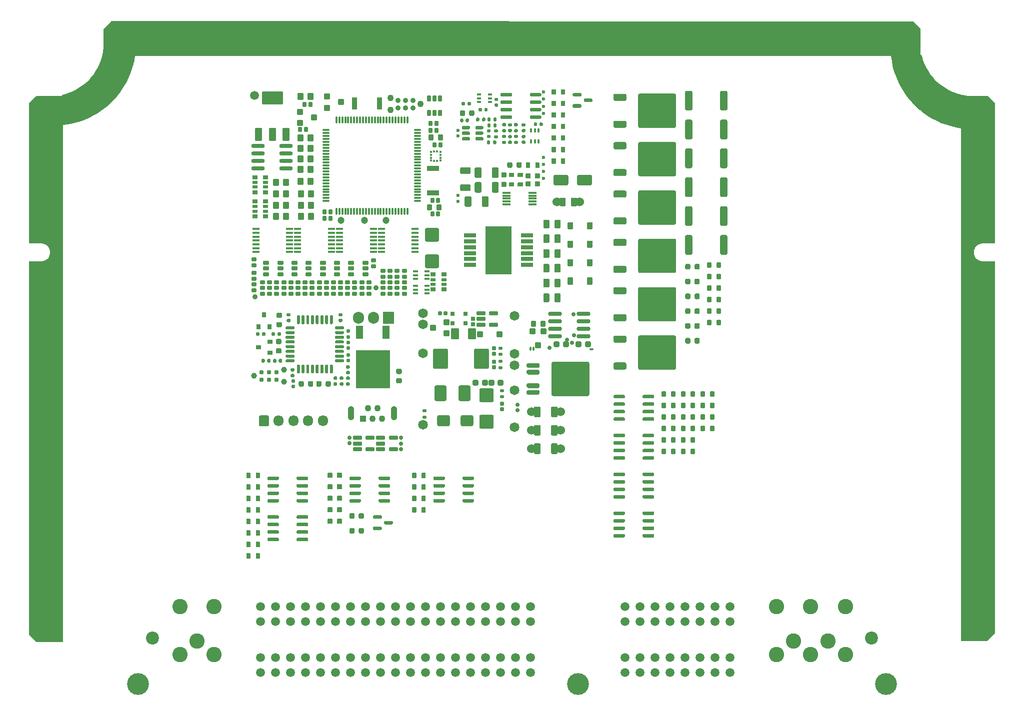
<source format=gts>
G75*
G70*
%OFA0B0*%
%FSLAX25Y25*%
%IPPOS*%
%LPD*%
%AMOC8*
5,1,8,0,0,1.08239X$1,22.5*
%
%AMM14*
21,1,0.092130,0.073230,0.000000,0.000000,270.000000*
21,1,0.069290,0.096060,0.000000,0.000000,270.000000*
1,1,0.022840,-0.036610,-0.034650*
1,1,0.022840,-0.036610,0.034650*
1,1,0.022840,0.036610,0.034650*
1,1,0.022840,0.036610,-0.034650*
%
%AMM15*
21,1,0.100000,0.111020,0.000000,0.000000,0.000000*
21,1,0.075590,0.135430,0.000000,0.000000,0.000000*
1,1,0.024410,0.037800,-0.055510*
1,1,0.024410,-0.037800,-0.055510*
1,1,0.024410,-0.037800,0.055510*
1,1,0.024410,0.037800,0.055510*
%
%AMM16*
21,1,0.080320,0.083460,0.000000,0.000000,0.000000*
21,1,0.059840,0.103940,0.000000,0.000000,0.000000*
1,1,0.020470,0.029920,-0.041730*
1,1,0.020470,-0.029920,-0.041730*
1,1,0.020470,-0.029920,0.041730*
1,1,0.020470,0.029920,0.041730*
%
%AMM17*
21,1,0.084250,0.053540,0.000000,0.000000,180.000000*
21,1,0.065350,0.072440,0.000000,0.000000,180.000000*
1,1,0.018900,-0.032680,0.026770*
1,1,0.018900,0.032680,0.026770*
1,1,0.018900,0.032680,-0.026770*
1,1,0.018900,-0.032680,-0.026770*
%
%AMM18*
21,1,0.040950,0.030320,0.000000,0.000000,90.000000*
21,1,0.028350,0.042910,0.000000,0.000000,90.000000*
1,1,0.012600,0.015160,0.014170*
1,1,0.012600,0.015160,-0.014170*
1,1,0.012600,-0.015160,-0.014170*
1,1,0.012600,-0.015160,0.014170*
%
%AMM19*
21,1,0.027170,0.052760,0.000000,0.000000,270.000000*
21,1,0.017320,0.062600,0.000000,0.000000,270.000000*
1,1,0.009840,-0.026380,-0.008660*
1,1,0.009840,-0.026380,0.008660*
1,1,0.009840,0.026380,0.008660*
1,1,0.009840,0.026380,-0.008660*
%
%AMM20*
21,1,0.041340,0.026770,0.000000,0.000000,0.000000*
21,1,0.029130,0.038980,0.000000,0.000000,0.000000*
1,1,0.012210,0.014570,-0.013390*
1,1,0.012210,-0.014570,-0.013390*
1,1,0.012210,-0.014570,0.013390*
1,1,0.012210,0.014570,0.013390*
%
%AMM21*
21,1,0.076380,0.036220,0.000000,0.000000,90.000000*
21,1,0.061810,0.050790,0.000000,0.000000,90.000000*
1,1,0.014570,0.018110,0.030910*
1,1,0.014570,0.018110,-0.030910*
1,1,0.014570,-0.018110,-0.030910*
1,1,0.014570,-0.018110,0.030910*
%
%AMM22*
21,1,0.038980,0.026770,0.000000,0.000000,0.000000*
21,1,0.026770,0.038980,0.000000,0.000000,0.000000*
1,1,0.012210,0.013390,-0.013390*
1,1,0.012210,-0.013390,-0.013390*
1,1,0.012210,-0.013390,0.013390*
1,1,0.012210,0.013390,0.013390*
%
%AMM23*
21,1,0.021260,0.016540,0.000000,0.000000,270.000000*
21,1,0.012600,0.025200,0.000000,0.000000,270.000000*
1,1,0.008660,-0.008270,-0.006300*
1,1,0.008660,-0.008270,0.006300*
1,1,0.008660,0.008270,0.006300*
1,1,0.008660,0.008270,-0.006300*
%
%AMM24*
21,1,0.029130,0.018900,0.000000,0.000000,90.000000*
21,1,0.018900,0.029130,0.000000,0.000000,90.000000*
1,1,0.010240,0.009450,0.009450*
1,1,0.010240,0.009450,-0.009450*
1,1,0.010240,-0.009450,-0.009450*
1,1,0.010240,-0.009450,0.009450*
%
%AMM25*
21,1,0.025200,0.019680,0.000000,0.000000,0.000000*
21,1,0.015750,0.029130,0.000000,0.000000,0.000000*
1,1,0.009450,0.007870,-0.009840*
1,1,0.009450,-0.007870,-0.009840*
1,1,0.009450,-0.007870,0.009840*
1,1,0.009450,0.007870,0.009840*
%
%AMM26*
21,1,0.025200,0.019680,0.000000,0.000000,270.000000*
21,1,0.015750,0.029130,0.000000,0.000000,270.000000*
1,1,0.009450,-0.009840,-0.007870*
1,1,0.009450,-0.009840,0.007870*
1,1,0.009450,0.009840,0.007870*
1,1,0.009450,0.009840,-0.007870*
%
%AMM55*
21,1,0.029530,0.026380,0.000000,0.000000,270.000000*
21,1,0.020470,0.035430,0.000000,0.000000,270.000000*
1,1,0.009060,-0.013190,-0.010240*
1,1,0.009060,-0.013190,0.010240*
1,1,0.009060,0.013190,0.010240*
1,1,0.009060,0.013190,-0.010240*
%
%AMM56*
21,1,0.021650,0.027950,0.000000,0.000000,270.000000*
21,1,0.014170,0.035430,0.000000,0.000000,270.000000*
1,1,0.007480,-0.013980,-0.007090*
1,1,0.007480,-0.013980,0.007090*
1,1,0.007480,0.013980,0.007090*
1,1,0.007480,0.013980,-0.007090*
%
%AMM57*
21,1,0.016540,0.028980,0.000000,0.000000,90.000000*
21,1,0.010080,0.035430,0.000000,0.000000,90.000000*
1,1,0.006460,0.014490,0.005040*
1,1,0.006460,0.014490,-0.005040*
1,1,0.006460,-0.014490,-0.005040*
1,1,0.006460,-0.014490,0.005040*
%
%AMM58*
21,1,0.027560,0.030710,0.000000,0.000000,180.000000*
21,1,0.018900,0.039370,0.000000,0.000000,180.000000*
1,1,0.008660,-0.009450,0.015350*
1,1,0.008660,0.009450,0.015350*
1,1,0.008660,0.009450,-0.015350*
1,1,0.008660,-0.009450,-0.015350*
%
%AMM59*
21,1,0.031500,0.018900,0.000000,0.000000,90.000000*
21,1,0.022840,0.027560,0.000000,0.000000,90.000000*
1,1,0.008660,0.009450,0.011420*
1,1,0.008660,0.009450,-0.011420*
1,1,0.008660,-0.009450,-0.011420*
1,1,0.008660,-0.009450,0.011420*
%
%AMM60*
21,1,0.035430,0.072440,0.000000,0.000000,90.000000*
21,1,0.025200,0.082680,0.000000,0.000000,90.000000*
1,1,0.010240,0.036220,0.012600*
1,1,0.010240,0.036220,-0.012600*
1,1,0.010240,-0.036220,-0.012600*
1,1,0.010240,-0.036220,0.012600*
%
%AMM61*
21,1,0.031500,0.018900,0.000000,0.000000,180.000000*
21,1,0.022840,0.027560,0.000000,0.000000,180.000000*
1,1,0.008660,-0.011420,0.009450*
1,1,0.008660,0.011420,0.009450*
1,1,0.008660,0.011420,-0.009450*
1,1,0.008660,-0.011420,-0.009450*
%
%AMM62*
21,1,0.027560,0.030710,0.000000,0.000000,270.000000*
21,1,0.018900,0.039370,0.000000,0.000000,270.000000*
1,1,0.008660,-0.015350,-0.009450*
1,1,0.008660,-0.015350,0.009450*
1,1,0.008660,0.015350,0.009450*
1,1,0.008660,0.015350,-0.009450*
%
%AMM63*
21,1,0.039370,0.030320,0.000000,0.000000,270.000000*
21,1,0.028350,0.041340,0.000000,0.000000,270.000000*
1,1,0.011020,-0.015160,-0.014170*
1,1,0.011020,-0.015160,0.014170*
1,1,0.011020,0.015160,0.014170*
1,1,0.011020,0.015160,-0.014170*
%
%AMM64*
21,1,0.047240,0.075980,0.000000,0.000000,0.000000*
21,1,0.034650,0.088580,0.000000,0.000000,0.000000*
1,1,0.012600,0.017320,-0.037990*
1,1,0.012600,-0.017320,-0.037990*
1,1,0.012600,-0.017320,0.037990*
1,1,0.012600,0.017320,0.037990*
%
%AMM65*
21,1,0.043310,0.035430,0.000000,0.000000,0.000000*
21,1,0.031500,0.047240,0.000000,0.000000,0.000000*
1,1,0.011810,0.015750,-0.017720*
1,1,0.011810,-0.015750,-0.017720*
1,1,0.011810,-0.015750,0.017720*
1,1,0.011810,0.015750,0.017720*
%
%AMM66*
21,1,0.031500,0.030710,0.000000,0.000000,0.000000*
21,1,0.022050,0.040160,0.000000,0.000000,0.000000*
1,1,0.009450,0.011020,-0.015350*
1,1,0.009450,-0.011020,-0.015350*
1,1,0.009450,-0.011020,0.015350*
1,1,0.009450,0.011020,0.015350*
%
%AMM67*
21,1,0.035430,0.072440,0.000000,0.000000,0.000000*
21,1,0.025200,0.082680,0.000000,0.000000,0.000000*
1,1,0.010240,0.012600,-0.036220*
1,1,0.010240,-0.012600,-0.036220*
1,1,0.010240,-0.012600,0.036220*
1,1,0.010240,0.012600,0.036220*
%
%AMM68*
21,1,0.141730,0.067720,0.000000,0.000000,0.000000*
21,1,0.120870,0.088580,0.000000,0.000000,0.000000*
1,1,0.020870,0.060430,-0.033860*
1,1,0.020870,-0.060430,-0.033860*
1,1,0.020870,-0.060430,0.033860*
1,1,0.020870,0.060430,0.033860*
%
%AMM69*
21,1,0.047240,0.075990,0.000000,0.000000,0.000000*
21,1,0.034650,0.088580,0.000000,0.000000,0.000000*
1,1,0.012600,0.017320,-0.037990*
1,1,0.012600,-0.017320,-0.037990*
1,1,0.012600,-0.017320,0.037990*
1,1,0.012600,0.017320,0.037990*
%
%AMM70*
21,1,0.090550,0.073230,0.000000,0.000000,90.000000*
21,1,0.069290,0.094490,0.000000,0.000000,90.000000*
1,1,0.021260,0.036610,0.034650*
1,1,0.021260,0.036610,-0.034650*
1,1,0.021260,-0.036610,-0.034650*
1,1,0.021260,-0.036610,0.034650*
%
%AMM95*
21,1,0.040950,0.030320,0.000000,0.000000,180.000000*
21,1,0.028350,0.042910,0.000000,0.000000,180.000000*
1,1,0.012600,-0.014170,0.015160*
1,1,0.012600,0.014170,0.015160*
1,1,0.012600,0.014170,-0.015160*
1,1,0.012600,-0.014170,-0.015160*
%
%AMM96*
21,1,0.033070,0.030710,0.000000,0.000000,180.000000*
21,1,0.022050,0.041730,0.000000,0.000000,180.000000*
1,1,0.011020,-0.011020,0.015350*
1,1,0.011020,0.011020,0.015350*
1,1,0.011020,0.011020,-0.015350*
1,1,0.011020,-0.011020,-0.015350*
%
%ADD10C,0.14567*%
%ADD101M14*%
%ADD102M15*%
%ADD103M16*%
%ADD104M17*%
%ADD105M18*%
%ADD106M19*%
%ADD107M20*%
%ADD108M21*%
%ADD109M22*%
%ADD11C,0.08661*%
%ADD110M23*%
%ADD111M24*%
%ADD112M25*%
%ADD113M26*%
%ADD114C,0.02913*%
%ADD115C,0.06457*%
%ADD12C,0.10236*%
%ADD13C,0.05906*%
%ADD133R,0.02559X0.01575*%
%ADD134R,0.01575X0.02559*%
%ADD136R,0.05512X0.01181*%
%ADD137R,0.03543X0.03150*%
%ADD138R,0.04724X0.08661*%
%ADD139C,0.05118*%
%ADD14C,0.02362*%
%ADD140R,0.22835X0.25197*%
%ADD141R,0.03150X0.03543*%
%ADD142C,0.03100*%
%ADD143R,0.07500X0.07874*%
%ADD144O,0.07500X0.07874*%
%ADD146C,0.03900*%
%ADD175M55*%
%ADD176M56*%
%ADD177M57*%
%ADD178O,0.05118X0.01260*%
%ADD179O,0.01260X0.05118*%
%ADD180O,0.04724X0.01575*%
%ADD181C,0.03494*%
%ADD182M58*%
%ADD183M59*%
%ADD184R,0.01772X0.01378*%
%ADD185R,0.01378X0.01772*%
%ADD186M60*%
%ADD187M61*%
%ADD188M62*%
%ADD189M63*%
%ADD190O,0.09055X0.02756*%
%ADD191M64*%
%ADD192M65*%
%ADD193M66*%
%ADD194M67*%
%ADD195M68*%
%ADD196M69*%
%ADD197C,0.03543*%
%ADD198M70*%
%ADD199C,0.04724*%
%ADD200C,0.04294*%
%ADD240O,0.02520X0.01535*%
%ADD241O,0.01535X0.02520*%
%ADD242M95*%
%ADD243O,0.09213X0.02913*%
%ADD244M96*%
%ADD245R,0.07874X0.02559*%
%ADD246R,0.17717X0.31890*%
%ADD26R,0.04331X0.04331*%
%ADD27C,0.04331*%
%ADD28O,0.04331X0.09449*%
%ADD32O,0.01969X0.00984*%
%ADD34O,0.00984X0.01969*%
%ADD35C,0.06000*%
%ADD62O,0.06693X0.07283*%
X0000000Y0000000D02*
%LPD*%
G01*
D10*
X0073417Y0021622D03*
D11*
X0083063Y0052331D03*
D10*
X0366724Y0021622D03*
D11*
X0562591Y0052331D03*
D10*
X0572236Y0021622D03*
D12*
X0101370Y0041307D03*
X0124205Y0041307D03*
X0112787Y0050480D03*
X0101370Y0073315D03*
X0124205Y0073315D03*
D13*
X0335307Y0073315D03*
X0325307Y0073315D03*
X0315307Y0073315D03*
X0305307Y0073315D03*
X0295307Y0073315D03*
X0285307Y0073315D03*
X0275307Y0073315D03*
X0265307Y0073315D03*
X0255307Y0073315D03*
X0245307Y0073315D03*
X0235307Y0073315D03*
X0225307Y0073315D03*
X0215307Y0073315D03*
X0205307Y0073315D03*
X0195307Y0073315D03*
X0185307Y0073315D03*
X0175307Y0073315D03*
X0165307Y0073315D03*
X0155307Y0073315D03*
X0335307Y0063315D03*
X0325307Y0063315D03*
X0315307Y0063315D03*
X0305307Y0063315D03*
X0295307Y0063315D03*
X0285307Y0063315D03*
X0275307Y0063315D03*
X0265307Y0063315D03*
X0255307Y0063315D03*
X0245307Y0063315D03*
X0235307Y0063315D03*
X0225307Y0063315D03*
X0215307Y0063315D03*
X0205307Y0063315D03*
X0195307Y0063315D03*
X0185307Y0063315D03*
X0175307Y0063315D03*
X0165307Y0063315D03*
X0155307Y0063315D03*
X0335307Y0039496D03*
X0325307Y0039496D03*
X0315307Y0039496D03*
X0305307Y0039496D03*
X0295307Y0039496D03*
X0285307Y0039496D03*
X0275307Y0039496D03*
X0265307Y0039496D03*
X0255307Y0039496D03*
X0245307Y0039496D03*
X0235307Y0039496D03*
X0225307Y0039496D03*
X0215307Y0039496D03*
X0205307Y0039496D03*
X0195307Y0039496D03*
X0185307Y0039496D03*
X0175307Y0039496D03*
X0165307Y0039496D03*
X0155307Y0039496D03*
X0335307Y0029496D03*
X0325307Y0029496D03*
X0315307Y0029496D03*
X0305307Y0029496D03*
X0295307Y0029496D03*
X0285307Y0029496D03*
X0275307Y0029496D03*
X0265307Y0029496D03*
X0255307Y0029496D03*
X0245307Y0029496D03*
X0235307Y0029496D03*
X0225307Y0029496D03*
X0215307Y0029496D03*
X0205307Y0029496D03*
X0195307Y0029496D03*
X0185307Y0029496D03*
X0175307Y0029496D03*
X0165307Y0029496D03*
X0155307Y0029496D03*
X0398181Y0029496D03*
X0408181Y0029496D03*
X0418181Y0029496D03*
X0428181Y0029496D03*
X0438181Y0029496D03*
X0448181Y0029496D03*
X0458181Y0029496D03*
X0468181Y0029496D03*
X0398181Y0039496D03*
X0408181Y0039496D03*
X0418181Y0039496D03*
X0428181Y0039496D03*
X0438181Y0039496D03*
X0448181Y0039496D03*
X0458181Y0039496D03*
X0468181Y0039496D03*
X0398181Y0063315D03*
X0408181Y0063315D03*
X0418181Y0063315D03*
X0428181Y0063315D03*
X0438181Y0063315D03*
X0448181Y0063315D03*
X0458181Y0063315D03*
X0468181Y0063315D03*
X0398181Y0073315D03*
X0408181Y0073315D03*
X0418181Y0073315D03*
X0428181Y0073315D03*
X0438181Y0073315D03*
X0448181Y0073315D03*
X0458181Y0073315D03*
X0468181Y0073315D03*
D12*
X0499008Y0041307D03*
X0521843Y0041307D03*
X0545071Y0041307D03*
X0510425Y0050480D03*
X0533654Y0050480D03*
X0499008Y0073315D03*
X0521843Y0073315D03*
X0545071Y0073315D03*
G36*
G01*
X0390453Y0212787D02*
X0390453Y0213968D01*
G75*
G02*
X0391043Y0214558I0000591J0000000D01*
G01*
X0397539Y0214558D01*
G75*
G02*
X0398130Y0213968I0000000J-000591D01*
G01*
X0398130Y0212787D01*
G75*
G02*
X0397539Y0212196I-000591J0000000D01*
G01*
X0391043Y0212196D01*
G75*
G02*
X0390453Y0212787I0000000J0000591D01*
G01*
G37*
G36*
G01*
X0390453Y0207787D02*
X0390453Y0208968D01*
G75*
G02*
X0391043Y0209558I0000591J0000000D01*
G01*
X0397539Y0209558D01*
G75*
G02*
X0398130Y0208968I0000000J-000591D01*
G01*
X0398130Y0207787D01*
G75*
G02*
X0397539Y0207196I-000591J0000000D01*
G01*
X0391043Y0207196D01*
G75*
G02*
X0390453Y0207787I0000000J0000591D01*
G01*
G37*
G36*
G01*
X0390453Y0202787D02*
X0390453Y0203968D01*
G75*
G02*
X0391043Y0204558I0000591J0000000D01*
G01*
X0397539Y0204558D01*
G75*
G02*
X0398130Y0203968I0000000J-000591D01*
G01*
X0398130Y0202787D01*
G75*
G02*
X0397539Y0202196I-000591J0000000D01*
G01*
X0391043Y0202196D01*
G75*
G02*
X0390453Y0202787I0000000J0000591D01*
G01*
G37*
G36*
G01*
X0390453Y0197787D02*
X0390453Y0198968D01*
G75*
G02*
X0391043Y0199558I0000591J0000000D01*
G01*
X0397539Y0199558D01*
G75*
G02*
X0398130Y0198968I0000000J-000591D01*
G01*
X0398130Y0197787D01*
G75*
G02*
X0397539Y0197196I-000591J0000000D01*
G01*
X0391043Y0197196D01*
G75*
G02*
X0390453Y0197787I0000000J0000591D01*
G01*
G37*
G36*
G01*
X0409941Y0197787D02*
X0409941Y0198968D01*
G75*
G02*
X0410531Y0199558I0000591J0000000D01*
G01*
X0417028Y0199558D01*
G75*
G02*
X0417618Y0198968I0000000J-000591D01*
G01*
X0417618Y0197787D01*
G75*
G02*
X0417028Y0197196I-000591J0000000D01*
G01*
X0410531Y0197196D01*
G75*
G02*
X0409941Y0197787I0000000J0000591D01*
G01*
G37*
G36*
G01*
X0409941Y0202787D02*
X0409941Y0203968D01*
G75*
G02*
X0410531Y0204558I0000591J0000000D01*
G01*
X0417028Y0204558D01*
G75*
G02*
X0417618Y0203968I0000000J-000591D01*
G01*
X0417618Y0202787D01*
G75*
G02*
X0417028Y0202196I-000591J0000000D01*
G01*
X0410531Y0202196D01*
G75*
G02*
X0409941Y0202787I0000000J0000591D01*
G01*
G37*
G36*
G01*
X0409941Y0207787D02*
X0409941Y0208968D01*
G75*
G02*
X0410531Y0209558I0000591J0000000D01*
G01*
X0417028Y0209558D01*
G75*
G02*
X0417618Y0208968I0000000J-000591D01*
G01*
X0417618Y0207787D01*
G75*
G02*
X0417028Y0207196I-000591J0000000D01*
G01*
X0410531Y0207196D01*
G75*
G02*
X0409941Y0207787I0000000J0000591D01*
G01*
G37*
G36*
G01*
X0409941Y0212787D02*
X0409941Y0213968D01*
G75*
G02*
X0410531Y0214558I0000591J0000000D01*
G01*
X0417028Y0214558D01*
G75*
G02*
X0417618Y0213968I0000000J-000591D01*
G01*
X0417618Y0212787D01*
G75*
G02*
X0417028Y0212196I-000591J0000000D01*
G01*
X0410531Y0212196D01*
G75*
G02*
X0409941Y0212787I0000000J0000591D01*
G01*
G37*
G36*
G01*
X0145709Y0136276D02*
X0145709Y0139347D01*
G75*
G02*
X0145984Y0139622I0000276J0000000D01*
G01*
X0148189Y0139622D01*
G75*
G02*
X0148465Y0139347I0000000J-000276D01*
G01*
X0148465Y0136276D01*
G75*
G02*
X0148189Y0136000I-000276J0000000D01*
G01*
X0145984Y0136000D01*
G75*
G02*
X0145709Y0136276I0000000J0000276D01*
G01*
G37*
G36*
G01*
X0152008Y0136276D02*
X0152008Y0139347D01*
G75*
G02*
X0152283Y0139622I0000276J0000000D01*
G01*
X0154488Y0139622D01*
G75*
G02*
X0154764Y0139347I0000000J-000276D01*
G01*
X0154764Y0136276D01*
G75*
G02*
X0154488Y0136000I-000276J0000000D01*
G01*
X0152283Y0136000D01*
G75*
G02*
X0152008Y0136276I0000000J0000276D01*
G01*
G37*
G36*
G01*
X0422638Y0183012D02*
X0422638Y0186083D01*
G75*
G02*
X0422913Y0186358I0000276J0000000D01*
G01*
X0425118Y0186358D01*
G75*
G02*
X0425394Y0186083I0000000J-000276D01*
G01*
X0425394Y0183012D01*
G75*
G02*
X0425118Y0182736I-000276J0000000D01*
G01*
X0422913Y0182736D01*
G75*
G02*
X0422638Y0183012I0000000J0000276D01*
G01*
G37*
G36*
G01*
X0428937Y0183012D02*
X0428937Y0186083D01*
G75*
G02*
X0429213Y0186358I0000276J0000000D01*
G01*
X0431417Y0186358D01*
G75*
G02*
X0431693Y0186083I0000000J-000276D01*
G01*
X0431693Y0183012D01*
G75*
G02*
X0431417Y0182736I-000276J0000000D01*
G01*
X0429213Y0182736D01*
G75*
G02*
X0428937Y0183012I0000000J0000276D01*
G01*
G37*
G36*
G01*
X0435630Y0206032D02*
X0435630Y0209103D01*
G75*
G02*
X0435906Y0209378I0000276J0000000D01*
G01*
X0438110Y0209378D01*
G75*
G02*
X0438386Y0209103I0000000J-000276D01*
G01*
X0438386Y0206032D01*
G75*
G02*
X0438110Y0205756I-000276J0000000D01*
G01*
X0435906Y0205756D01*
G75*
G02*
X0435630Y0206032I0000000J0000276D01*
G01*
G37*
G36*
G01*
X0441929Y0206032D02*
X0441929Y0209103D01*
G75*
G02*
X0442205Y0209378I0000276J0000000D01*
G01*
X0444409Y0209378D01*
G75*
G02*
X0444685Y0209103I0000000J-000276D01*
G01*
X0444685Y0206032D01*
G75*
G02*
X0444409Y0205756I-000276J0000000D01*
G01*
X0442205Y0205756D01*
G75*
G02*
X0441929Y0206032I0000000J0000276D01*
G01*
G37*
G36*
G01*
X0422638Y0206032D02*
X0422638Y0209103D01*
G75*
G02*
X0422913Y0209378I0000276J0000000D01*
G01*
X0425118Y0209378D01*
G75*
G02*
X0425394Y0209103I0000000J-000276D01*
G01*
X0425394Y0206032D01*
G75*
G02*
X0425118Y0205756I-000276J0000000D01*
G01*
X0422913Y0205756D01*
G75*
G02*
X0422638Y0206032I0000000J0000276D01*
G01*
G37*
G36*
G01*
X0428937Y0206032D02*
X0428937Y0209103D01*
G75*
G02*
X0429213Y0209378I0000276J0000000D01*
G01*
X0431417Y0209378D01*
G75*
G02*
X0431693Y0209103I0000000J-000276D01*
G01*
X0431693Y0206032D01*
G75*
G02*
X0431417Y0205756I-000276J0000000D01*
G01*
X0429213Y0205756D01*
G75*
G02*
X0428937Y0206032I0000000J0000276D01*
G01*
G37*
G36*
G01*
X0438268Y0386054D02*
X0438268Y0397275D01*
G75*
G02*
X0439252Y0398259I0000984J0000000D01*
G01*
X0442106Y0398259D01*
G75*
G02*
X0443091Y0397275I0000000J-000984D01*
G01*
X0443091Y0386054D01*
G75*
G02*
X0442106Y0385070I-000984J0000000D01*
G01*
X0439252Y0385070D01*
G75*
G02*
X0438268Y0386054I0000000J0000984D01*
G01*
G37*
G36*
G01*
X0461594Y0386054D02*
X0461594Y0397275D01*
G75*
G02*
X0462579Y0398259I0000984J0000000D01*
G01*
X0465433Y0398259D01*
G75*
G02*
X0466417Y0397275I0000000J-000984D01*
G01*
X0466417Y0386054D01*
G75*
G02*
X0465433Y0385070I-000984J0000000D01*
G01*
X0462579Y0385070D01*
G75*
G02*
X0461594Y0386054I0000000J0000984D01*
G01*
G37*
G36*
G01*
X0145709Y0151623D02*
X0145709Y0154693D01*
G75*
G02*
X0145984Y0154969I0000276J0000000D01*
G01*
X0148189Y0154969D01*
G75*
G02*
X0148465Y0154693I0000000J-000276D01*
G01*
X0148465Y0151623D01*
G75*
G02*
X0148189Y0151347I-000276J0000000D01*
G01*
X0145984Y0151347D01*
G75*
G02*
X0145709Y0151623I0000000J0000276D01*
G01*
G37*
G36*
G01*
X0152008Y0151623D02*
X0152008Y0154693D01*
G75*
G02*
X0152283Y0154969I0000276J0000000D01*
G01*
X0154488Y0154969D01*
G75*
G02*
X0154764Y0154693I0000000J-000276D01*
G01*
X0154764Y0151623D01*
G75*
G02*
X0154488Y0151347I-000276J0000000D01*
G01*
X0152283Y0151347D01*
G75*
G02*
X0152008Y0151623I0000000J0000276D01*
G01*
G37*
G36*
G01*
X0145709Y0128602D02*
X0145709Y0131673D01*
G75*
G02*
X0145984Y0131949I0000276J0000000D01*
G01*
X0148189Y0131949D01*
G75*
G02*
X0148465Y0131673I0000000J-000276D01*
G01*
X0148465Y0128602D01*
G75*
G02*
X0148189Y0128327I-000276J0000000D01*
G01*
X0145984Y0128327D01*
G75*
G02*
X0145709Y0128602I0000000J0000276D01*
G01*
G37*
G36*
G01*
X0152008Y0128602D02*
X0152008Y0131673D01*
G75*
G02*
X0152283Y0131949I0000276J0000000D01*
G01*
X0154488Y0131949D01*
G75*
G02*
X0154764Y0131673I0000000J-000276D01*
G01*
X0154764Y0128602D01*
G75*
G02*
X0154488Y0128327I-000276J0000000D01*
G01*
X0152283Y0128327D01*
G75*
G02*
X0152008Y0128602I0000000J0000276D01*
G01*
G37*
G36*
G01*
X0435630Y0175338D02*
X0435630Y0178409D01*
G75*
G02*
X0435906Y0178685I0000276J0000000D01*
G01*
X0438110Y0178685D01*
G75*
G02*
X0438386Y0178409I0000000J-000276D01*
G01*
X0438386Y0175338D01*
G75*
G02*
X0438110Y0175063I-000276J0000000D01*
G01*
X0435906Y0175063D01*
G75*
G02*
X0435630Y0175338I0000000J0000276D01*
G01*
G37*
G36*
G01*
X0441929Y0175338D02*
X0441929Y0178409D01*
G75*
G02*
X0442205Y0178685I0000276J0000000D01*
G01*
X0444409Y0178685D01*
G75*
G02*
X0444685Y0178409I0000000J-000276D01*
G01*
X0444685Y0175338D01*
G75*
G02*
X0444409Y0175063I-000276J0000000D01*
G01*
X0442205Y0175063D01*
G75*
G02*
X0441929Y0175338I0000000J0000276D01*
G01*
G37*
G36*
G01*
X0390453Y0160976D02*
X0390453Y0162157D01*
G75*
G02*
X0391043Y0162747I0000591J0000000D01*
G01*
X0397539Y0162747D01*
G75*
G02*
X0398130Y0162157I0000000J-000591D01*
G01*
X0398130Y0160976D01*
G75*
G02*
X0397539Y0160385I-000591J0000000D01*
G01*
X0391043Y0160385D01*
G75*
G02*
X0390453Y0160976I0000000J0000591D01*
G01*
G37*
G36*
G01*
X0390453Y0155976D02*
X0390453Y0157157D01*
G75*
G02*
X0391043Y0157747I0000591J0000000D01*
G01*
X0397539Y0157747D01*
G75*
G02*
X0398130Y0157157I0000000J-000591D01*
G01*
X0398130Y0155976D01*
G75*
G02*
X0397539Y0155385I-000591J0000000D01*
G01*
X0391043Y0155385D01*
G75*
G02*
X0390453Y0155976I0000000J0000591D01*
G01*
G37*
G36*
G01*
X0390453Y0150976D02*
X0390453Y0152157D01*
G75*
G02*
X0391043Y0152747I0000591J0000000D01*
G01*
X0397539Y0152747D01*
G75*
G02*
X0398130Y0152157I0000000J-000591D01*
G01*
X0398130Y0150976D01*
G75*
G02*
X0397539Y0150385I-000591J0000000D01*
G01*
X0391043Y0150385D01*
G75*
G02*
X0390453Y0150976I0000000J0000591D01*
G01*
G37*
G36*
G01*
X0390453Y0145976D02*
X0390453Y0147157D01*
G75*
G02*
X0391043Y0147747I0000591J0000000D01*
G01*
X0397539Y0147747D01*
G75*
G02*
X0398130Y0147157I0000000J-000591D01*
G01*
X0398130Y0145976D01*
G75*
G02*
X0397539Y0145385I-000591J0000000D01*
G01*
X0391043Y0145385D01*
G75*
G02*
X0390453Y0145976I0000000J0000591D01*
G01*
G37*
G36*
G01*
X0409941Y0145976D02*
X0409941Y0147157D01*
G75*
G02*
X0410531Y0147747I0000591J0000000D01*
G01*
X0417028Y0147747D01*
G75*
G02*
X0417618Y0147157I0000000J-000591D01*
G01*
X0417618Y0145976D01*
G75*
G02*
X0417028Y0145385I-000591J0000000D01*
G01*
X0410531Y0145385D01*
G75*
G02*
X0409941Y0145976I0000000J0000591D01*
G01*
G37*
G36*
G01*
X0409941Y0150976D02*
X0409941Y0152157D01*
G75*
G02*
X0410531Y0152747I0000591J0000000D01*
G01*
X0417028Y0152747D01*
G75*
G02*
X0417618Y0152157I0000000J-000591D01*
G01*
X0417618Y0150976D01*
G75*
G02*
X0417028Y0150385I-000591J0000000D01*
G01*
X0410531Y0150385D01*
G75*
G02*
X0409941Y0150976I0000000J0000591D01*
G01*
G37*
G36*
G01*
X0409941Y0155976D02*
X0409941Y0157157D01*
G75*
G02*
X0410531Y0157747I0000591J0000000D01*
G01*
X0417028Y0157747D01*
G75*
G02*
X0417618Y0157157I0000000J-000591D01*
G01*
X0417618Y0155976D01*
G75*
G02*
X0417028Y0155385I-000591J0000000D01*
G01*
X0410531Y0155385D01*
G75*
G02*
X0409941Y0155976I0000000J0000591D01*
G01*
G37*
G36*
G01*
X0409941Y0160976D02*
X0409941Y0162157D01*
G75*
G02*
X0410531Y0162747I0000591J0000000D01*
G01*
X0417028Y0162747D01*
G75*
G02*
X0417618Y0162157I0000000J-000591D01*
G01*
X0417618Y0160976D01*
G75*
G02*
X0417028Y0160385I-000591J0000000D01*
G01*
X0410531Y0160385D01*
G75*
G02*
X0409941Y0160976I0000000J0000591D01*
G01*
G37*
G36*
G01*
X0359921Y0313101D02*
X0359921Y0317117D01*
G75*
G02*
X0360276Y0317472I0000354J0000000D01*
G01*
X0363110Y0317472D01*
G75*
G02*
X0363465Y0317117I0000000J-000354D01*
G01*
X0363465Y0313101D01*
G75*
G02*
X0363110Y0312747I-000354J0000000D01*
G01*
X0360276Y0312747D01*
G75*
G02*
X0359921Y0313101I0000000J0000354D01*
G01*
G37*
G36*
G01*
X0372913Y0313101D02*
X0372913Y0317117D01*
G75*
G02*
X0373268Y0317472I0000354J0000000D01*
G01*
X0376102Y0317472D01*
G75*
G02*
X0376457Y0317117I0000000J-000354D01*
G01*
X0376457Y0313101D01*
G75*
G02*
X0376102Y0312747I-000354J0000000D01*
G01*
X0373268Y0312747D01*
G75*
G02*
X0372913Y0313101I0000000J0000354D01*
G01*
G37*
G36*
G01*
X0452992Y0291977D02*
X0452992Y0295048D01*
G75*
G02*
X0453268Y0295323I0000276J0000000D01*
G01*
X0455472Y0295323D01*
G75*
G02*
X0455748Y0295048I0000000J-000276D01*
G01*
X0455748Y0291977D01*
G75*
G02*
X0455472Y0291701I-000276J0000000D01*
G01*
X0453268Y0291701D01*
G75*
G02*
X0452992Y0291977I0000000J0000276D01*
G01*
G37*
G36*
G01*
X0459291Y0291977D02*
X0459291Y0295048D01*
G75*
G02*
X0459567Y0295323I0000276J0000000D01*
G01*
X0461772Y0295323D01*
G75*
G02*
X0462047Y0295048I0000000J-000276D01*
G01*
X0462047Y0291977D01*
G75*
G02*
X0461772Y0291701I-000276J0000000D01*
G01*
X0459567Y0291701D01*
G75*
G02*
X0459291Y0291977I0000000J0000276D01*
G01*
G37*
G36*
G01*
X0359921Y0325385D02*
X0359921Y0329401D01*
G75*
G02*
X0360276Y0329755I0000354J0000000D01*
G01*
X0363110Y0329755D01*
G75*
G02*
X0363465Y0329401I0000000J-000354D01*
G01*
X0363465Y0325385D01*
G75*
G02*
X0363110Y0325031I-000354J0000000D01*
G01*
X0360276Y0325031D01*
G75*
G02*
X0359921Y0325385I0000000J0000354D01*
G01*
G37*
G36*
G01*
X0372913Y0325385D02*
X0372913Y0329401D01*
G75*
G02*
X0373268Y0329755I0000354J0000000D01*
G01*
X0376102Y0329755D01*
G75*
G02*
X0376457Y0329401I0000000J-000354D01*
G01*
X0376457Y0325385D01*
G75*
G02*
X0376102Y0325031I-000354J0000000D01*
G01*
X0373268Y0325031D01*
G75*
G02*
X0372913Y0325385I0000000J0000354D01*
G01*
G37*
G36*
G01*
X0438307Y0249671D02*
X0438307Y0251689D01*
G75*
G02*
X0439168Y0252550I0000861J0000000D01*
G01*
X0440891Y0252550D01*
G75*
G02*
X0441752Y0251689I0000000J-000861D01*
G01*
X0441752Y0249671D01*
G75*
G02*
X0440891Y0248810I-000861J0000000D01*
G01*
X0439168Y0248810D01*
G75*
G02*
X0438307Y0249671I0000000J0000861D01*
G01*
G37*
G36*
G01*
X0444508Y0249671D02*
X0444508Y0251689D01*
G75*
G02*
X0445369Y0252550I0000861J0000000D01*
G01*
X0447092Y0252550D01*
G75*
G02*
X0447953Y0251689I0000000J-000861D01*
G01*
X0447953Y0249671D01*
G75*
G02*
X0447092Y0248810I-000861J0000000D01*
G01*
X0445369Y0248810D01*
G75*
G02*
X0444508Y0249671I0000000J0000861D01*
G01*
G37*
G36*
G01*
X0448622Y0190685D02*
X0448622Y0193756D01*
G75*
G02*
X0448898Y0194032I0000276J0000000D01*
G01*
X0451102Y0194032D01*
G75*
G02*
X0451378Y0193756I0000000J-000276D01*
G01*
X0451378Y0190685D01*
G75*
G02*
X0451102Y0190410I-000276J0000000D01*
G01*
X0448898Y0190410D01*
G75*
G02*
X0448622Y0190685I0000000J0000276D01*
G01*
G37*
G36*
G01*
X0454921Y0190685D02*
X0454921Y0193756D01*
G75*
G02*
X0455197Y0194032I0000276J0000000D01*
G01*
X0457402Y0194032D01*
G75*
G02*
X0457677Y0193756I0000000J-000276D01*
G01*
X0457677Y0190685D01*
G75*
G02*
X0457402Y0190410I-000276J0000000D01*
G01*
X0455197Y0190410D01*
G75*
G02*
X0454921Y0190685I0000000J0000276D01*
G01*
G37*
D14*
X0248858Y0185897D03*
X0248858Y0182157D03*
X0248858Y0178416D03*
X0214606Y0182353D03*
X0214606Y0185897D03*
G36*
G01*
X0452992Y0268957D02*
X0452992Y0272028D01*
G75*
G02*
X0453268Y0272303I0000276J0000000D01*
G01*
X0455472Y0272303D01*
G75*
G02*
X0455748Y0272028I0000000J-000276D01*
G01*
X0455748Y0268957D01*
G75*
G02*
X0455472Y0268681I-000276J0000000D01*
G01*
X0453268Y0268681D01*
G75*
G02*
X0452992Y0268957I0000000J0000276D01*
G01*
G37*
G36*
G01*
X0459291Y0268957D02*
X0459291Y0272028D01*
G75*
G02*
X0459567Y0272303I0000276J0000000D01*
G01*
X0461772Y0272303D01*
G75*
G02*
X0462047Y0272028I0000000J-000276D01*
G01*
X0462047Y0268957D01*
G75*
G02*
X0461772Y0268681I-000276J0000000D01*
G01*
X0459567Y0268681D01*
G75*
G02*
X0459291Y0268957I0000000J0000276D01*
G01*
G37*
G36*
G01*
X0256260Y0136276D02*
X0256260Y0139347D01*
G75*
G02*
X0256535Y0139622I0000276J0000000D01*
G01*
X0258740Y0139622D01*
G75*
G02*
X0259016Y0139347I0000000J-000276D01*
G01*
X0259016Y0136276D01*
G75*
G02*
X0258740Y0136000I-000276J0000000D01*
G01*
X0256535Y0136000D01*
G75*
G02*
X0256260Y0136276I0000000J0000276D01*
G01*
G37*
G36*
G01*
X0262559Y0136276D02*
X0262559Y0139347D01*
G75*
G02*
X0262835Y0139622I0000276J0000000D01*
G01*
X0265039Y0139622D01*
G75*
G02*
X0265315Y0139347I0000000J-000276D01*
G01*
X0265315Y0136276D01*
G75*
G02*
X0265039Y0136000I-000276J0000000D01*
G01*
X0262835Y0136000D01*
G75*
G02*
X0262559Y0136276I0000000J0000276D01*
G01*
G37*
G36*
G01*
X0452992Y0276630D02*
X0452992Y0279701D01*
G75*
G02*
X0453268Y0279977I0000276J0000000D01*
G01*
X0455472Y0279977D01*
G75*
G02*
X0455748Y0279701I0000000J-000276D01*
G01*
X0455748Y0276630D01*
G75*
G02*
X0455472Y0276355I-000276J0000000D01*
G01*
X0453268Y0276355D01*
G75*
G02*
X0452992Y0276630I0000000J0000276D01*
G01*
G37*
G36*
G01*
X0459291Y0276630D02*
X0459291Y0279701D01*
G75*
G02*
X0459567Y0279977I0000276J0000000D01*
G01*
X0461772Y0279977D01*
G75*
G02*
X0462047Y0279701I0000000J-000276D01*
G01*
X0462047Y0276630D01*
G75*
G02*
X0461772Y0276355I-000276J0000000D01*
G01*
X0459567Y0276355D01*
G75*
G02*
X0459291Y0276630I0000000J0000276D01*
G01*
G37*
G36*
G01*
X0438268Y0366802D02*
X0438268Y0378023D01*
G75*
G02*
X0439252Y0379007I0000984J0000000D01*
G01*
X0442106Y0379007D01*
G75*
G02*
X0443091Y0378023I0000000J-000984D01*
G01*
X0443091Y0366802D01*
G75*
G02*
X0442106Y0365818I-000984J0000000D01*
G01*
X0439252Y0365818D01*
G75*
G02*
X0438268Y0366802I0000000J0000984D01*
G01*
G37*
G36*
G01*
X0461594Y0366802D02*
X0461594Y0378023D01*
G75*
G02*
X0462579Y0379007I0000984J0000000D01*
G01*
X0465433Y0379007D01*
G75*
G02*
X0466417Y0378023I0000000J-000984D01*
G01*
X0466417Y0366802D01*
G75*
G02*
X0465433Y0365818I-000984J0000000D01*
G01*
X0462579Y0365818D01*
G75*
G02*
X0461594Y0366802I0000000J0000984D01*
G01*
G37*
G36*
G01*
X0435630Y0183012D02*
X0435630Y0186083D01*
G75*
G02*
X0435906Y0186358I0000276J0000000D01*
G01*
X0438110Y0186358D01*
G75*
G02*
X0438386Y0186083I0000000J-000276D01*
G01*
X0438386Y0183012D01*
G75*
G02*
X0438110Y0182736I-000276J0000000D01*
G01*
X0435906Y0182736D01*
G75*
G02*
X0435630Y0183012I0000000J0000276D01*
G01*
G37*
G36*
G01*
X0441929Y0183012D02*
X0441929Y0186083D01*
G75*
G02*
X0442205Y0186358I0000276J0000000D01*
G01*
X0444409Y0186358D01*
G75*
G02*
X0444685Y0186083I0000000J-000276D01*
G01*
X0444685Y0183012D01*
G75*
G02*
X0444409Y0182736I-000276J0000000D01*
G01*
X0442205Y0182736D01*
G75*
G02*
X0441929Y0183012I0000000J0000276D01*
G01*
G37*
G36*
G01*
X0159783Y0132472D02*
X0159783Y0133653D01*
G75*
G02*
X0160374Y0134243I0000591J0000000D01*
G01*
X0166870Y0134243D01*
G75*
G02*
X0167461Y0133653I0000000J-000591D01*
G01*
X0167461Y0132472D01*
G75*
G02*
X0166870Y0131881I-000591J0000000D01*
G01*
X0160374Y0131881D01*
G75*
G02*
X0159783Y0132472I0000000J0000591D01*
G01*
G37*
G36*
G01*
X0159783Y0127472D02*
X0159783Y0128653D01*
G75*
G02*
X0160374Y0129243I0000591J0000000D01*
G01*
X0166870Y0129243D01*
G75*
G02*
X0167461Y0128653I0000000J-000591D01*
G01*
X0167461Y0127472D01*
G75*
G02*
X0166870Y0126881I-000591J0000000D01*
G01*
X0160374Y0126881D01*
G75*
G02*
X0159783Y0127472I0000000J0000591D01*
G01*
G37*
G36*
G01*
X0159783Y0122472D02*
X0159783Y0123653D01*
G75*
G02*
X0160374Y0124243I0000591J0000000D01*
G01*
X0166870Y0124243D01*
G75*
G02*
X0167461Y0123653I0000000J-000591D01*
G01*
X0167461Y0122472D01*
G75*
G02*
X0166870Y0121881I-000591J0000000D01*
G01*
X0160374Y0121881D01*
G75*
G02*
X0159783Y0122472I0000000J0000591D01*
G01*
G37*
G36*
G01*
X0159783Y0117472D02*
X0159783Y0118653D01*
G75*
G02*
X0160374Y0119243I0000591J0000000D01*
G01*
X0166870Y0119243D01*
G75*
G02*
X0167461Y0118653I0000000J-000591D01*
G01*
X0167461Y0117472D01*
G75*
G02*
X0166870Y0116881I-000591J0000000D01*
G01*
X0160374Y0116881D01*
G75*
G02*
X0159783Y0117472I0000000J0000591D01*
G01*
G37*
G36*
G01*
X0179272Y0117472D02*
X0179272Y0118653D01*
G75*
G02*
X0179862Y0119243I0000591J0000000D01*
G01*
X0186358Y0119243D01*
G75*
G02*
X0186949Y0118653I0000000J-000591D01*
G01*
X0186949Y0117472D01*
G75*
G02*
X0186358Y0116881I-000591J0000000D01*
G01*
X0179862Y0116881D01*
G75*
G02*
X0179272Y0117472I0000000J0000591D01*
G01*
G37*
G36*
G01*
X0179272Y0122472D02*
X0179272Y0123653D01*
G75*
G02*
X0179862Y0124243I0000591J0000000D01*
G01*
X0186358Y0124243D01*
G75*
G02*
X0186949Y0123653I0000000J-000591D01*
G01*
X0186949Y0122472D01*
G75*
G02*
X0186358Y0121881I-000591J0000000D01*
G01*
X0179862Y0121881D01*
G75*
G02*
X0179272Y0122472I0000000J0000591D01*
G01*
G37*
G36*
G01*
X0179272Y0127472D02*
X0179272Y0128653D01*
G75*
G02*
X0179862Y0129243I0000591J0000000D01*
G01*
X0186358Y0129243D01*
G75*
G02*
X0186949Y0128653I0000000J-000591D01*
G01*
X0186949Y0127472D01*
G75*
G02*
X0186358Y0126881I-000591J0000000D01*
G01*
X0179862Y0126881D01*
G75*
G02*
X0179272Y0127472I0000000J0000591D01*
G01*
G37*
G36*
G01*
X0179272Y0132472D02*
X0179272Y0133653D01*
G75*
G02*
X0179862Y0134243I0000591J0000000D01*
G01*
X0186358Y0134243D01*
G75*
G02*
X0186949Y0133653I0000000J-000591D01*
G01*
X0186949Y0132472D01*
G75*
G02*
X0186358Y0131881I-000591J0000000D01*
G01*
X0179862Y0131881D01*
G75*
G02*
X0179272Y0132472I0000000J0000591D01*
G01*
G37*
D13*
X0324646Y0267196D03*
X0324646Y0241999D03*
X0324646Y0234519D03*
X0324646Y0217590D03*
D14*
X0326417Y0208141D03*
X0326417Y0204204D03*
D13*
X0324646Y0192983D03*
X0263622Y0268968D03*
X0263622Y0261684D03*
X0263622Y0242196D03*
X0263622Y0194755D03*
G36*
G01*
X0256260Y0151623D02*
X0256260Y0154693D01*
G75*
G02*
X0256535Y0154969I0000276J0000000D01*
G01*
X0258740Y0154969D01*
G75*
G02*
X0259016Y0154693I0000000J-000276D01*
G01*
X0259016Y0151623D01*
G75*
G02*
X0258740Y0151347I-000276J0000000D01*
G01*
X0256535Y0151347D01*
G75*
G02*
X0256260Y0151623I0000000J0000276D01*
G01*
G37*
G36*
G01*
X0262559Y0151623D02*
X0262559Y0154693D01*
G75*
G02*
X0262835Y0154969I0000276J0000000D01*
G01*
X0265039Y0154969D01*
G75*
G02*
X0265315Y0154693I0000000J-000276D01*
G01*
X0265315Y0151623D01*
G75*
G02*
X0265039Y0151347I-000276J0000000D01*
G01*
X0262835Y0151347D01*
G75*
G02*
X0262559Y0151623I0000000J0000276D01*
G01*
G37*
G36*
G01*
X0199843Y0128889D02*
X0199843Y0131566D01*
G75*
G02*
X0200177Y0131901I0000335J0000000D01*
G01*
X0202854Y0131901D01*
G75*
G02*
X0203189Y0131566I0000000J-000335D01*
G01*
X0203189Y0128889D01*
G75*
G02*
X0202854Y0128555I-000335J0000000D01*
G01*
X0200177Y0128555D01*
G75*
G02*
X0199843Y0128889I0000000J0000335D01*
G01*
G37*
G36*
G01*
X0206063Y0128889D02*
X0206063Y0131566D01*
G75*
G02*
X0206398Y0131901I0000335J0000000D01*
G01*
X0209075Y0131901D01*
G75*
G02*
X0209409Y0131566I0000000J-000335D01*
G01*
X0209409Y0128889D01*
G75*
G02*
X0209075Y0128555I-000335J0000000D01*
G01*
X0206398Y0128555D01*
G75*
G02*
X0206063Y0128889I0000000J0000335D01*
G01*
G37*
G36*
G01*
X0214429Y0158377D02*
X0214429Y0159558D01*
G75*
G02*
X0215020Y0160149I0000591J0000000D01*
G01*
X0221516Y0160149D01*
G75*
G02*
X0222106Y0159558I0000000J-000591D01*
G01*
X0222106Y0158377D01*
G75*
G02*
X0221516Y0157787I-000591J0000000D01*
G01*
X0215020Y0157787D01*
G75*
G02*
X0214429Y0158377I0000000J0000591D01*
G01*
G37*
G36*
G01*
X0214429Y0153377D02*
X0214429Y0154558D01*
G75*
G02*
X0215020Y0155149I0000591J0000000D01*
G01*
X0221516Y0155149D01*
G75*
G02*
X0222106Y0154558I0000000J-000591D01*
G01*
X0222106Y0153377D01*
G75*
G02*
X0221516Y0152787I-000591J0000000D01*
G01*
X0215020Y0152787D01*
G75*
G02*
X0214429Y0153377I0000000J0000591D01*
G01*
G37*
G36*
G01*
X0214429Y0148377D02*
X0214429Y0149558D01*
G75*
G02*
X0215020Y0150149I0000591J0000000D01*
G01*
X0221516Y0150149D01*
G75*
G02*
X0222106Y0149558I0000000J-000591D01*
G01*
X0222106Y0148377D01*
G75*
G02*
X0221516Y0147787I-000591J0000000D01*
G01*
X0215020Y0147787D01*
G75*
G02*
X0214429Y0148377I0000000J0000591D01*
G01*
G37*
G36*
G01*
X0214429Y0143377D02*
X0214429Y0144558D01*
G75*
G02*
X0215020Y0145149I0000591J0000000D01*
G01*
X0221516Y0145149D01*
G75*
G02*
X0222106Y0144558I0000000J-000591D01*
G01*
X0222106Y0143377D01*
G75*
G02*
X0221516Y0142787I-000591J0000000D01*
G01*
X0215020Y0142787D01*
G75*
G02*
X0214429Y0143377I0000000J0000591D01*
G01*
G37*
G36*
G01*
X0233917Y0143377D02*
X0233917Y0144558D01*
G75*
G02*
X0234508Y0145149I0000591J0000000D01*
G01*
X0241004Y0145149D01*
G75*
G02*
X0241594Y0144558I0000000J-000591D01*
G01*
X0241594Y0143377D01*
G75*
G02*
X0241004Y0142787I-000591J0000000D01*
G01*
X0234508Y0142787D01*
G75*
G02*
X0233917Y0143377I0000000J0000591D01*
G01*
G37*
G36*
G01*
X0233917Y0148377D02*
X0233917Y0149558D01*
G75*
G02*
X0234508Y0150149I0000591J0000000D01*
G01*
X0241004Y0150149D01*
G75*
G02*
X0241594Y0149558I0000000J-000591D01*
G01*
X0241594Y0148377D01*
G75*
G02*
X0241004Y0147787I-000591J0000000D01*
G01*
X0234508Y0147787D01*
G75*
G02*
X0233917Y0148377I0000000J0000591D01*
G01*
G37*
G36*
G01*
X0233917Y0153377D02*
X0233917Y0154558D01*
G75*
G02*
X0234508Y0155149I0000591J0000000D01*
G01*
X0241004Y0155149D01*
G75*
G02*
X0241594Y0154558I0000000J-000591D01*
G01*
X0241594Y0153377D01*
G75*
G02*
X0241004Y0152787I-000591J0000000D01*
G01*
X0234508Y0152787D01*
G75*
G02*
X0233917Y0153377I0000000J0000591D01*
G01*
G37*
G36*
G01*
X0233917Y0158377D02*
X0233917Y0159558D01*
G75*
G02*
X0234508Y0160149I0000591J0000000D01*
G01*
X0241004Y0160149D01*
G75*
G02*
X0241594Y0159558I0000000J-000591D01*
G01*
X0241594Y0158377D01*
G75*
G02*
X0241004Y0157787I-000591J0000000D01*
G01*
X0234508Y0157787D01*
G75*
G02*
X0233917Y0158377I0000000J0000591D01*
G01*
G37*
G36*
G01*
X0435630Y0190685D02*
X0435630Y0193756D01*
G75*
G02*
X0435906Y0194032I0000276J0000000D01*
G01*
X0438110Y0194032D01*
G75*
G02*
X0438386Y0193756I0000000J-000276D01*
G01*
X0438386Y0190685D01*
G75*
G02*
X0438110Y0190410I-000276J0000000D01*
G01*
X0435906Y0190410D01*
G75*
G02*
X0435630Y0190685I0000000J0000276D01*
G01*
G37*
G36*
G01*
X0441929Y0190685D02*
X0441929Y0193756D01*
G75*
G02*
X0442205Y0194032I0000276J0000000D01*
G01*
X0444409Y0194032D01*
G75*
G02*
X0444685Y0193756I0000000J-000276D01*
G01*
X0444685Y0190685D01*
G75*
G02*
X0444409Y0190410I-000276J0000000D01*
G01*
X0442205Y0190410D01*
G75*
G02*
X0441929Y0190685I0000000J0000276D01*
G01*
G37*
G36*
G01*
X0359921Y0300818D02*
X0359921Y0304834D01*
G75*
G02*
X0360276Y0305188I0000354J0000000D01*
G01*
X0363110Y0305188D01*
G75*
G02*
X0363465Y0304834I0000000J-000354D01*
G01*
X0363465Y0300818D01*
G75*
G02*
X0363110Y0300464I-000354J0000000D01*
G01*
X0360276Y0300464D01*
G75*
G02*
X0359921Y0300818I0000000J0000354D01*
G01*
G37*
G36*
G01*
X0372913Y0300818D02*
X0372913Y0304834D01*
G75*
G02*
X0373268Y0305188I0000354J0000000D01*
G01*
X0376102Y0305188D01*
G75*
G02*
X0376457Y0304834I0000000J-000354D01*
G01*
X0376457Y0300818D01*
G75*
G02*
X0376102Y0300464I-000354J0000000D01*
G01*
X0373268Y0300464D01*
G75*
G02*
X0372913Y0300818I0000000J0000354D01*
G01*
G37*
G36*
G01*
X0214449Y0122939D02*
X0214449Y0124957D01*
G75*
G02*
X0215310Y0125818I0000861J0000000D01*
G01*
X0217032Y0125818D01*
G75*
G02*
X0217894Y0124957I0000000J-000861D01*
G01*
X0217894Y0122939D01*
G75*
G02*
X0217032Y0122078I-000861J0000000D01*
G01*
X0215310Y0122078D01*
G75*
G02*
X0214449Y0122939I0000000J0000861D01*
G01*
G37*
G36*
G01*
X0220650Y0122939D02*
X0220650Y0124957D01*
G75*
G02*
X0221511Y0125818I0000861J0000000D01*
G01*
X0223233Y0125818D01*
G75*
G02*
X0224094Y0124957I0000000J-000861D01*
G01*
X0224094Y0122939D01*
G75*
G02*
X0223233Y0122078I-000861J0000000D01*
G01*
X0221511Y0122078D01*
G75*
G02*
X0220650Y0122939I0000000J0000861D01*
G01*
G37*
G36*
G01*
X0199843Y0151921D02*
X0199843Y0154598D01*
G75*
G02*
X0200177Y0154932I0000335J0000000D01*
G01*
X0202854Y0154932D01*
G75*
G02*
X0203189Y0154598I0000000J-000335D01*
G01*
X0203189Y0151921D01*
G75*
G02*
X0202854Y0151586I-000335J0000000D01*
G01*
X0200177Y0151586D01*
G75*
G02*
X0199843Y0151921I0000000J0000335D01*
G01*
G37*
G36*
G01*
X0206063Y0151921D02*
X0206063Y0154598D01*
G75*
G02*
X0206398Y0154932I0000335J0000000D01*
G01*
X0209075Y0154932D01*
G75*
G02*
X0209409Y0154598I0000000J-000335D01*
G01*
X0209409Y0151921D01*
G75*
G02*
X0209075Y0151586I-000335J0000000D01*
G01*
X0206398Y0151586D01*
G75*
G02*
X0206063Y0151921I0000000J0000335D01*
G01*
G37*
G36*
G01*
X0145709Y0113256D02*
X0145709Y0116326D01*
G75*
G02*
X0145984Y0116602I0000276J0000000D01*
G01*
X0148189Y0116602D01*
G75*
G02*
X0148465Y0116326I0000000J-000276D01*
G01*
X0148465Y0113256D01*
G75*
G02*
X0148189Y0112980I-000276J0000000D01*
G01*
X0145984Y0112980D01*
G75*
G02*
X0145709Y0113256I0000000J0000276D01*
G01*
G37*
G36*
G01*
X0152008Y0113256D02*
X0152008Y0116326D01*
G75*
G02*
X0152283Y0116602I0000276J0000000D01*
G01*
X0154488Y0116602D01*
G75*
G02*
X0154764Y0116326I0000000J-000276D01*
G01*
X0154764Y0113256D01*
G75*
G02*
X0154488Y0112980I-000276J0000000D01*
G01*
X0152283Y0112980D01*
G75*
G02*
X0152008Y0113256I0000000J0000276D01*
G01*
G37*
G36*
G01*
X0390453Y0282668D02*
X0390453Y0285424D01*
G75*
G02*
X0391437Y0286409I0000984J0000000D01*
G01*
X0398130Y0286409D01*
G75*
G02*
X0399114Y0285424I0000000J-000984D01*
G01*
X0399114Y0282668D01*
G75*
G02*
X0398130Y0281684I-000984J0000000D01*
G01*
X0391437Y0281684D01*
G75*
G02*
X0390453Y0282668I0000000J0000984D01*
G01*
G37*
G36*
G01*
X0406988Y0264637D02*
X0406988Y0285503D01*
G75*
G02*
X0407972Y0286487I0000984J0000000D01*
G01*
X0431201Y0286487D01*
G75*
G02*
X0432185Y0285503I0000000J-000984D01*
G01*
X0432185Y0264637D01*
G75*
G02*
X0431201Y0263653I-000984J0000000D01*
G01*
X0407972Y0263653D01*
G75*
G02*
X0406988Y0264637I0000000J0000984D01*
G01*
G37*
G36*
G01*
X0390453Y0264716D02*
X0390453Y0267472D01*
G75*
G02*
X0391437Y0268456I0000984J0000000D01*
G01*
X0398130Y0268456D01*
G75*
G02*
X0399114Y0267472I0000000J-000984D01*
G01*
X0399114Y0264716D01*
G75*
G02*
X0398130Y0263731I-000984J0000000D01*
G01*
X0391437Y0263731D01*
G75*
G02*
X0390453Y0264716I0000000J0000984D01*
G01*
G37*
G36*
G01*
X0422638Y0190685D02*
X0422638Y0193756D01*
G75*
G02*
X0422913Y0194032I0000276J0000000D01*
G01*
X0425118Y0194032D01*
G75*
G02*
X0425394Y0193756I0000000J-000276D01*
G01*
X0425394Y0190685D01*
G75*
G02*
X0425118Y0190410I-000276J0000000D01*
G01*
X0422913Y0190410D01*
G75*
G02*
X0422638Y0190685I0000000J0000276D01*
G01*
G37*
G36*
G01*
X0428937Y0190685D02*
X0428937Y0193756D01*
G75*
G02*
X0429213Y0194032I0000276J0000000D01*
G01*
X0431417Y0194032D01*
G75*
G02*
X0431693Y0193756I0000000J-000276D01*
G01*
X0431693Y0190685D01*
G75*
G02*
X0431417Y0190410I-000276J0000000D01*
G01*
X0429213Y0190410D01*
G75*
G02*
X0428937Y0190685I0000000J0000276D01*
G01*
G37*
G36*
G01*
X0349252Y0415162D02*
X0349252Y0418233D01*
G75*
G02*
X0349528Y0418509I0000276J0000000D01*
G01*
X0351732Y0418509D01*
G75*
G02*
X0352008Y0418233I0000000J-000276D01*
G01*
X0352008Y0415162D01*
G75*
G02*
X0351732Y0414887I-000276J0000000D01*
G01*
X0349528Y0414887D01*
G75*
G02*
X0349252Y0415162I0000000J0000276D01*
G01*
G37*
G36*
G01*
X0355551Y0415162D02*
X0355551Y0418233D01*
G75*
G02*
X0355827Y0418509I0000276J0000000D01*
G01*
X0358031Y0418509D01*
G75*
G02*
X0358307Y0418233I0000000J-000276D01*
G01*
X0358307Y0415162D01*
G75*
G02*
X0358031Y0414887I-000276J0000000D01*
G01*
X0355827Y0414887D01*
G75*
G02*
X0355551Y0415162I0000000J0000276D01*
G01*
G37*
G36*
G01*
X0452992Y0261283D02*
X0452992Y0264354D01*
G75*
G02*
X0453268Y0264630I0000276J0000000D01*
G01*
X0455472Y0264630D01*
G75*
G02*
X0455748Y0264354I0000000J-000276D01*
G01*
X0455748Y0261283D01*
G75*
G02*
X0455472Y0261008I-000276J0000000D01*
G01*
X0453268Y0261008D01*
G75*
G02*
X0452992Y0261283I0000000J0000276D01*
G01*
G37*
G36*
G01*
X0459291Y0261283D02*
X0459291Y0264354D01*
G75*
G02*
X0459567Y0264630I0000276J0000000D01*
G01*
X0461772Y0264630D01*
G75*
G02*
X0462047Y0264354I0000000J-000276D01*
G01*
X0462047Y0261283D01*
G75*
G02*
X0461772Y0261008I-000276J0000000D01*
G01*
X0459567Y0261008D01*
G75*
G02*
X0459291Y0261283I0000000J0000276D01*
G01*
G37*
D26*
X0223563Y0198790D03*
D27*
X0226713Y0205680D03*
X0229862Y0198790D03*
X0233012Y0205680D03*
X0236161Y0198790D03*
D28*
X0215492Y0202235D03*
X0244232Y0202235D03*
G36*
G01*
X0422638Y0198359D02*
X0422638Y0201429D01*
G75*
G02*
X0422913Y0201705I0000276J0000000D01*
G01*
X0425118Y0201705D01*
G75*
G02*
X0425394Y0201429I0000000J-000276D01*
G01*
X0425394Y0198359D01*
G75*
G02*
X0425118Y0198083I-000276J0000000D01*
G01*
X0422913Y0198083D01*
G75*
G02*
X0422638Y0198359I0000000J0000276D01*
G01*
G37*
G36*
G01*
X0428937Y0198359D02*
X0428937Y0201429D01*
G75*
G02*
X0429213Y0201705I0000276J0000000D01*
G01*
X0431417Y0201705D01*
G75*
G02*
X0431693Y0201429I0000000J-000276D01*
G01*
X0431693Y0198359D01*
G75*
G02*
X0431417Y0198083I-000276J0000000D01*
G01*
X0429213Y0198083D01*
G75*
G02*
X0428937Y0198359I0000000J0000276D01*
G01*
G37*
G36*
G01*
X0452992Y0284304D02*
X0452992Y0287374D01*
G75*
G02*
X0453268Y0287650I0000276J0000000D01*
G01*
X0455472Y0287650D01*
G75*
G02*
X0455748Y0287374I0000000J-000276D01*
G01*
X0455748Y0284304D01*
G75*
G02*
X0455472Y0284028I-000276J0000000D01*
G01*
X0453268Y0284028D01*
G75*
G02*
X0452992Y0284304I0000000J0000276D01*
G01*
G37*
G36*
G01*
X0459291Y0284304D02*
X0459291Y0287374D01*
G75*
G02*
X0459567Y0287650I0000276J0000000D01*
G01*
X0461772Y0287650D01*
G75*
G02*
X0462047Y0287374I0000000J-000276D01*
G01*
X0462047Y0284304D01*
G75*
G02*
X0461772Y0284028I-000276J0000000D01*
G01*
X0459567Y0284028D01*
G75*
G02*
X0459291Y0284304I0000000J0000276D01*
G01*
G37*
G36*
G01*
X0145709Y0143949D02*
X0145709Y0147020D01*
G75*
G02*
X0145984Y0147296I0000276J0000000D01*
G01*
X0148189Y0147296D01*
G75*
G02*
X0148465Y0147020I0000000J-000276D01*
G01*
X0148465Y0143949D01*
G75*
G02*
X0148189Y0143674I-000276J0000000D01*
G01*
X0145984Y0143674D01*
G75*
G02*
X0145709Y0143949I0000000J0000276D01*
G01*
G37*
G36*
G01*
X0152008Y0143949D02*
X0152008Y0147020D01*
G75*
G02*
X0152283Y0147296I0000276J0000000D01*
G01*
X0154488Y0147296D01*
G75*
G02*
X0154764Y0147020I0000000J-000276D01*
G01*
X0154764Y0143949D01*
G75*
G02*
X0154488Y0143674I-000276J0000000D01*
G01*
X0152283Y0143674D01*
G75*
G02*
X0152008Y0143949I0000000J0000276D01*
G01*
G37*
G36*
G01*
X0349252Y0369122D02*
X0349252Y0372193D01*
G75*
G02*
X0349528Y0372468I0000276J0000000D01*
G01*
X0351732Y0372468D01*
G75*
G02*
X0352008Y0372193I0000000J-000276D01*
G01*
X0352008Y0369122D01*
G75*
G02*
X0351732Y0368846I-000276J0000000D01*
G01*
X0349528Y0368846D01*
G75*
G02*
X0349252Y0369122I0000000J0000276D01*
G01*
G37*
G36*
G01*
X0355551Y0369122D02*
X0355551Y0372193D01*
G75*
G02*
X0355827Y0372468I0000276J0000000D01*
G01*
X0358031Y0372468D01*
G75*
G02*
X0358307Y0372193I0000000J-000276D01*
G01*
X0358307Y0369122D01*
G75*
G02*
X0358031Y0368846I-000276J0000000D01*
G01*
X0355827Y0368846D01*
G75*
G02*
X0355551Y0369122I0000000J0000276D01*
G01*
G37*
G36*
G01*
X0438307Y0259553D02*
X0438307Y0261571D01*
G75*
G02*
X0439168Y0262432I0000861J0000000D01*
G01*
X0440891Y0262432D01*
G75*
G02*
X0441752Y0261571I0000000J-000861D01*
G01*
X0441752Y0259553D01*
G75*
G02*
X0440891Y0258692I-000861J0000000D01*
G01*
X0439168Y0258692D01*
G75*
G02*
X0438307Y0259553I0000000J0000861D01*
G01*
G37*
G36*
G01*
X0444508Y0259553D02*
X0444508Y0261571D01*
G75*
G02*
X0445369Y0262432I0000861J0000000D01*
G01*
X0447092Y0262432D01*
G75*
G02*
X0447953Y0261571I0000000J-000861D01*
G01*
X0447953Y0259553D01*
G75*
G02*
X0447092Y0258692I-000861J0000000D01*
G01*
X0445369Y0258692D01*
G75*
G02*
X0444508Y0259553I0000000J0000861D01*
G01*
G37*
G36*
G01*
X0349252Y0392142D02*
X0349252Y0395213D01*
G75*
G02*
X0349528Y0395488I0000276J0000000D01*
G01*
X0351732Y0395488D01*
G75*
G02*
X0352008Y0395213I0000000J-000276D01*
G01*
X0352008Y0392142D01*
G75*
G02*
X0351732Y0391866I-000276J0000000D01*
G01*
X0349528Y0391866D01*
G75*
G02*
X0349252Y0392142I0000000J0000276D01*
G01*
G37*
G36*
G01*
X0355551Y0392142D02*
X0355551Y0395213D01*
G75*
G02*
X0355827Y0395488I0000276J0000000D01*
G01*
X0358031Y0395488D01*
G75*
G02*
X0358307Y0395213I0000000J-000276D01*
G01*
X0358307Y0392142D01*
G75*
G02*
X0358031Y0391866I-000276J0000000D01*
G01*
X0355827Y0391866D01*
G75*
G02*
X0355551Y0392142I0000000J0000276D01*
G01*
G37*
G36*
G01*
X0343740Y0286736D02*
X0343740Y0291658D01*
G75*
G02*
X0344134Y0292051I0000394J0000000D01*
G01*
X0347283Y0292051D01*
G75*
G02*
X0347677Y0291658I0000000J-000394D01*
G01*
X0347677Y0286736D01*
G75*
G02*
X0347283Y0286343I-000394J0000000D01*
G01*
X0344134Y0286343D01*
G75*
G02*
X0343740Y0286736I0000000J0000394D01*
G01*
G37*
G36*
G01*
X0351221Y0286736D02*
X0351221Y0291658D01*
G75*
G02*
X0351614Y0292051I0000394J0000000D01*
G01*
X0354764Y0292051D01*
G75*
G02*
X0355158Y0291658I0000000J-000394D01*
G01*
X0355158Y0286736D01*
G75*
G02*
X0354764Y0286343I-000394J0000000D01*
G01*
X0351614Y0286343D01*
G75*
G02*
X0351221Y0286736I0000000J0000394D01*
G01*
G37*
D32*
X0375827Y0245103D03*
D34*
X0335079Y0245300D03*
X0337047Y0245300D03*
D14*
X0362835Y0249433D03*
X0359390Y0251500D03*
X0364016Y0254453D03*
X0363720Y0268430D03*
G36*
G01*
X0214449Y0132821D02*
X0214449Y0134839D01*
G75*
G02*
X0215310Y0135700I0000861J0000000D01*
G01*
X0217032Y0135700D01*
G75*
G02*
X0217894Y0134839I0000000J-000861D01*
G01*
X0217894Y0132821D01*
G75*
G02*
X0217032Y0131960I-000861J0000000D01*
G01*
X0215310Y0131960D01*
G75*
G02*
X0214449Y0132821I0000000J0000861D01*
G01*
G37*
G36*
G01*
X0220650Y0132821D02*
X0220650Y0134839D01*
G75*
G02*
X0221511Y0135700I0000861J0000000D01*
G01*
X0223233Y0135700D01*
G75*
G02*
X0224094Y0134839I0000000J-000861D01*
G01*
X0224094Y0132821D01*
G75*
G02*
X0223233Y0131960I-000861J0000000D01*
G01*
X0221511Y0131960D01*
G75*
G02*
X0220650Y0132821I0000000J0000861D01*
G01*
G37*
D35*
X0335709Y0178692D03*
G36*
G01*
X0341004Y0175149D02*
X0338287Y0175149D01*
G75*
G02*
X0337382Y0176054I0000000J0000906D01*
G01*
X0337382Y0181330D01*
G75*
G02*
X0338287Y0182235I0000906J0000000D01*
G01*
X0341004Y0182235D01*
G75*
G02*
X0341909Y0181330I0000000J-000906D01*
G01*
X0341909Y0176054D01*
G75*
G02*
X0341004Y0175149I-000906J0000000D01*
G01*
G37*
G36*
G01*
X0352421Y0175149D02*
X0349705Y0175149D01*
G75*
G02*
X0348799Y0176054I0000000J0000906D01*
G01*
X0348799Y0181330D01*
G75*
G02*
X0349705Y0182235I0000906J0000000D01*
G01*
X0352421Y0182235D01*
G75*
G02*
X0353327Y0181330I0000000J-000906D01*
G01*
X0353327Y0176054D01*
G75*
G02*
X0352421Y0175149I-000906J0000000D01*
G01*
G37*
X0355000Y0178692D03*
G36*
G01*
X0230197Y0132472D02*
X0230197Y0133653D01*
G75*
G02*
X0230787Y0134243I0000591J0000000D01*
G01*
X0235413Y0134243D01*
G75*
G02*
X0236004Y0133653I0000000J-000591D01*
G01*
X0236004Y0132472D01*
G75*
G02*
X0235413Y0131881I-000591J0000000D01*
G01*
X0230787Y0131881D01*
G75*
G02*
X0230197Y0132472I0000000J0000591D01*
G01*
G37*
G36*
G01*
X0230197Y0124991D02*
X0230197Y0126172D01*
G75*
G02*
X0230787Y0126763I0000591J0000000D01*
G01*
X0235413Y0126763D01*
G75*
G02*
X0236004Y0126172I0000000J-000591D01*
G01*
X0236004Y0124991D01*
G75*
G02*
X0235413Y0124401I-000591J0000000D01*
G01*
X0230787Y0124401D01*
G75*
G02*
X0230197Y0124991I0000000J0000591D01*
G01*
G37*
G36*
G01*
X0237579Y0128731D02*
X0237579Y0129913D01*
G75*
G02*
X0238169Y0130503I0000591J0000000D01*
G01*
X0242795Y0130503D01*
G75*
G02*
X0243386Y0129913I0000000J-000591D01*
G01*
X0243386Y0128731D01*
G75*
G02*
X0242795Y0128141I-000591J0000000D01*
G01*
X0238169Y0128141D01*
G75*
G02*
X0237579Y0128731I0000000J0000591D01*
G01*
G37*
G36*
G01*
X0350512Y0355326D02*
X0350512Y0360444D01*
G75*
G02*
X0351496Y0361428I0000984J0000000D01*
G01*
X0359370Y0361428D01*
G75*
G02*
X0360354Y0360444I0000000J-000984D01*
G01*
X0360354Y0355326D01*
G75*
G02*
X0359370Y0354342I-000984J0000000D01*
G01*
X0351496Y0354342D01*
G75*
G02*
X0350512Y0355326I0000000J0000984D01*
G01*
G37*
G36*
G01*
X0366260Y0355326D02*
X0366260Y0360444D01*
G75*
G02*
X0367244Y0361428I0000984J0000000D01*
G01*
X0375118Y0361428D01*
G75*
G02*
X0376102Y0360444I0000000J-000984D01*
G01*
X0376102Y0355326D01*
G75*
G02*
X0375118Y0354342I-000984J0000000D01*
G01*
X0367244Y0354342D01*
G75*
G02*
X0366260Y0355326I0000000J0000984D01*
G01*
G37*
G36*
G01*
X0332618Y0233436D02*
X0332618Y0235011D01*
G75*
G02*
X0333406Y0235798I0000787J0000000D01*
G01*
X0340492Y0235798D01*
G75*
G02*
X0341280Y0235011I0000000J-000787D01*
G01*
X0341280Y0233436D01*
G75*
G02*
X0340492Y0232649I-000787J0000000D01*
G01*
X0333406Y0232649D01*
G75*
G02*
X0332618Y0233436I0000000J0000787D01*
G01*
G37*
G36*
G01*
X0332618Y0228948D02*
X0332618Y0230523D01*
G75*
G02*
X0333406Y0231310I0000787J0000000D01*
G01*
X0340492Y0231310D01*
G75*
G02*
X0341280Y0230523I0000000J-000787D01*
G01*
X0341280Y0228948D01*
G75*
G02*
X0340492Y0228161I-000787J0000000D01*
G01*
X0333406Y0228161D01*
G75*
G02*
X0332618Y0228948I0000000J0000787D01*
G01*
G37*
G36*
G01*
X0349154Y0214814D02*
X0349154Y0235680D01*
G75*
G02*
X0350138Y0236664I0000984J0000000D01*
G01*
X0373366Y0236664D01*
G75*
G02*
X0374350Y0235680I0000000J-000984D01*
G01*
X0374350Y0214814D01*
G75*
G02*
X0373366Y0213830I-000984J0000000D01*
G01*
X0350138Y0213830D01*
G75*
G02*
X0349154Y0214814I0000000J0000984D01*
G01*
G37*
G36*
G01*
X0332618Y0219972D02*
X0332618Y0221546D01*
G75*
G02*
X0333406Y0222334I0000787J0000000D01*
G01*
X0340492Y0222334D01*
G75*
G02*
X0341280Y0221546I0000000J-000787D01*
G01*
X0341280Y0219972D01*
G75*
G02*
X0340492Y0219184I-000787J0000000D01*
G01*
X0333406Y0219184D01*
G75*
G02*
X0332618Y0219972I0000000J0000787D01*
G01*
G37*
G36*
G01*
X0332618Y0215483D02*
X0332618Y0217058D01*
G75*
G02*
X0333406Y0217846I0000787J0000000D01*
G01*
X0340492Y0217846D01*
G75*
G02*
X0341280Y0217058I0000000J-000787D01*
G01*
X0341280Y0215483D01*
G75*
G02*
X0340492Y0214696I-000787J0000000D01*
G01*
X0333406Y0214696D01*
G75*
G02*
X0332618Y0215483I0000000J0000787D01*
G01*
G37*
G36*
G01*
X0422638Y0175338D02*
X0422638Y0178409D01*
G75*
G02*
X0422913Y0178685I0000276J0000000D01*
G01*
X0425118Y0178685D01*
G75*
G02*
X0425394Y0178409I0000000J-000276D01*
G01*
X0425394Y0175338D01*
G75*
G02*
X0425118Y0175063I-000276J0000000D01*
G01*
X0422913Y0175063D01*
G75*
G02*
X0422638Y0175338I0000000J0000276D01*
G01*
G37*
G36*
G01*
X0428937Y0175338D02*
X0428937Y0178409D01*
G75*
G02*
X0429213Y0178685I0000276J0000000D01*
G01*
X0431417Y0178685D01*
G75*
G02*
X0431693Y0178409I0000000J-000276D01*
G01*
X0431693Y0175338D01*
G75*
G02*
X0431417Y0175063I-000276J0000000D01*
G01*
X0429213Y0175063D01*
G75*
G02*
X0428937Y0175338I0000000J0000276D01*
G01*
G37*
G36*
G01*
X0390453Y0250405D02*
X0390453Y0253161D01*
G75*
G02*
X0391437Y0254145I0000984J0000000D01*
G01*
X0398130Y0254145D01*
G75*
G02*
X0399114Y0253161I0000000J-000984D01*
G01*
X0399114Y0250405D01*
G75*
G02*
X0398130Y0249420I-000984J0000000D01*
G01*
X0391437Y0249420D01*
G75*
G02*
X0390453Y0250405I0000000J0000984D01*
G01*
G37*
G36*
G01*
X0406988Y0232373D02*
X0406988Y0253239D01*
G75*
G02*
X0407972Y0254224I0000984J0000000D01*
G01*
X0431201Y0254224D01*
G75*
G02*
X0432185Y0253239I0000000J-000984D01*
G01*
X0432185Y0232373D01*
G75*
G02*
X0431201Y0231389I-000984J0000000D01*
G01*
X0407972Y0231389D01*
G75*
G02*
X0406988Y0232373I0000000J0000984D01*
G01*
G37*
G36*
G01*
X0390453Y0232452D02*
X0390453Y0235208D01*
G75*
G02*
X0391437Y0236192I0000984J0000000D01*
G01*
X0398130Y0236192D01*
G75*
G02*
X0399114Y0235208I0000000J-000984D01*
G01*
X0399114Y0232452D01*
G75*
G02*
X0398130Y0231468I-000984J0000000D01*
G01*
X0391437Y0231468D01*
G75*
G02*
X0390453Y0232452I0000000J0000984D01*
G01*
G37*
G36*
G01*
X0438268Y0309046D02*
X0438268Y0320267D01*
G75*
G02*
X0439252Y0321251I0000984J0000000D01*
G01*
X0442106Y0321251D01*
G75*
G02*
X0443091Y0320267I0000000J-000984D01*
G01*
X0443091Y0309046D01*
G75*
G02*
X0442106Y0308062I-000984J0000000D01*
G01*
X0439252Y0308062D01*
G75*
G02*
X0438268Y0309046I0000000J0000984D01*
G01*
G37*
G36*
G01*
X0461594Y0309046D02*
X0461594Y0320267D01*
G75*
G02*
X0462579Y0321251I0000984J0000000D01*
G01*
X0465433Y0321251D01*
G75*
G02*
X0466417Y0320267I0000000J-000984D01*
G01*
X0466417Y0309046D01*
G75*
G02*
X0465433Y0308062I-000984J0000000D01*
G01*
X0462579Y0308062D01*
G75*
G02*
X0461594Y0309046I0000000J0000984D01*
G01*
G37*
G36*
G01*
X0159783Y0158377D02*
X0159783Y0159558D01*
G75*
G02*
X0160374Y0160149I0000591J0000000D01*
G01*
X0166870Y0160149D01*
G75*
G02*
X0167461Y0159558I0000000J-000591D01*
G01*
X0167461Y0158377D01*
G75*
G02*
X0166870Y0157787I-000591J0000000D01*
G01*
X0160374Y0157787D01*
G75*
G02*
X0159783Y0158377I0000000J0000591D01*
G01*
G37*
G36*
G01*
X0159783Y0153377D02*
X0159783Y0154558D01*
G75*
G02*
X0160374Y0155149I0000591J0000000D01*
G01*
X0166870Y0155149D01*
G75*
G02*
X0167461Y0154558I0000000J-000591D01*
G01*
X0167461Y0153377D01*
G75*
G02*
X0166870Y0152787I-000591J0000000D01*
G01*
X0160374Y0152787D01*
G75*
G02*
X0159783Y0153377I0000000J0000591D01*
G01*
G37*
G36*
G01*
X0159783Y0148377D02*
X0159783Y0149558D01*
G75*
G02*
X0160374Y0150149I0000591J0000000D01*
G01*
X0166870Y0150149D01*
G75*
G02*
X0167461Y0149558I0000000J-000591D01*
G01*
X0167461Y0148377D01*
G75*
G02*
X0166870Y0147787I-000591J0000000D01*
G01*
X0160374Y0147787D01*
G75*
G02*
X0159783Y0148377I0000000J0000591D01*
G01*
G37*
G36*
G01*
X0159783Y0143377D02*
X0159783Y0144558D01*
G75*
G02*
X0160374Y0145149I0000591J0000000D01*
G01*
X0166870Y0145149D01*
G75*
G02*
X0167461Y0144558I0000000J-000591D01*
G01*
X0167461Y0143377D01*
G75*
G02*
X0166870Y0142787I-000591J0000000D01*
G01*
X0160374Y0142787D01*
G75*
G02*
X0159783Y0143377I0000000J0000591D01*
G01*
G37*
G36*
G01*
X0179272Y0143377D02*
X0179272Y0144558D01*
G75*
G02*
X0179862Y0145149I0000591J0000000D01*
G01*
X0186358Y0145149D01*
G75*
G02*
X0186949Y0144558I0000000J-000591D01*
G01*
X0186949Y0143377D01*
G75*
G02*
X0186358Y0142787I-000591J0000000D01*
G01*
X0179862Y0142787D01*
G75*
G02*
X0179272Y0143377I0000000J0000591D01*
G01*
G37*
G36*
G01*
X0179272Y0148377D02*
X0179272Y0149558D01*
G75*
G02*
X0179862Y0150149I0000591J0000000D01*
G01*
X0186358Y0150149D01*
G75*
G02*
X0186949Y0149558I0000000J-000591D01*
G01*
X0186949Y0148377D01*
G75*
G02*
X0186358Y0147787I-000591J0000000D01*
G01*
X0179862Y0147787D01*
G75*
G02*
X0179272Y0148377I0000000J0000591D01*
G01*
G37*
G36*
G01*
X0179272Y0153377D02*
X0179272Y0154558D01*
G75*
G02*
X0179862Y0155149I0000591J0000000D01*
G01*
X0186358Y0155149D01*
G75*
G02*
X0186949Y0154558I0000000J-000591D01*
G01*
X0186949Y0153377D01*
G75*
G02*
X0186358Y0152787I-000591J0000000D01*
G01*
X0179862Y0152787D01*
G75*
G02*
X0179272Y0153377I0000000J0000591D01*
G01*
G37*
G36*
G01*
X0179272Y0158377D02*
X0179272Y0159558D01*
G75*
G02*
X0179862Y0160149I0000591J0000000D01*
G01*
X0186358Y0160149D01*
G75*
G02*
X0186949Y0159558I0000000J-000591D01*
G01*
X0186949Y0158377D01*
G75*
G02*
X0186358Y0157787I-000591J0000000D01*
G01*
X0179862Y0157787D01*
G75*
G02*
X0179272Y0158377I0000000J0000591D01*
G01*
G37*
G36*
G01*
X0452992Y0299650D02*
X0452992Y0302721D01*
G75*
G02*
X0453268Y0302997I0000276J0000000D01*
G01*
X0455472Y0302997D01*
G75*
G02*
X0455748Y0302721I0000000J-000276D01*
G01*
X0455748Y0299650D01*
G75*
G02*
X0455472Y0299375I-000276J0000000D01*
G01*
X0453268Y0299375D01*
G75*
G02*
X0452992Y0299650I0000000J0000276D01*
G01*
G37*
G36*
G01*
X0459291Y0299650D02*
X0459291Y0302721D01*
G75*
G02*
X0459567Y0302997I0000276J0000000D01*
G01*
X0461772Y0302997D01*
G75*
G02*
X0462047Y0302721I0000000J-000276D01*
G01*
X0462047Y0299650D01*
G75*
G02*
X0461772Y0299375I-000276J0000000D01*
G01*
X0459567Y0299375D01*
G75*
G02*
X0459291Y0299650I0000000J0000276D01*
G01*
G37*
G36*
G01*
X0390453Y0347196D02*
X0390453Y0349952D01*
G75*
G02*
X0391437Y0350936I0000984J0000000D01*
G01*
X0398130Y0350936D01*
G75*
G02*
X0399114Y0349952I0000000J-000984D01*
G01*
X0399114Y0347196D01*
G75*
G02*
X0398130Y0346212I-000984J0000000D01*
G01*
X0391437Y0346212D01*
G75*
G02*
X0390453Y0347196I0000000J0000984D01*
G01*
G37*
G36*
G01*
X0406988Y0329164D02*
X0406988Y0350031D01*
G75*
G02*
X0407972Y0351015I0000984J0000000D01*
G01*
X0431201Y0351015D01*
G75*
G02*
X0432185Y0350031I0000000J-000984D01*
G01*
X0432185Y0329164D01*
G75*
G02*
X0431201Y0328180I-000984J0000000D01*
G01*
X0407972Y0328180D01*
G75*
G02*
X0406988Y0329164I0000000J0000984D01*
G01*
G37*
G36*
G01*
X0390453Y0329243D02*
X0390453Y0331999D01*
G75*
G02*
X0391437Y0332983I0000984J0000000D01*
G01*
X0398130Y0332983D01*
G75*
G02*
X0399114Y0331999I0000000J-000984D01*
G01*
X0399114Y0329243D01*
G75*
G02*
X0398130Y0328259I-000984J0000000D01*
G01*
X0391437Y0328259D01*
G75*
G02*
X0390453Y0329243I0000000J0000984D01*
G01*
G37*
G36*
G01*
X0270335Y0158377D02*
X0270335Y0159558D01*
G75*
G02*
X0270925Y0160149I0000591J0000000D01*
G01*
X0277421Y0160149D01*
G75*
G02*
X0278012Y0159558I0000000J-000591D01*
G01*
X0278012Y0158377D01*
G75*
G02*
X0277421Y0157787I-000591J0000000D01*
G01*
X0270925Y0157787D01*
G75*
G02*
X0270335Y0158377I0000000J0000591D01*
G01*
G37*
G36*
G01*
X0270335Y0153377D02*
X0270335Y0154558D01*
G75*
G02*
X0270925Y0155149I0000591J0000000D01*
G01*
X0277421Y0155149D01*
G75*
G02*
X0278012Y0154558I0000000J-000591D01*
G01*
X0278012Y0153377D01*
G75*
G02*
X0277421Y0152787I-000591J0000000D01*
G01*
X0270925Y0152787D01*
G75*
G02*
X0270335Y0153377I0000000J0000591D01*
G01*
G37*
G36*
G01*
X0270335Y0148377D02*
X0270335Y0149558D01*
G75*
G02*
X0270925Y0150149I0000591J0000000D01*
G01*
X0277421Y0150149D01*
G75*
G02*
X0278012Y0149558I0000000J-000591D01*
G01*
X0278012Y0148377D01*
G75*
G02*
X0277421Y0147787I-000591J0000000D01*
G01*
X0270925Y0147787D01*
G75*
G02*
X0270335Y0148377I0000000J0000591D01*
G01*
G37*
G36*
G01*
X0270335Y0143377D02*
X0270335Y0144558D01*
G75*
G02*
X0270925Y0145149I0000591J0000000D01*
G01*
X0277421Y0145149D01*
G75*
G02*
X0278012Y0144558I0000000J-000591D01*
G01*
X0278012Y0143377D01*
G75*
G02*
X0277421Y0142787I-000591J0000000D01*
G01*
X0270925Y0142787D01*
G75*
G02*
X0270335Y0143377I0000000J0000591D01*
G01*
G37*
G36*
G01*
X0289823Y0143377D02*
X0289823Y0144558D01*
G75*
G02*
X0290413Y0145149I0000591J0000000D01*
G01*
X0296909Y0145149D01*
G75*
G02*
X0297500Y0144558I0000000J-000591D01*
G01*
X0297500Y0143377D01*
G75*
G02*
X0296909Y0142787I-000591J0000000D01*
G01*
X0290413Y0142787D01*
G75*
G02*
X0289823Y0143377I0000000J0000591D01*
G01*
G37*
G36*
G01*
X0289823Y0148377D02*
X0289823Y0149558D01*
G75*
G02*
X0290413Y0150149I0000591J0000000D01*
G01*
X0296909Y0150149D01*
G75*
G02*
X0297500Y0149558I0000000J-000591D01*
G01*
X0297500Y0148377D01*
G75*
G02*
X0296909Y0147787I-000591J0000000D01*
G01*
X0290413Y0147787D01*
G75*
G02*
X0289823Y0148377I0000000J0000591D01*
G01*
G37*
G36*
G01*
X0289823Y0153377D02*
X0289823Y0154558D01*
G75*
G02*
X0290413Y0155149I0000591J0000000D01*
G01*
X0296909Y0155149D01*
G75*
G02*
X0297500Y0154558I0000000J-000591D01*
G01*
X0297500Y0153377D01*
G75*
G02*
X0296909Y0152787I-000591J0000000D01*
G01*
X0290413Y0152787D01*
G75*
G02*
X0289823Y0153377I0000000J0000591D01*
G01*
G37*
G36*
G01*
X0289823Y0158377D02*
X0289823Y0159558D01*
G75*
G02*
X0290413Y0160149I0000591J0000000D01*
G01*
X0296909Y0160149D01*
G75*
G02*
X0297500Y0159558I0000000J-000591D01*
G01*
X0297500Y0158377D01*
G75*
G02*
X0296909Y0157787I-000591J0000000D01*
G01*
X0290413Y0157787D01*
G75*
G02*
X0289823Y0158377I0000000J0000591D01*
G01*
G37*
G36*
G01*
X0438307Y0289199D02*
X0438307Y0291217D01*
G75*
G02*
X0439168Y0292078I0000861J0000000D01*
G01*
X0440891Y0292078D01*
G75*
G02*
X0441752Y0291217I0000000J-000861D01*
G01*
X0441752Y0289199D01*
G75*
G02*
X0440891Y0288338I-000861J0000000D01*
G01*
X0439168Y0288338D01*
G75*
G02*
X0438307Y0289199I0000000J0000861D01*
G01*
G37*
G36*
G01*
X0444508Y0289199D02*
X0444508Y0291217D01*
G75*
G02*
X0445369Y0292078I0000861J0000000D01*
G01*
X0447092Y0292078D01*
G75*
G02*
X0447953Y0291217I0000000J-000861D01*
G01*
X0447953Y0289199D01*
G75*
G02*
X0447092Y0288338I-000861J0000000D01*
G01*
X0445369Y0288338D01*
G75*
G02*
X0444508Y0289199I0000000J0000861D01*
G01*
G37*
G36*
G01*
X0145709Y0120929D02*
X0145709Y0124000D01*
G75*
G02*
X0145984Y0124275I0000276J0000000D01*
G01*
X0148189Y0124275D01*
G75*
G02*
X0148465Y0124000I0000000J-000276D01*
G01*
X0148465Y0120929D01*
G75*
G02*
X0148189Y0120653I-000276J0000000D01*
G01*
X0145984Y0120653D01*
G75*
G02*
X0145709Y0120929I0000000J0000276D01*
G01*
G37*
G36*
G01*
X0152008Y0120929D02*
X0152008Y0124000D01*
G75*
G02*
X0152283Y0124275I0000276J0000000D01*
G01*
X0154488Y0124275D01*
G75*
G02*
X0154764Y0124000I0000000J-000276D01*
G01*
X0154764Y0120929D01*
G75*
G02*
X0154488Y0120653I-000276J0000000D01*
G01*
X0152283Y0120653D01*
G75*
G02*
X0152008Y0120929I0000000J0000276D01*
G01*
G37*
G36*
G01*
X0448622Y0198359D02*
X0448622Y0201429D01*
G75*
G02*
X0448898Y0201705I0000276J0000000D01*
G01*
X0451102Y0201705D01*
G75*
G02*
X0451378Y0201429I0000000J-000276D01*
G01*
X0451378Y0198359D01*
G75*
G02*
X0451102Y0198083I-000276J0000000D01*
G01*
X0448898Y0198083D01*
G75*
G02*
X0448622Y0198359I0000000J0000276D01*
G01*
G37*
G36*
G01*
X0454921Y0198359D02*
X0454921Y0201429D01*
G75*
G02*
X0455197Y0201705I0000276J0000000D01*
G01*
X0457402Y0201705D01*
G75*
G02*
X0457677Y0201429I0000000J-000276D01*
G01*
X0457677Y0198359D01*
G75*
G02*
X0457402Y0198083I-000276J0000000D01*
G01*
X0455197Y0198083D01*
G75*
G02*
X0454921Y0198359I0000000J0000276D01*
G01*
G37*
G36*
G01*
X0343740Y0316299D02*
X0343740Y0321220D01*
G75*
G02*
X0344134Y0321614I0000394J0000000D01*
G01*
X0347283Y0321614D01*
G75*
G02*
X0347677Y0321220I0000000J-000394D01*
G01*
X0347677Y0316299D01*
G75*
G02*
X0347283Y0315905I-000394J0000000D01*
G01*
X0344134Y0315905D01*
G75*
G02*
X0343740Y0316299I0000000J0000394D01*
G01*
G37*
G36*
G01*
X0351221Y0316299D02*
X0351221Y0321220D01*
G75*
G02*
X0351614Y0321614I0000394J0000000D01*
G01*
X0354764Y0321614D01*
G75*
G02*
X0355158Y0321220I0000000J-000394D01*
G01*
X0355158Y0316299D01*
G75*
G02*
X0354764Y0315905I-000394J0000000D01*
G01*
X0351614Y0315905D01*
G75*
G02*
X0351221Y0316299I0000000J0000394D01*
G01*
G37*
G36*
G01*
X0438307Y0299081D02*
X0438307Y0301099D01*
G75*
G02*
X0439168Y0301960I0000861J0000000D01*
G01*
X0440891Y0301960D01*
G75*
G02*
X0441752Y0301099I0000000J-000861D01*
G01*
X0441752Y0299081D01*
G75*
G02*
X0440891Y0298220I-000861J0000000D01*
G01*
X0439168Y0298220D01*
G75*
G02*
X0438307Y0299081I0000000J0000861D01*
G01*
G37*
G36*
G01*
X0444508Y0299081D02*
X0444508Y0301099D01*
G75*
G02*
X0445369Y0301960I0000861J0000000D01*
G01*
X0447092Y0301960D01*
G75*
G02*
X0447953Y0301099I0000000J-000861D01*
G01*
X0447953Y0299081D01*
G75*
G02*
X0447092Y0298220I-000861J0000000D01*
G01*
X0445369Y0298220D01*
G75*
G02*
X0444508Y0299081I0000000J0000861D01*
G01*
G37*
X0335709Y0190976D03*
G36*
G01*
X0341004Y0187432D02*
X0338287Y0187432D01*
G75*
G02*
X0337382Y0188338I0000000J0000906D01*
G01*
X0337382Y0193613D01*
G75*
G02*
X0338287Y0194519I0000906J0000000D01*
G01*
X0341004Y0194519D01*
G75*
G02*
X0341909Y0193613I0000000J-000906D01*
G01*
X0341909Y0188338D01*
G75*
G02*
X0341004Y0187432I-000906J0000000D01*
G01*
G37*
G36*
G01*
X0352421Y0187432D02*
X0349705Y0187432D01*
G75*
G02*
X0348799Y0188338I0000000J0000906D01*
G01*
X0348799Y0193613D01*
G75*
G02*
X0349705Y0194519I0000906J0000000D01*
G01*
X0352421Y0194519D01*
G75*
G02*
X0353327Y0193613I0000000J-000906D01*
G01*
X0353327Y0188338D01*
G75*
G02*
X0352421Y0187432I-000906J0000000D01*
G01*
G37*
X0355000Y0190976D03*
G36*
G01*
X0343740Y0296591D02*
X0343740Y0301512D01*
G75*
G02*
X0344134Y0301905I0000394J0000000D01*
G01*
X0347283Y0301905D01*
G75*
G02*
X0347677Y0301512I0000000J-000394D01*
G01*
X0347677Y0296591D01*
G75*
G02*
X0347283Y0296197I-000394J0000000D01*
G01*
X0344134Y0296197D01*
G75*
G02*
X0343740Y0296591I0000000J0000394D01*
G01*
G37*
G36*
G01*
X0351221Y0296591D02*
X0351221Y0301512D01*
G75*
G02*
X0351614Y0301905I0000394J0000000D01*
G01*
X0354764Y0301905D01*
G75*
G02*
X0355158Y0301512I0000000J-000394D01*
G01*
X0355158Y0296591D01*
G75*
G02*
X0354764Y0296197I-000394J0000000D01*
G01*
X0351614Y0296197D01*
G75*
G02*
X0351221Y0296591I0000000J0000394D01*
G01*
G37*
G36*
G01*
X0145709Y0159296D02*
X0145709Y0162367D01*
G75*
G02*
X0145984Y0162642I0000276J0000000D01*
G01*
X0148189Y0162642D01*
G75*
G02*
X0148465Y0162367I0000000J-000276D01*
G01*
X0148465Y0159296D01*
G75*
G02*
X0148189Y0159020I-000276J0000000D01*
G01*
X0145984Y0159020D01*
G75*
G02*
X0145709Y0159296I0000000J0000276D01*
G01*
G37*
G36*
G01*
X0152008Y0159296D02*
X0152008Y0162367D01*
G75*
G02*
X0152283Y0162642I0000276J0000000D01*
G01*
X0154488Y0162642D01*
G75*
G02*
X0154764Y0162367I0000000J-000276D01*
G01*
X0154764Y0159296D01*
G75*
G02*
X0154488Y0159020I-000276J0000000D01*
G01*
X0152283Y0159020D01*
G75*
G02*
X0152008Y0159296I0000000J0000276D01*
G01*
G37*
G36*
G01*
X0422638Y0213705D02*
X0422638Y0216776D01*
G75*
G02*
X0422913Y0217052I0000276J0000000D01*
G01*
X0425118Y0217052D01*
G75*
G02*
X0425394Y0216776I0000000J-000276D01*
G01*
X0425394Y0213705D01*
G75*
G02*
X0425118Y0213430I-000276J0000000D01*
G01*
X0422913Y0213430D01*
G75*
G02*
X0422638Y0213705I0000000J0000276D01*
G01*
G37*
G36*
G01*
X0428937Y0213705D02*
X0428937Y0216776D01*
G75*
G02*
X0429213Y0217052I0000276J0000000D01*
G01*
X0431417Y0217052D01*
G75*
G02*
X0431693Y0216776I0000000J-000276D01*
G01*
X0431693Y0213705D01*
G75*
G02*
X0431417Y0213430I-000276J0000000D01*
G01*
X0429213Y0213430D01*
G75*
G02*
X0428937Y0213705I0000000J0000276D01*
G01*
G37*
G36*
G01*
X0435630Y0213705D02*
X0435630Y0216776D01*
G75*
G02*
X0435906Y0217052I0000276J0000000D01*
G01*
X0438110Y0217052D01*
G75*
G02*
X0438386Y0216776I0000000J-000276D01*
G01*
X0438386Y0213705D01*
G75*
G02*
X0438110Y0213430I-000276J0000000D01*
G01*
X0435906Y0213430D01*
G75*
G02*
X0435630Y0213705I0000000J0000276D01*
G01*
G37*
G36*
G01*
X0441929Y0213705D02*
X0441929Y0216776D01*
G75*
G02*
X0442205Y0217052I0000276J0000000D01*
G01*
X0444409Y0217052D01*
G75*
G02*
X0444685Y0216776I0000000J-000276D01*
G01*
X0444685Y0213705D01*
G75*
G02*
X0444409Y0213430I-000276J0000000D01*
G01*
X0442205Y0213430D01*
G75*
G02*
X0441929Y0213705I0000000J0000276D01*
G01*
G37*
G36*
G01*
X0349252Y0376795D02*
X0349252Y0379866D01*
G75*
G02*
X0349528Y0380142I0000276J0000000D01*
G01*
X0351732Y0380142D01*
G75*
G02*
X0352008Y0379866I0000000J-000276D01*
G01*
X0352008Y0376795D01*
G75*
G02*
X0351732Y0376520I-000276J0000000D01*
G01*
X0349528Y0376520D01*
G75*
G02*
X0349252Y0376795I0000000J0000276D01*
G01*
G37*
G36*
G01*
X0355551Y0376795D02*
X0355551Y0379866D01*
G75*
G02*
X0355827Y0380142I0000276J0000000D01*
G01*
X0358031Y0380142D01*
G75*
G02*
X0358307Y0379866I0000000J-000276D01*
G01*
X0358307Y0376795D01*
G75*
G02*
X0358031Y0376520I-000276J0000000D01*
G01*
X0355827Y0376520D01*
G75*
G02*
X0355551Y0376795I0000000J0000276D01*
G01*
G37*
G36*
G01*
X0256260Y0143949D02*
X0256260Y0147020D01*
G75*
G02*
X0256535Y0147296I0000276J0000000D01*
G01*
X0258740Y0147296D01*
G75*
G02*
X0259016Y0147020I0000000J-000276D01*
G01*
X0259016Y0143949D01*
G75*
G02*
X0258740Y0143674I-000276J0000000D01*
G01*
X0256535Y0143674D01*
G75*
G02*
X0256260Y0143949I0000000J0000276D01*
G01*
G37*
G36*
G01*
X0262559Y0143949D02*
X0262559Y0147020D01*
G75*
G02*
X0262835Y0147296I0000276J0000000D01*
G01*
X0265039Y0147296D01*
G75*
G02*
X0265315Y0147020I0000000J-000276D01*
G01*
X0265315Y0143949D01*
G75*
G02*
X0265039Y0143674I-000276J0000000D01*
G01*
X0262835Y0143674D01*
G75*
G02*
X0262559Y0143949I0000000J0000276D01*
G01*
G37*
G36*
G01*
X0438307Y0269435D02*
X0438307Y0271453D01*
G75*
G02*
X0439168Y0272314I0000861J0000000D01*
G01*
X0440891Y0272314D01*
G75*
G02*
X0441752Y0271453I0000000J-000861D01*
G01*
X0441752Y0269435D01*
G75*
G02*
X0440891Y0268574I-000861J0000000D01*
G01*
X0439168Y0268574D01*
G75*
G02*
X0438307Y0269435I0000000J0000861D01*
G01*
G37*
G36*
G01*
X0444508Y0269435D02*
X0444508Y0271453D01*
G75*
G02*
X0445369Y0272314I0000861J0000000D01*
G01*
X0447092Y0272314D01*
G75*
G02*
X0447953Y0271453I0000000J-000861D01*
G01*
X0447953Y0269435D01*
G75*
G02*
X0447092Y0268574I-000861J0000000D01*
G01*
X0445369Y0268574D01*
G75*
G02*
X0444508Y0269435I0000000J0000861D01*
G01*
G37*
G36*
G01*
X0343740Y0306445D02*
X0343740Y0311366D01*
G75*
G02*
X0344134Y0311760I0000394J0000000D01*
G01*
X0347283Y0311760D01*
G75*
G02*
X0347677Y0311366I0000000J-000394D01*
G01*
X0347677Y0306445D01*
G75*
G02*
X0347283Y0306051I-000394J0000000D01*
G01*
X0344134Y0306051D01*
G75*
G02*
X0343740Y0306445I0000000J0000394D01*
G01*
G37*
G36*
G01*
X0351221Y0306445D02*
X0351221Y0311366D01*
G75*
G02*
X0351614Y0311760I0000394J0000000D01*
G01*
X0354764Y0311760D01*
G75*
G02*
X0355158Y0311366I0000000J-000394D01*
G01*
X0355158Y0306445D01*
G75*
G02*
X0354764Y0306051I-000394J0000000D01*
G01*
X0351614Y0306051D01*
G75*
G02*
X0351221Y0306445I0000000J0000394D01*
G01*
G37*
G36*
G01*
X0390453Y0135070D02*
X0390453Y0136251D01*
G75*
G02*
X0391043Y0136842I0000591J0000000D01*
G01*
X0397539Y0136842D01*
G75*
G02*
X0398130Y0136251I0000000J-000591D01*
G01*
X0398130Y0135070D01*
G75*
G02*
X0397539Y0134479I-000591J0000000D01*
G01*
X0391043Y0134479D01*
G75*
G02*
X0390453Y0135070I0000000J0000591D01*
G01*
G37*
G36*
G01*
X0390453Y0130070D02*
X0390453Y0131251D01*
G75*
G02*
X0391043Y0131842I0000591J0000000D01*
G01*
X0397539Y0131842D01*
G75*
G02*
X0398130Y0131251I0000000J-000591D01*
G01*
X0398130Y0130070D01*
G75*
G02*
X0397539Y0129479I-000591J0000000D01*
G01*
X0391043Y0129479D01*
G75*
G02*
X0390453Y0130070I0000000J0000591D01*
G01*
G37*
G36*
G01*
X0390453Y0125070D02*
X0390453Y0126251D01*
G75*
G02*
X0391043Y0126842I0000591J0000000D01*
G01*
X0397539Y0126842D01*
G75*
G02*
X0398130Y0126251I0000000J-000591D01*
G01*
X0398130Y0125070D01*
G75*
G02*
X0397539Y0124479I-000591J0000000D01*
G01*
X0391043Y0124479D01*
G75*
G02*
X0390453Y0125070I0000000J0000591D01*
G01*
G37*
G36*
G01*
X0390453Y0120070D02*
X0390453Y0121251D01*
G75*
G02*
X0391043Y0121842I0000591J0000000D01*
G01*
X0397539Y0121842D01*
G75*
G02*
X0398130Y0121251I0000000J-000591D01*
G01*
X0398130Y0120070D01*
G75*
G02*
X0397539Y0119479I-000591J0000000D01*
G01*
X0391043Y0119479D01*
G75*
G02*
X0390453Y0120070I0000000J0000591D01*
G01*
G37*
G36*
G01*
X0409941Y0120070D02*
X0409941Y0121251D01*
G75*
G02*
X0410531Y0121842I0000591J0000000D01*
G01*
X0417028Y0121842D01*
G75*
G02*
X0417618Y0121251I0000000J-000591D01*
G01*
X0417618Y0120070D01*
G75*
G02*
X0417028Y0119479I-000591J0000000D01*
G01*
X0410531Y0119479D01*
G75*
G02*
X0409941Y0120070I0000000J0000591D01*
G01*
G37*
G36*
G01*
X0409941Y0125070D02*
X0409941Y0126251D01*
G75*
G02*
X0410531Y0126842I0000591J0000000D01*
G01*
X0417028Y0126842D01*
G75*
G02*
X0417618Y0126251I0000000J-000591D01*
G01*
X0417618Y0125070D01*
G75*
G02*
X0417028Y0124479I-000591J0000000D01*
G01*
X0410531Y0124479D01*
G75*
G02*
X0409941Y0125070I0000000J0000591D01*
G01*
G37*
G36*
G01*
X0409941Y0130070D02*
X0409941Y0131251D01*
G75*
G02*
X0410531Y0131842I0000591J0000000D01*
G01*
X0417028Y0131842D01*
G75*
G02*
X0417618Y0131251I0000000J-000591D01*
G01*
X0417618Y0130070D01*
G75*
G02*
X0417028Y0129479I-000591J0000000D01*
G01*
X0410531Y0129479D01*
G75*
G02*
X0409941Y0130070I0000000J0000591D01*
G01*
G37*
G36*
G01*
X0409941Y0135070D02*
X0409941Y0136251D01*
G75*
G02*
X0410531Y0136842I0000591J0000000D01*
G01*
X0417028Y0136842D01*
G75*
G02*
X0417618Y0136251I0000000J-000591D01*
G01*
X0417618Y0135070D01*
G75*
G02*
X0417028Y0134479I-000591J0000000D01*
G01*
X0410531Y0134479D01*
G75*
G02*
X0409941Y0135070I0000000J0000591D01*
G01*
G37*
D14*
X0343740Y0407157D03*
X0343740Y0402432D03*
X0343740Y0411881D03*
X0343740Y0416605D03*
X0286949Y0391172D03*
X0286949Y0387235D03*
G36*
G01*
X0199843Y0159598D02*
X0199843Y0162275D01*
G75*
G02*
X0200177Y0162609I0000335J0000000D01*
G01*
X0202854Y0162609D01*
G75*
G02*
X0203189Y0162275I0000000J-000335D01*
G01*
X0203189Y0159598D01*
G75*
G02*
X0202854Y0159263I-000335J0000000D01*
G01*
X0200177Y0159263D01*
G75*
G02*
X0199843Y0159598I0000000J0000335D01*
G01*
G37*
G36*
G01*
X0206063Y0159598D02*
X0206063Y0162275D01*
G75*
G02*
X0206398Y0162609I0000335J0000000D01*
G01*
X0209075Y0162609D01*
G75*
G02*
X0209409Y0162275I0000000J-000335D01*
G01*
X0209409Y0159598D01*
G75*
G02*
X0209075Y0159263I-000335J0000000D01*
G01*
X0206398Y0159263D01*
G75*
G02*
X0206063Y0159598I0000000J0000335D01*
G01*
G37*
G36*
G01*
X0390453Y0379460D02*
X0390453Y0382216D01*
G75*
G02*
X0391437Y0383200I0000984J0000000D01*
G01*
X0398130Y0383200D01*
G75*
G02*
X0399114Y0382216I0000000J-000984D01*
G01*
X0399114Y0379460D01*
G75*
G02*
X0398130Y0378476I-000984J0000000D01*
G01*
X0391437Y0378476D01*
G75*
G02*
X0390453Y0379460I0000000J0000984D01*
G01*
G37*
G36*
G01*
X0406988Y0361428D02*
X0406988Y0382294D01*
G75*
G02*
X0407972Y0383279I0000984J0000000D01*
G01*
X0431201Y0383279D01*
G75*
G02*
X0432185Y0382294I0000000J-000984D01*
G01*
X0432185Y0361428D01*
G75*
G02*
X0431201Y0360444I-000984J0000000D01*
G01*
X0407972Y0360444D01*
G75*
G02*
X0406988Y0361428I0000000J0000984D01*
G01*
G37*
G36*
G01*
X0390453Y0361507D02*
X0390453Y0364263D01*
G75*
G02*
X0391437Y0365247I0000984J0000000D01*
G01*
X0398130Y0365247D01*
G75*
G02*
X0399114Y0364263I0000000J-000984D01*
G01*
X0399114Y0361507D01*
G75*
G02*
X0398130Y0360523I-000984J0000000D01*
G01*
X0391437Y0360523D01*
G75*
G02*
X0390453Y0361507I0000000J0000984D01*
G01*
G37*
D35*
X0352895Y0343316D03*
G36*
G01*
X0354687Y0340856D02*
X0354687Y0345777D01*
G75*
G02*
X0355080Y0346171I0000394J0000000D01*
G01*
X0358230Y0346171D01*
G75*
G02*
X0358624Y0345777I0000000J-000394D01*
G01*
X0358624Y0340856D01*
G75*
G02*
X0358230Y0340462I-000394J0000000D01*
G01*
X0355080Y0340462D01*
G75*
G02*
X0354687Y0340856I0000000J0000394D01*
G01*
G37*
G36*
G01*
X0362167Y0340856D02*
X0362167Y0345777D01*
G75*
G02*
X0362561Y0346171I0000394J0000000D01*
G01*
X0365710Y0346171D01*
G75*
G02*
X0366104Y0345777I0000000J-000394D01*
G01*
X0366104Y0340856D01*
G75*
G02*
X0365710Y0340462I-000394J0000000D01*
G01*
X0362561Y0340462D01*
G75*
G02*
X0362167Y0340856I0000000J0000394D01*
G01*
G37*
X0367895Y0343316D03*
G36*
G01*
X0154075Y0194558D02*
X0154075Y0199873D01*
G75*
G02*
X0155059Y0200857I0000984J0000000D01*
G01*
X0159783Y0200857D01*
G75*
G02*
X0160768Y0199873I0000000J-000984D01*
G01*
X0160768Y0194558D01*
G75*
G02*
X0159783Y0193574I-000984J0000000D01*
G01*
X0155059Y0193574D01*
G75*
G02*
X0154075Y0194558I0000000J0000984D01*
G01*
G37*
D62*
X0167264Y0197216D03*
X0177106Y0197216D03*
X0186949Y0197216D03*
X0196791Y0197216D03*
G36*
G01*
X0349252Y0399815D02*
X0349252Y0402886D01*
G75*
G02*
X0349528Y0403162I0000276J0000000D01*
G01*
X0351732Y0403162D01*
G75*
G02*
X0352008Y0402886I0000000J-000276D01*
G01*
X0352008Y0399815D01*
G75*
G02*
X0351732Y0399540I-000276J0000000D01*
G01*
X0349528Y0399540D01*
G75*
G02*
X0349252Y0399815I0000000J0000276D01*
G01*
G37*
G36*
G01*
X0355551Y0399815D02*
X0355551Y0402886D01*
G75*
G02*
X0355827Y0403162I0000276J0000000D01*
G01*
X0358031Y0403162D01*
G75*
G02*
X0358307Y0402886I0000000J-000276D01*
G01*
X0358307Y0399815D01*
G75*
G02*
X0358031Y0399540I-000276J0000000D01*
G01*
X0355827Y0399540D01*
G75*
G02*
X0355551Y0399815I0000000J0000276D01*
G01*
G37*
G36*
G01*
X0359921Y0288535D02*
X0359921Y0292550D01*
G75*
G02*
X0360276Y0292905I0000354J0000000D01*
G01*
X0363110Y0292905D01*
G75*
G02*
X0363465Y0292550I0000000J-000354D01*
G01*
X0363465Y0288535D01*
G75*
G02*
X0363110Y0288180I-000354J0000000D01*
G01*
X0360276Y0288180D01*
G75*
G02*
X0359921Y0288535I0000000J0000354D01*
G01*
G37*
G36*
G01*
X0372913Y0288535D02*
X0372913Y0292550D01*
G75*
G02*
X0373268Y0292905I0000354J0000000D01*
G01*
X0376102Y0292905D01*
G75*
G02*
X0376457Y0292550I0000000J-000354D01*
G01*
X0376457Y0288535D01*
G75*
G02*
X0376102Y0288180I-000354J0000000D01*
G01*
X0373268Y0288180D01*
G75*
G02*
X0372913Y0288535I0000000J0000354D01*
G01*
G37*
G36*
G01*
X0349252Y0384469D02*
X0349252Y0387539D01*
G75*
G02*
X0349528Y0387815I0000276J0000000D01*
G01*
X0351732Y0387815D01*
G75*
G02*
X0352008Y0387539I0000000J-000276D01*
G01*
X0352008Y0384469D01*
G75*
G02*
X0351732Y0384193I-000276J0000000D01*
G01*
X0349528Y0384193D01*
G75*
G02*
X0349252Y0384469I0000000J0000276D01*
G01*
G37*
G36*
G01*
X0355551Y0384469D02*
X0355551Y0387539D01*
G75*
G02*
X0355827Y0387815I0000276J0000000D01*
G01*
X0358031Y0387815D01*
G75*
G02*
X0358307Y0387539I0000000J-000276D01*
G01*
X0358307Y0384469D01*
G75*
G02*
X0358031Y0384193I-000276J0000000D01*
G01*
X0355827Y0384193D01*
G75*
G02*
X0355551Y0384469I0000000J0000276D01*
G01*
G37*
G36*
G01*
X0435630Y0198359D02*
X0435630Y0201429D01*
G75*
G02*
X0435906Y0201705I0000276J0000000D01*
G01*
X0438110Y0201705D01*
G75*
G02*
X0438386Y0201429I0000000J-000276D01*
G01*
X0438386Y0198359D01*
G75*
G02*
X0438110Y0198083I-000276J0000000D01*
G01*
X0435906Y0198083D01*
G75*
G02*
X0435630Y0198359I0000000J0000276D01*
G01*
G37*
G36*
G01*
X0441929Y0198359D02*
X0441929Y0201429D01*
G75*
G02*
X0442205Y0201705I0000276J0000000D01*
G01*
X0444409Y0201705D01*
G75*
G02*
X0444685Y0201429I0000000J-000276D01*
G01*
X0444685Y0198359D01*
G75*
G02*
X0444409Y0198083I-000276J0000000D01*
G01*
X0442205Y0198083D01*
G75*
G02*
X0441929Y0198359I0000000J0000276D01*
G01*
G37*
G36*
G01*
X0256260Y0159296D02*
X0256260Y0162367D01*
G75*
G02*
X0256535Y0162642I0000276J0000000D01*
G01*
X0258740Y0162642D01*
G75*
G02*
X0259016Y0162367I0000000J-000276D01*
G01*
X0259016Y0159296D01*
G75*
G02*
X0258740Y0159020I-000276J0000000D01*
G01*
X0256535Y0159020D01*
G75*
G02*
X0256260Y0159296I0000000J0000276D01*
G01*
G37*
G36*
G01*
X0262559Y0159296D02*
X0262559Y0162367D01*
G75*
G02*
X0262835Y0162642I0000276J0000000D01*
G01*
X0265039Y0162642D01*
G75*
G02*
X0265315Y0162367I0000000J-000276D01*
G01*
X0265315Y0159296D01*
G75*
G02*
X0265039Y0159020I-000276J0000000D01*
G01*
X0262835Y0159020D01*
G75*
G02*
X0262559Y0159296I0000000J0000276D01*
G01*
G37*
G36*
G01*
X0438307Y0279317D02*
X0438307Y0281335D01*
G75*
G02*
X0439168Y0282196I0000861J0000000D01*
G01*
X0440891Y0282196D01*
G75*
G02*
X0441752Y0281335I0000000J-000861D01*
G01*
X0441752Y0279317D01*
G75*
G02*
X0440891Y0278456I-000861J0000000D01*
G01*
X0439168Y0278456D01*
G75*
G02*
X0438307Y0279317I0000000J0000861D01*
G01*
G37*
G36*
G01*
X0444508Y0279317D02*
X0444508Y0281335D01*
G75*
G02*
X0445369Y0282196I0000861J0000000D01*
G01*
X0447092Y0282196D01*
G75*
G02*
X0447953Y0281335I0000000J-000861D01*
G01*
X0447953Y0279317D01*
G75*
G02*
X0447092Y0278456I-000861J0000000D01*
G01*
X0445369Y0278456D01*
G75*
G02*
X0444508Y0279317I0000000J0000861D01*
G01*
G37*
G36*
G01*
X0438268Y0347550D02*
X0438268Y0358771D01*
G75*
G02*
X0439252Y0359755I0000984J0000000D01*
G01*
X0442106Y0359755D01*
G75*
G02*
X0443091Y0358771I0000000J-000984D01*
G01*
X0443091Y0347550D01*
G75*
G02*
X0442106Y0346566I-000984J0000000D01*
G01*
X0439252Y0346566D01*
G75*
G02*
X0438268Y0347550I0000000J0000984D01*
G01*
G37*
G36*
G01*
X0461594Y0347550D02*
X0461594Y0358771D01*
G75*
G02*
X0462579Y0359755I0000984J0000000D01*
G01*
X0465433Y0359755D01*
G75*
G02*
X0466417Y0358771I0000000J-000984D01*
G01*
X0466417Y0347550D01*
G75*
G02*
X0465433Y0346566I-000984J0000000D01*
G01*
X0462579Y0346566D01*
G75*
G02*
X0461594Y0347550I0000000J0000984D01*
G01*
G37*
G36*
G01*
X0390453Y0411724D02*
X0390453Y0414479D01*
G75*
G02*
X0391437Y0415464I0000984J0000000D01*
G01*
X0398130Y0415464D01*
G75*
G02*
X0399114Y0414479I0000000J-000984D01*
G01*
X0399114Y0411724D01*
G75*
G02*
X0398130Y0410739I-000984J0000000D01*
G01*
X0391437Y0410739D01*
G75*
G02*
X0390453Y0411724I0000000J0000984D01*
G01*
G37*
G36*
G01*
X0406988Y0393692D02*
X0406988Y0414558D01*
G75*
G02*
X0407972Y0415542I0000984J0000000D01*
G01*
X0431201Y0415542D01*
G75*
G02*
X0432185Y0414558I0000000J-000984D01*
G01*
X0432185Y0393692D01*
G75*
G02*
X0431201Y0392708I-000984J0000000D01*
G01*
X0407972Y0392708D01*
G75*
G02*
X0406988Y0393692I0000000J0000984D01*
G01*
G37*
G36*
G01*
X0390453Y0393771D02*
X0390453Y0396527D01*
G75*
G02*
X0391437Y0397511I0000984J0000000D01*
G01*
X0398130Y0397511D01*
G75*
G02*
X0399114Y0396527I0000000J-000984D01*
G01*
X0399114Y0393771D01*
G75*
G02*
X0398130Y0392787I-000984J0000000D01*
G01*
X0391437Y0392787D01*
G75*
G02*
X0390453Y0393771I0000000J0000984D01*
G01*
G37*
G36*
G01*
X0448622Y0213705D02*
X0448622Y0216776D01*
G75*
G02*
X0448898Y0217052I0000276J0000000D01*
G01*
X0451102Y0217052D01*
G75*
G02*
X0451378Y0216776I0000000J-000276D01*
G01*
X0451378Y0213705D01*
G75*
G02*
X0451102Y0213430I-000276J0000000D01*
G01*
X0448898Y0213430D01*
G75*
G02*
X0448622Y0213705I0000000J0000276D01*
G01*
G37*
G36*
G01*
X0454921Y0213705D02*
X0454921Y0216776D01*
G75*
G02*
X0455197Y0217052I0000276J0000000D01*
G01*
X0457402Y0217052D01*
G75*
G02*
X0457677Y0216776I0000000J-000276D01*
G01*
X0457677Y0213705D01*
G75*
G02*
X0457402Y0213430I-000276J0000000D01*
G01*
X0455197Y0213430D01*
G75*
G02*
X0454921Y0213705I0000000J0000276D01*
G01*
G37*
G36*
G01*
X0199843Y0136566D02*
X0199843Y0139243D01*
G75*
G02*
X0200177Y0139578I0000335J0000000D01*
G01*
X0202854Y0139578D01*
G75*
G02*
X0203189Y0139243I0000000J-000335D01*
G01*
X0203189Y0136566D01*
G75*
G02*
X0202854Y0136232I-000335J0000000D01*
G01*
X0200177Y0136232D01*
G75*
G02*
X0199843Y0136566I0000000J0000335D01*
G01*
G37*
G36*
G01*
X0206063Y0136566D02*
X0206063Y0139243D01*
G75*
G02*
X0206398Y0139578I0000335J0000000D01*
G01*
X0209075Y0139578D01*
G75*
G02*
X0209409Y0139243I0000000J-000335D01*
G01*
X0209409Y0136566D01*
G75*
G02*
X0209075Y0136232I-000335J0000000D01*
G01*
X0206398Y0136232D01*
G75*
G02*
X0206063Y0136566I0000000J0000335D01*
G01*
G37*
G36*
G01*
X0390453Y0314932D02*
X0390453Y0317688D01*
G75*
G02*
X0391437Y0318672I0000984J0000000D01*
G01*
X0398130Y0318672D01*
G75*
G02*
X0399114Y0317688I0000000J-000984D01*
G01*
X0399114Y0314932D01*
G75*
G02*
X0398130Y0313948I-000984J0000000D01*
G01*
X0391437Y0313948D01*
G75*
G02*
X0390453Y0314932I0000000J0000984D01*
G01*
G37*
G36*
G01*
X0406988Y0296901D02*
X0406988Y0317767D01*
G75*
G02*
X0407972Y0318751I0000984J0000000D01*
G01*
X0431201Y0318751D01*
G75*
G02*
X0432185Y0317767I0000000J-000984D01*
G01*
X0432185Y0296901D01*
G75*
G02*
X0431201Y0295916I-000984J0000000D01*
G01*
X0407972Y0295916D01*
G75*
G02*
X0406988Y0296901I0000000J0000984D01*
G01*
G37*
G36*
G01*
X0390453Y0296979D02*
X0390453Y0299735D01*
G75*
G02*
X0391437Y0300720I0000984J0000000D01*
G01*
X0398130Y0300720D01*
G75*
G02*
X0399114Y0299735I0000000J-000984D01*
G01*
X0399114Y0296979D01*
G75*
G02*
X0398130Y0295995I-000984J0000000D01*
G01*
X0391437Y0295995D01*
G75*
G02*
X0390453Y0296979I0000000J0000984D01*
G01*
G37*
G36*
G01*
X0438268Y0405306D02*
X0438268Y0416527D01*
G75*
G02*
X0439252Y0417511I0000984J0000000D01*
G01*
X0442106Y0417511D01*
G75*
G02*
X0443091Y0416527I0000000J-000984D01*
G01*
X0443091Y0405306D01*
G75*
G02*
X0442106Y0404322I-000984J0000000D01*
G01*
X0439252Y0404322D01*
G75*
G02*
X0438268Y0405306I0000000J0000984D01*
G01*
G37*
G36*
G01*
X0461594Y0405306D02*
X0461594Y0416527D01*
G75*
G02*
X0462579Y0417511I0000984J0000000D01*
G01*
X0465433Y0417511D01*
G75*
G02*
X0466417Y0416527I0000000J-000984D01*
G01*
X0466417Y0405306D01*
G75*
G02*
X0465433Y0404322I-000984J0000000D01*
G01*
X0462579Y0404322D01*
G75*
G02*
X0461594Y0405306I0000000J0000984D01*
G01*
G37*
G36*
G01*
X0145709Y0105582D02*
X0145709Y0108653D01*
G75*
G02*
X0145984Y0108929I0000276J0000000D01*
G01*
X0148189Y0108929D01*
G75*
G02*
X0148465Y0108653I0000000J-000276D01*
G01*
X0148465Y0105582D01*
G75*
G02*
X0148189Y0105307I-000276J0000000D01*
G01*
X0145984Y0105307D01*
G75*
G02*
X0145709Y0105582I0000000J0000276D01*
G01*
G37*
G36*
G01*
X0152008Y0105582D02*
X0152008Y0108653D01*
G75*
G02*
X0152283Y0108929I0000276J0000000D01*
G01*
X0154488Y0108929D01*
G75*
G02*
X0154764Y0108653I0000000J-000276D01*
G01*
X0154764Y0105582D01*
G75*
G02*
X0154488Y0105307I-000276J0000000D01*
G01*
X0152283Y0105307D01*
G75*
G02*
X0152008Y0105582I0000000J0000276D01*
G01*
G37*
G36*
G01*
X0363307Y0414243D02*
X0363307Y0415424D01*
G75*
G02*
X0363898Y0416015I0000591J0000000D01*
G01*
X0368524Y0416015D01*
G75*
G02*
X0369114Y0415424I0000000J-000591D01*
G01*
X0369114Y0414243D01*
G75*
G02*
X0368524Y0413653I-000591J0000000D01*
G01*
X0363898Y0413653D01*
G75*
G02*
X0363307Y0414243I0000000J0000591D01*
G01*
G37*
G36*
G01*
X0363307Y0406763D02*
X0363307Y0407944D01*
G75*
G02*
X0363898Y0408535I0000591J0000000D01*
G01*
X0368524Y0408535D01*
G75*
G02*
X0369114Y0407944I0000000J-000591D01*
G01*
X0369114Y0406763D01*
G75*
G02*
X0368524Y0406172I-000591J0000000D01*
G01*
X0363898Y0406172D01*
G75*
G02*
X0363307Y0406763I0000000J0000591D01*
G01*
G37*
G36*
G01*
X0370689Y0410503D02*
X0370689Y0411684D01*
G75*
G02*
X0371280Y0412275I0000591J0000000D01*
G01*
X0375906Y0412275D01*
G75*
G02*
X0376496Y0411684I0000000J-000591D01*
G01*
X0376496Y0410503D01*
G75*
G02*
X0375906Y0409913I-000591J0000000D01*
G01*
X0371280Y0409913D01*
G75*
G02*
X0370689Y0410503I0000000J0000591D01*
G01*
G37*
G36*
G01*
X0448622Y0206032D02*
X0448622Y0209103D01*
G75*
G02*
X0448898Y0209378I0000276J0000000D01*
G01*
X0451102Y0209378D01*
G75*
G02*
X0451378Y0209103I0000000J-000276D01*
G01*
X0451378Y0206032D01*
G75*
G02*
X0451102Y0205756I-000276J0000000D01*
G01*
X0448898Y0205756D01*
G75*
G02*
X0448622Y0206032I0000000J0000276D01*
G01*
G37*
G36*
G01*
X0454921Y0206032D02*
X0454921Y0209103D01*
G75*
G02*
X0455197Y0209378I0000276J0000000D01*
G01*
X0457402Y0209378D01*
G75*
G02*
X0457677Y0209103I0000000J-000276D01*
G01*
X0457677Y0206032D01*
G75*
G02*
X0457402Y0205756I-000276J0000000D01*
G01*
X0455197Y0205756D01*
G75*
G02*
X0454921Y0206032I0000000J0000276D01*
G01*
G37*
G36*
G01*
X0343740Y0276882D02*
X0343740Y0281804D01*
G75*
G02*
X0344134Y0282197I0000394J0000000D01*
G01*
X0347283Y0282197D01*
G75*
G02*
X0347677Y0281804I0000000J-000394D01*
G01*
X0347677Y0276882D01*
G75*
G02*
X0347283Y0276489I-000394J0000000D01*
G01*
X0344134Y0276489D01*
G75*
G02*
X0343740Y0276882I0000000J0000394D01*
G01*
G37*
G36*
G01*
X0351221Y0276882D02*
X0351221Y0281804D01*
G75*
G02*
X0351614Y0282197I0000394J0000000D01*
G01*
X0354764Y0282197D01*
G75*
G02*
X0355158Y0281804I0000000J-000394D01*
G01*
X0355158Y0276882D01*
G75*
G02*
X0354764Y0276489I-000394J0000000D01*
G01*
X0351614Y0276489D01*
G75*
G02*
X0351221Y0276882I0000000J0000394D01*
G01*
G37*
G36*
G01*
X0199843Y0144243D02*
X0199843Y0146921D01*
G75*
G02*
X0200177Y0147255I0000335J0000000D01*
G01*
X0202854Y0147255D01*
G75*
G02*
X0203189Y0146921I0000000J-000335D01*
G01*
X0203189Y0144243D01*
G75*
G02*
X0202854Y0143909I-000335J0000000D01*
G01*
X0200177Y0143909D01*
G75*
G02*
X0199843Y0144243I0000000J0000335D01*
G01*
G37*
G36*
G01*
X0206063Y0144243D02*
X0206063Y0146921D01*
G75*
G02*
X0206398Y0147255I0000335J0000000D01*
G01*
X0209075Y0147255D01*
G75*
G02*
X0209409Y0146921I0000000J-000335D01*
G01*
X0209409Y0144243D01*
G75*
G02*
X0209075Y0143909I-000335J0000000D01*
G01*
X0206398Y0143909D01*
G75*
G02*
X0206063Y0144243I0000000J0000335D01*
G01*
G37*
G36*
G01*
X0349252Y0407489D02*
X0349252Y0410560D01*
G75*
G02*
X0349528Y0410835I0000276J0000000D01*
G01*
X0351732Y0410835D01*
G75*
G02*
X0352008Y0410560I0000000J-000276D01*
G01*
X0352008Y0407489D01*
G75*
G02*
X0351732Y0407213I-000276J0000000D01*
G01*
X0349528Y0407213D01*
G75*
G02*
X0349252Y0407489I0000000J0000276D01*
G01*
G37*
G36*
G01*
X0355551Y0407489D02*
X0355551Y0410560D01*
G75*
G02*
X0355827Y0410835I0000276J0000000D01*
G01*
X0358031Y0410835D01*
G75*
G02*
X0358307Y0410560I0000000J-000276D01*
G01*
X0358307Y0407489D01*
G75*
G02*
X0358031Y0407213I-000276J0000000D01*
G01*
X0355827Y0407213D01*
G75*
G02*
X0355551Y0407489I0000000J0000276D01*
G01*
G37*
G36*
G01*
X0438268Y0328298D02*
X0438268Y0339519D01*
G75*
G02*
X0439252Y0340503I0000984J0000000D01*
G01*
X0442106Y0340503D01*
G75*
G02*
X0443091Y0339519I0000000J-000984D01*
G01*
X0443091Y0328298D01*
G75*
G02*
X0442106Y0327314I-000984J0000000D01*
G01*
X0439252Y0327314D01*
G75*
G02*
X0438268Y0328298I0000000J0000984D01*
G01*
G37*
G36*
G01*
X0461594Y0328298D02*
X0461594Y0339519D01*
G75*
G02*
X0462579Y0340503I0000984J0000000D01*
G01*
X0465433Y0340503D01*
G75*
G02*
X0466417Y0339519I0000000J-000984D01*
G01*
X0466417Y0328298D01*
G75*
G02*
X0465433Y0327314I-000984J0000000D01*
G01*
X0462579Y0327314D01*
G75*
G02*
X0461594Y0328298I0000000J0000984D01*
G01*
G37*
G36*
G01*
X0343740Y0326153D02*
X0343740Y0331074D01*
G75*
G02*
X0344134Y0331468I0000394J0000000D01*
G01*
X0347283Y0331468D01*
G75*
G02*
X0347677Y0331074I0000000J-000394D01*
G01*
X0347677Y0326153D01*
G75*
G02*
X0347283Y0325759I-000394J0000000D01*
G01*
X0344134Y0325759D01*
G75*
G02*
X0343740Y0326153I0000000J0000394D01*
G01*
G37*
G36*
G01*
X0351221Y0326153D02*
X0351221Y0331074D01*
G75*
G02*
X0351614Y0331468I0000394J0000000D01*
G01*
X0354764Y0331468D01*
G75*
G02*
X0355158Y0331074I0000000J-000394D01*
G01*
X0355158Y0326153D01*
G75*
G02*
X0354764Y0325759I-000394J0000000D01*
G01*
X0351614Y0325759D01*
G75*
G02*
X0351221Y0326153I0000000J0000394D01*
G01*
G37*
G36*
G01*
X0390453Y0186881D02*
X0390453Y0188062D01*
G75*
G02*
X0391043Y0188653I0000591J0000000D01*
G01*
X0397539Y0188653D01*
G75*
G02*
X0398130Y0188062I0000000J-000591D01*
G01*
X0398130Y0186881D01*
G75*
G02*
X0397539Y0186290I-000591J0000000D01*
G01*
X0391043Y0186290D01*
G75*
G02*
X0390453Y0186881I0000000J0000591D01*
G01*
G37*
G36*
G01*
X0390453Y0181881D02*
X0390453Y0183062D01*
G75*
G02*
X0391043Y0183653I0000591J0000000D01*
G01*
X0397539Y0183653D01*
G75*
G02*
X0398130Y0183062I0000000J-000591D01*
G01*
X0398130Y0181881D01*
G75*
G02*
X0397539Y0181290I-000591J0000000D01*
G01*
X0391043Y0181290D01*
G75*
G02*
X0390453Y0181881I0000000J0000591D01*
G01*
G37*
G36*
G01*
X0390453Y0176881D02*
X0390453Y0178062D01*
G75*
G02*
X0391043Y0178653I0000591J0000000D01*
G01*
X0397539Y0178653D01*
G75*
G02*
X0398130Y0178062I0000000J-000591D01*
G01*
X0398130Y0176881D01*
G75*
G02*
X0397539Y0176290I-000591J0000000D01*
G01*
X0391043Y0176290D01*
G75*
G02*
X0390453Y0176881I0000000J0000591D01*
G01*
G37*
G36*
G01*
X0390453Y0171881D02*
X0390453Y0173062D01*
G75*
G02*
X0391043Y0173653I0000591J0000000D01*
G01*
X0397539Y0173653D01*
G75*
G02*
X0398130Y0173062I0000000J-000591D01*
G01*
X0398130Y0171881D01*
G75*
G02*
X0397539Y0171290I-000591J0000000D01*
G01*
X0391043Y0171290D01*
G75*
G02*
X0390453Y0171881I0000000J0000591D01*
G01*
G37*
G36*
G01*
X0409941Y0171881D02*
X0409941Y0173062D01*
G75*
G02*
X0410531Y0173653I0000591J0000000D01*
G01*
X0417028Y0173653D01*
G75*
G02*
X0417618Y0173062I0000000J-000591D01*
G01*
X0417618Y0171881D01*
G75*
G02*
X0417028Y0171290I-000591J0000000D01*
G01*
X0410531Y0171290D01*
G75*
G02*
X0409941Y0171881I0000000J0000591D01*
G01*
G37*
G36*
G01*
X0409941Y0176881D02*
X0409941Y0178062D01*
G75*
G02*
X0410531Y0178653I0000591J0000000D01*
G01*
X0417028Y0178653D01*
G75*
G02*
X0417618Y0178062I0000000J-000591D01*
G01*
X0417618Y0176881D01*
G75*
G02*
X0417028Y0176290I-000591J0000000D01*
G01*
X0410531Y0176290D01*
G75*
G02*
X0409941Y0176881I0000000J0000591D01*
G01*
G37*
G36*
G01*
X0409941Y0181881D02*
X0409941Y0183062D01*
G75*
G02*
X0410531Y0183653I0000591J0000000D01*
G01*
X0417028Y0183653D01*
G75*
G02*
X0417618Y0183062I0000000J-000591D01*
G01*
X0417618Y0181881D01*
G75*
G02*
X0417028Y0181290I-000591J0000000D01*
G01*
X0410531Y0181290D01*
G75*
G02*
X0409941Y0181881I0000000J0000591D01*
G01*
G37*
G36*
G01*
X0409941Y0186881D02*
X0409941Y0188062D01*
G75*
G02*
X0410531Y0188653I0000591J0000000D01*
G01*
X0417028Y0188653D01*
G75*
G02*
X0417618Y0188062I0000000J-000591D01*
G01*
X0417618Y0186881D01*
G75*
G02*
X0417028Y0186290I-000591J0000000D01*
G01*
X0410531Y0186290D01*
G75*
G02*
X0409941Y0186881I0000000J0000591D01*
G01*
G37*
D14*
X0343740Y0363653D03*
X0343740Y0358928D03*
X0343740Y0368377D03*
X0343740Y0373101D03*
X0286949Y0347668D03*
X0286949Y0343731D03*
D35*
X0335709Y0203259D03*
G36*
G01*
X0341004Y0199716D02*
X0338287Y0199716D01*
G75*
G02*
X0337382Y0200621I0000000J0000906D01*
G01*
X0337382Y0205897D01*
G75*
G02*
X0338287Y0206802I0000906J0000000D01*
G01*
X0341004Y0206802D01*
G75*
G02*
X0341909Y0205897I0000000J-000906D01*
G01*
X0341909Y0200621D01*
G75*
G02*
X0341004Y0199716I-000906J0000000D01*
G01*
G37*
G36*
G01*
X0352421Y0199716D02*
X0349705Y0199716D01*
G75*
G02*
X0348799Y0200621I0000000J0000906D01*
G01*
X0348799Y0205897D01*
G75*
G02*
X0349705Y0206802I0000906J0000000D01*
G01*
X0352421Y0206802D01*
G75*
G02*
X0353327Y0205897I0000000J-000906D01*
G01*
X0353327Y0200621D01*
G75*
G02*
X0352421Y0199716I-000906J0000000D01*
G01*
G37*
X0355000Y0203259D03*
G36*
X0595016Y0442031D02*
G01*
X0595158Y0441836D01*
X0595177Y0441716D01*
X0595177Y0441318D01*
X0595177Y0441318D01*
X0595657Y0441318D01*
X0595887Y0441244D01*
X0596028Y0441049D01*
X0596034Y0441029D01*
X0596556Y0439082D01*
X0597301Y0436885D01*
X0598189Y0434743D01*
X0598189Y0434743D01*
X0599215Y0432662D01*
X0600374Y0430654D01*
X0600374Y0430654D01*
X0601663Y0428725D01*
X0603075Y0426886D01*
X0603075Y0426885D01*
X0604604Y0425142D01*
X0604604Y0425142D01*
X0606244Y0423502D01*
X0606244Y0423502D01*
X0607988Y0421972D01*
X0607988Y0421972D01*
X0609828Y0420561D01*
X0611756Y0419272D01*
X0611756Y0419272D01*
X0613765Y0418112D01*
X0615845Y0417087D01*
X0615845Y0417087D01*
X0617988Y0416199D01*
X0620184Y0415453D01*
X0622019Y0414962D01*
X0622221Y0414831D01*
X0622270Y0414704D01*
X0622308Y0414665D01*
X0622704Y0414665D01*
X0622933Y0414591D01*
X0623075Y0414396D01*
X0623094Y0414274D01*
X0623003Y0392441D01*
X0622993Y0392355D01*
X0622944Y0392143D01*
X0622868Y0391987D01*
X0622760Y0391852D01*
X0622624Y0391745D01*
X0622605Y0391736D01*
X0622366Y0391704D01*
X0622154Y0391819D01*
X0622050Y0392037D01*
X0622047Y0392088D01*
X0622047Y0392430D01*
X0618784Y0392989D01*
X0618758Y0392995D01*
X0615140Y0393875D01*
X0615119Y0393880D01*
X0611895Y0394857D01*
X0611868Y0394867D01*
X0609331Y0395842D01*
X0609314Y0395849D01*
X0606868Y0396926D01*
X0606855Y0396931D01*
X0604018Y0398301D01*
X0603997Y0398312D01*
X0600874Y0400069D01*
X0600842Y0400089D01*
X0597617Y0402337D01*
X0597603Y0402347D01*
X0594671Y0404595D01*
X0594644Y0404617D01*
X0592202Y0406864D01*
X0592190Y0406875D01*
X0589453Y0409613D01*
X0589429Y0409639D01*
X0586988Y0412567D01*
X0586972Y0412589D01*
X0585212Y0415033D01*
X0585204Y0415044D01*
X0583443Y0417686D01*
X0583430Y0417707D01*
X0581964Y0420247D01*
X0581956Y0420263D01*
X0580490Y0423096D01*
X0580478Y0423123D01*
X0579109Y0426350D01*
X0579103Y0426365D01*
X0577637Y0430275D01*
X0577624Y0430315D01*
X0576649Y0434119D01*
X0576642Y0434148D01*
X0576056Y0437471D01*
X0576053Y0437488D01*
X0575661Y0440428D01*
X0575660Y0440437D01*
X0575615Y0440846D01*
X0575173Y0440846D01*
X0574943Y0440921D01*
X0574802Y0441116D01*
X0574785Y0441280D01*
X0574809Y0441491D01*
X0574867Y0441655D01*
X0574959Y0441800D01*
X0575082Y0441923D01*
X0575238Y0442021D01*
X0575380Y0442075D01*
X0575530Y0442100D01*
X0575595Y0442106D01*
X0594787Y0442106D01*
X0595016Y0442031D01*
G37*
G36*
X0621758Y0415032D02*
G01*
X0622019Y0414962D01*
X0622221Y0414831D01*
X0622270Y0414704D01*
X0622308Y0414665D01*
X0623330Y0414665D01*
X0623406Y0414658D01*
X0624699Y0414401D01*
X0624699Y0414401D01*
X0626998Y0414098D01*
X0629313Y0413946D01*
X0629313Y0413946D01*
X0630473Y0413937D01*
X0639940Y0413937D01*
X0640169Y0413863D01*
X0640216Y0413823D01*
X0644768Y0409271D01*
X0644877Y0409056D01*
X0644882Y0408995D01*
X0644882Y0315941D01*
X0644807Y0315712D01*
X0644613Y0315570D01*
X0644492Y0315551D01*
X0636614Y0315551D01*
X0636126Y0315541D01*
X0635162Y0315380D01*
X0634238Y0315063D01*
X0633379Y0314598D01*
X0633379Y0314598D01*
X0632608Y0313998D01*
X0631946Y0313279D01*
X0631412Y0312461D01*
X0631019Y0311566D01*
X0630779Y0310619D01*
X0630699Y0309646D01*
X0630779Y0308672D01*
X0631019Y0307725D01*
X0631412Y0306830D01*
X0631946Y0306012D01*
X0632608Y0305293D01*
X0633379Y0304693D01*
X0633379Y0304693D01*
X0634238Y0304228D01*
X0635162Y0303911D01*
X0636126Y0303750D01*
X0636614Y0303740D01*
X0644492Y0303740D01*
X0644721Y0303666D01*
X0644863Y0303471D01*
X0644882Y0303350D01*
X0644882Y0055962D01*
X0644807Y0055733D01*
X0644775Y0055694D01*
X0639780Y0050418D01*
X0639568Y0050303D01*
X0639495Y0050296D01*
X0622433Y0050392D01*
X0622205Y0050467D01*
X0622064Y0050663D01*
X0622046Y0050781D01*
X0622047Y0392430D01*
X0621584Y0392509D01*
X0621370Y0392621D01*
X0621264Y0392837D01*
X0621260Y0392893D01*
X0621260Y0414621D01*
X0621270Y0414708D01*
X0621277Y0414742D01*
X0621401Y0414949D01*
X0621622Y0415043D01*
X0621758Y0415032D01*
G37*
G36*
X0071613Y0442028D02*
G01*
X0071700Y0442018D01*
X0071911Y0441968D01*
X0072067Y0441892D01*
X0072202Y0441784D01*
X0072309Y0441648D01*
X0072386Y0441487D01*
X0072424Y0441329D01*
X0072426Y0441246D01*
X0072357Y0441015D01*
X0072166Y0440869D01*
X0072036Y0440846D01*
X0071586Y0440846D01*
X0071065Y0437808D01*
X0071060Y0437782D01*
X0070180Y0434164D01*
X0070174Y0434143D01*
X0069197Y0430919D01*
X0069188Y0430892D01*
X0068212Y0428355D01*
X0068205Y0428338D01*
X0067129Y0425892D01*
X0067123Y0425880D01*
X0065753Y0423042D01*
X0065742Y0423021D01*
X0063986Y0419898D01*
X0063966Y0419866D01*
X0061718Y0416641D01*
X0061707Y0416627D01*
X0059459Y0413695D01*
X0059437Y0413668D01*
X0057191Y0411226D01*
X0057179Y0411215D01*
X0054442Y0408477D01*
X0054416Y0408453D01*
X0051487Y0406013D01*
X0051465Y0405996D01*
X0049021Y0404236D01*
X0049010Y0404228D01*
X0046369Y0402468D01*
X0046347Y0402454D01*
X0043807Y0400989D01*
X0043791Y0400980D01*
X0040958Y0399515D01*
X0040931Y0399502D01*
X0037704Y0398133D01*
X0037689Y0398127D01*
X0033780Y0396661D01*
X0033739Y0396648D01*
X0029936Y0395673D01*
X0029907Y0395667D01*
X0026583Y0395080D01*
X0026567Y0395078D01*
X0023626Y0394686D01*
X0023618Y0394685D01*
X0023617Y0394684D01*
X0023617Y0394684D01*
X0023617Y0394241D01*
X0023542Y0394012D01*
X0023347Y0393870D01*
X0023270Y0393854D01*
X0022867Y0393809D01*
X0022780Y0393809D01*
X0022563Y0393834D01*
X0022400Y0393891D01*
X0022254Y0393983D01*
X0022131Y0394106D01*
X0022034Y0394262D01*
X0021980Y0394404D01*
X0021954Y0394554D01*
X0021949Y0394619D01*
X0021949Y0413685D01*
X0022023Y0413914D01*
X0022218Y0414056D01*
X0022339Y0414075D01*
X0022736Y0414075D01*
X0022736Y0414075D01*
X0022736Y0414432D01*
X0022811Y0414661D01*
X0023006Y0414803D01*
X0023050Y0414815D01*
X0023245Y0414853D01*
X0025485Y0415454D01*
X0027682Y0416199D01*
X0029824Y0417087D01*
X0029824Y0417087D01*
X0031904Y0418113D01*
X0033913Y0419272D01*
X0033913Y0419272D01*
X0035841Y0420561D01*
X0035841Y0420561D01*
X0037681Y0421973D01*
X0037681Y0421973D01*
X0039425Y0423502D01*
X0039425Y0423502D01*
X0041065Y0425142D01*
X0041065Y0425142D01*
X0042594Y0426886D01*
X0042594Y0426886D01*
X0044006Y0428726D01*
X0044006Y0428726D01*
X0045295Y0430654D01*
X0045295Y0430654D01*
X0046454Y0432663D01*
X0047480Y0434743D01*
X0047480Y0434743D01*
X0048368Y0436885D01*
X0049113Y0439082D01*
X0049714Y0441322D01*
X0049809Y0441803D01*
X0049927Y0442013D01*
X0050146Y0442114D01*
X0050193Y0442117D01*
X0071613Y0442028D01*
G37*
G36*
X0023665Y0414852D02*
G01*
X0023877Y0414804D01*
X0024033Y0414729D01*
X0024168Y0414621D01*
X0024276Y0414486D01*
X0024361Y0414310D01*
X0024397Y0414184D01*
X0024407Y0414096D01*
X0024409Y0414053D01*
X0024404Y0395130D01*
X0024330Y0394901D01*
X0024135Y0394760D01*
X0024066Y0394744D01*
X0023626Y0394686D01*
X0023618Y0394685D01*
X0023617Y0394684D01*
X0023617Y0394684D01*
X0023524Y0054429D01*
X0023524Y0050193D01*
X0023449Y0049964D01*
X0023254Y0049822D01*
X0023134Y0049803D01*
X0005729Y0049803D01*
X0005500Y0049878D01*
X0005454Y0049917D01*
X0000867Y0054504D01*
X0000758Y0054718D01*
X0000753Y0054779D01*
X0000777Y0303350D01*
X0000851Y0303580D01*
X0001046Y0303721D01*
X0001167Y0303740D01*
X0009055Y0303740D01*
X0009544Y0303750D01*
X0009544Y0303750D01*
X0010508Y0303910D01*
X0010508Y0303910D01*
X0011432Y0304228D01*
X0011432Y0304228D01*
X0012291Y0304693D01*
X0013062Y0305293D01*
X0013062Y0305293D01*
X0013724Y0306012D01*
X0014259Y0306830D01*
X0014259Y0306830D01*
X0014651Y0307725D01*
X0014891Y0308672D01*
X0014891Y0308672D01*
X0014972Y0309646D01*
X0014891Y0310620D01*
X0014891Y0310620D01*
X0014651Y0311567D01*
X0014259Y0312462D01*
X0014259Y0312462D01*
X0013724Y0313280D01*
X0013062Y0313999D01*
X0013062Y0313999D01*
X0012291Y0314599D01*
X0011432Y0315064D01*
X0011432Y0315064D01*
X0010508Y0315381D01*
X0010508Y0315381D01*
X0009544Y0315542D01*
X0009544Y0315542D01*
X0009055Y0315551D01*
X0001168Y0315551D01*
X0000939Y0315626D01*
X0000797Y0315820D01*
X0000778Y0315941D01*
X0000787Y0408995D01*
X0000861Y0409224D01*
X0000901Y0409270D01*
X0005454Y0413823D01*
X0005668Y0413932D01*
X0005729Y0413937D01*
X0015197Y0413937D01*
X0016357Y0413947D01*
X0018301Y0414074D01*
X0018327Y0414075D01*
X0022736Y0414075D01*
X0022736Y0414075D01*
X0022736Y0414432D01*
X0022811Y0414661D01*
X0023006Y0414803D01*
X0023050Y0414815D01*
X0023251Y0414855D01*
X0023252Y0414853D01*
X0023328Y0414862D01*
X0023578Y0414862D01*
X0023665Y0414852D01*
G37*
G36*
X0590097Y0463780D02*
G01*
X0590326Y0463706D01*
X0590372Y0463666D01*
X0594925Y0459113D01*
X0595035Y0458899D01*
X0595039Y0458838D01*
X0595039Y0449370D01*
X0595049Y0448210D01*
X0595049Y0448210D01*
X0595176Y0446262D01*
X0595177Y0446237D01*
X0595177Y0441318D01*
X0595177Y0441318D01*
X0595575Y0441318D01*
X0595804Y0441244D01*
X0595945Y0441049D01*
X0595965Y0440928D01*
X0595965Y0440890D01*
X0595955Y0440804D01*
X0595906Y0440592D01*
X0595831Y0440435D01*
X0595724Y0440300D01*
X0595588Y0440192D01*
X0595412Y0440108D01*
X0595287Y0440071D01*
X0595199Y0440062D01*
X0595155Y0440059D01*
X0576052Y0440059D01*
X0575823Y0440133D01*
X0575681Y0440328D01*
X0575665Y0440397D01*
X0575661Y0440428D01*
X0575660Y0440437D01*
X0575615Y0440846D01*
X0071586Y0440846D01*
X0071507Y0440383D01*
X0071395Y0440170D01*
X0071179Y0440063D01*
X0071122Y0440059D01*
X0049883Y0440059D01*
X0049654Y0440133D01*
X0049512Y0440328D01*
X0049507Y0440550D01*
X0049714Y0441322D01*
X0050166Y0443597D01*
X0050166Y0443597D01*
X0050469Y0445896D01*
X0050620Y0448210D01*
X0050630Y0449370D01*
X0050630Y0458838D01*
X0050704Y0459067D01*
X0050744Y0459113D01*
X0055393Y0463763D01*
X0055608Y0463872D01*
X0055669Y0463877D01*
X0590097Y0463780D01*
G37*
X0260669Y0190031D02*
G01*
G75*
D101*
X0305748Y0214398D02*
D03*
X0305748Y0196681D02*
D03*
D102*
X0302421Y0238850D02*
D03*
X0275059Y0238850D02*
D03*
D103*
X0291181Y0215622D02*
D03*
X0275039Y0215622D02*
D03*
D104*
X0292952Y0197511D02*
D03*
X0277204Y0197511D02*
D03*
D105*
X0270013Y0259289D02*
D03*
X0279265Y0255549D02*
D03*
D105*
X0279265Y0263029D02*
D03*
D106*
X0302100Y0268968D02*
D03*
D106*
X0302100Y0265228D02*
D03*
X0302100Y0261488D02*
D03*
X0310564Y0261488D02*
D03*
X0310564Y0268968D02*
D03*
D107*
X0314416Y0254967D02*
D03*
X0301424Y0254967D02*
D03*
D108*
X0296130Y0255255D02*
D03*
X0284712Y0255255D02*
D03*
D109*
X0315315Y0222708D02*
D03*
X0309094Y0222708D02*
D03*
X0304724Y0222708D02*
D03*
X0298504Y0222708D02*
D03*
D110*
X0264638Y0199819D02*
D03*
X0264638Y0203953D02*
D03*
X0315193Y0241693D02*
D03*
X0315193Y0245827D02*
D03*
X0315193Y0236980D02*
D03*
X0315193Y0232846D02*
D03*
X0316085Y0217331D02*
D03*
X0316085Y0213197D02*
D03*
D111*
X0296982Y0261538D02*
D03*
X0296982Y0265475D02*
D03*
X0283307Y0262440D02*
D03*
X0291968Y0262440D02*
D03*
X0283307Y0268837D02*
D03*
X0291968Y0268837D02*
D03*
D112*
X0274934Y0268968D02*
D03*
X0278478Y0268968D02*
D03*
D113*
X0310935Y0245630D02*
D03*
X0310935Y0242086D02*
D03*
X0310935Y0236586D02*
D03*
X0310935Y0233043D02*
D03*
X0316085Y0205030D02*
D03*
X0316085Y0208574D02*
D03*
D114*
X0326417Y0208141D02*
D03*
X0326417Y0204204D02*
D03*
D115*
X0263622Y0261684D02*
D03*
X0263622Y0194755D02*
D03*
X0263622Y0242196D02*
D03*
X0324645Y0241999D02*
D03*
X0324645Y0267196D02*
D03*
X0324645Y0217590D02*
D03*
X0324645Y0234519D02*
D03*
X0324645Y0192984D02*
D03*
X0263622Y0268968D02*
D03*
X0213425Y0175661D02*
G01*
G75*
D106*
X0228130Y0185885D02*
D03*
X0228130Y0178405D02*
D03*
X0219665Y0178405D02*
D03*
X0219665Y0182145D02*
D03*
X0243779Y0185885D02*
D03*
X0243779Y0178405D02*
D03*
X0235315Y0178405D02*
D03*
X0235315Y0182145D02*
D03*
D106*
X0219665Y0185885D02*
D03*
X0235315Y0185885D02*
D03*
D114*
X0248858Y0185897D02*
D03*
X0248858Y0182157D02*
D03*
X0248858Y0178417D02*
D03*
X0214606Y0182354D02*
D03*
X0214606Y0185897D02*
D03*
X0285472Y0379991D02*
%LPD*%
G01*
D14*
X0343740Y0407156D03*
X0343740Y0402432D03*
X0343740Y0411881D03*
X0343740Y0416605D03*
X0286948Y0391172D03*
X0286948Y0387235D03*
G36*
G01*
X0302913Y0397609D02*
X0302913Y0399066D01*
G75*
G02*
X0303444Y0399597I0000531J0000000D01*
G01*
X0304507Y0399597D01*
G75*
G02*
X0305039Y0399066I0000000J-000531D01*
G01*
X0305039Y0397609D01*
G75*
G02*
X0304507Y0397078I-000531J0000000D01*
G01*
X0303444Y0397078D01*
G75*
G02*
X0302913Y0397609I0000000J0000531D01*
G01*
G37*
G36*
G01*
X0298897Y0397609D02*
X0298897Y0399066D01*
G75*
G02*
X0299429Y0399597I0000531J0000000D01*
G01*
X0300492Y0399597D01*
G75*
G02*
X0301023Y0399066I0000000J-000531D01*
G01*
X0301023Y0397609D01*
G75*
G02*
X0300492Y0397078I-000531J0000000D01*
G01*
X0299429Y0397078D01*
G75*
G02*
X0298897Y0397609I0000000J0000531D01*
G01*
G37*
G36*
G01*
X0326161Y0381920D02*
X0324704Y0381920D01*
G75*
G02*
X0324173Y0382452I0000000J0000531D01*
G01*
X0324173Y0383515D01*
G75*
G02*
X0324704Y0384046I0000531J0000000D01*
G01*
X0326161Y0384046D01*
G75*
G02*
X0326692Y0383515I0000000J-000531D01*
G01*
X0326692Y0382452D01*
G75*
G02*
X0326161Y0381920I-000531J0000000D01*
G01*
G37*
G36*
G01*
X0326161Y0385936D02*
X0324704Y0385936D01*
G75*
G02*
X0324173Y0386467I0000000J0000531D01*
G01*
X0324173Y0387530D01*
G75*
G02*
X0324704Y0388062I0000531J0000000D01*
G01*
X0326161Y0388062D01*
G75*
G02*
X0326692Y0387530I0000000J-000531D01*
G01*
X0326692Y0386467D01*
G75*
G02*
X0326161Y0385936I-000531J0000000D01*
G01*
G37*
G36*
G01*
X0315189Y0414263D02*
X0315189Y0415444D01*
G75*
G02*
X0315779Y0416034I0000591J0000000D01*
G01*
X0322275Y0416034D01*
G75*
G02*
X0322866Y0415444I0000000J-000591D01*
G01*
X0322866Y0414263D01*
G75*
G02*
X0322275Y0413672I-000591J0000000D01*
G01*
X0315779Y0413672D01*
G75*
G02*
X0315189Y0414263I0000000J0000591D01*
G01*
G37*
G36*
G01*
X0315189Y0409263D02*
X0315189Y0410444D01*
G75*
G02*
X0315779Y0411034I0000591J0000000D01*
G01*
X0322275Y0411034D01*
G75*
G02*
X0322866Y0410444I0000000J-000591D01*
G01*
X0322866Y0409263D01*
G75*
G02*
X0322275Y0408672I-000591J0000000D01*
G01*
X0315779Y0408672D01*
G75*
G02*
X0315189Y0409263I0000000J0000591D01*
G01*
G37*
G36*
G01*
X0315189Y0404263D02*
X0315189Y0405444D01*
G75*
G02*
X0315779Y0406034I0000591J0000000D01*
G01*
X0322275Y0406034D01*
G75*
G02*
X0322866Y0405444I0000000J-000591D01*
G01*
X0322866Y0404263D01*
G75*
G02*
X0322275Y0403672I-000591J0000000D01*
G01*
X0315779Y0403672D01*
G75*
G02*
X0315189Y0404263I0000000J0000591D01*
G01*
G37*
G36*
G01*
X0315189Y0399263D02*
X0315189Y0400444D01*
G75*
G02*
X0315779Y0401034I0000591J0000000D01*
G01*
X0322275Y0401034D01*
G75*
G02*
X0322866Y0400444I0000000J-000591D01*
G01*
X0322866Y0399263D01*
G75*
G02*
X0322275Y0398672I-000591J0000000D01*
G01*
X0315779Y0398672D01*
G75*
G02*
X0315189Y0399263I0000000J0000591D01*
G01*
G37*
G36*
G01*
X0334677Y0399263D02*
X0334677Y0400444D01*
G75*
G02*
X0335267Y0401034I0000591J0000000D01*
G01*
X0341763Y0401034D01*
G75*
G02*
X0342354Y0400444I0000000J-000591D01*
G01*
X0342354Y0399263D01*
G75*
G02*
X0341763Y0398672I-000591J0000000D01*
G01*
X0335267Y0398672D01*
G75*
G02*
X0334677Y0399263I0000000J0000591D01*
G01*
G37*
G36*
G01*
X0334677Y0404263D02*
X0334677Y0405444D01*
G75*
G02*
X0335267Y0406034I0000591J0000000D01*
G01*
X0341763Y0406034D01*
G75*
G02*
X0342354Y0405444I0000000J-000591D01*
G01*
X0342354Y0404263D01*
G75*
G02*
X0341763Y0403672I-000591J0000000D01*
G01*
X0335267Y0403672D01*
G75*
G02*
X0334677Y0404263I0000000J0000591D01*
G01*
G37*
G36*
G01*
X0334677Y0409263D02*
X0334677Y0410444D01*
G75*
G02*
X0335267Y0411034I0000591J0000000D01*
G01*
X0341763Y0411034D01*
G75*
G02*
X0342354Y0410444I0000000J-000591D01*
G01*
X0342354Y0409263D01*
G75*
G02*
X0341763Y0408672I-000591J0000000D01*
G01*
X0335267Y0408672D01*
G75*
G02*
X0334677Y0409263I0000000J0000591D01*
G01*
G37*
G36*
G01*
X0334677Y0414263D02*
X0334677Y0415444D01*
G75*
G02*
X0335267Y0416034I0000591J0000000D01*
G01*
X0341763Y0416034D01*
G75*
G02*
X0342354Y0415444I0000000J-000591D01*
G01*
X0342354Y0414263D01*
G75*
G02*
X0341763Y0413672I-000591J0000000D01*
G01*
X0335267Y0413672D01*
G75*
G02*
X0334677Y0414263I0000000J0000591D01*
G01*
G37*
D133*
X0300669Y0414991D03*
X0300669Y0412432D03*
X0300669Y0409873D03*
X0308149Y0409873D03*
X0308149Y0412432D03*
X0308149Y0414991D03*
G36*
G01*
X0316830Y0395903D02*
X0318287Y0395903D01*
G75*
G02*
X0318818Y0395371I0000000J-000531D01*
G01*
X0318818Y0394308D01*
G75*
G02*
X0318287Y0393777I-000531J0000000D01*
G01*
X0316830Y0393777D01*
G75*
G02*
X0316299Y0394308I0000000J0000531D01*
G01*
X0316299Y0395371D01*
G75*
G02*
X0316830Y0395903I0000531J0000000D01*
G01*
G37*
G36*
G01*
X0316830Y0391887D02*
X0318287Y0391887D01*
G75*
G02*
X0318818Y0391356I0000000J-000531D01*
G01*
X0318818Y0390293D01*
G75*
G02*
X0318287Y0389761I-000531J0000000D01*
G01*
X0316830Y0389761D01*
G75*
G02*
X0316299Y0390293I0000000J0000531D01*
G01*
X0316299Y0391356D01*
G75*
G02*
X0316830Y0391887I0000531J0000000D01*
G01*
G37*
G36*
G01*
X0322165Y0389840D02*
X0320826Y0389840D01*
G75*
G02*
X0320275Y0390391I0000000J0000551D01*
G01*
X0320275Y0391493D01*
G75*
G02*
X0320826Y0392045I0000551J0000000D01*
G01*
X0322165Y0392045D01*
G75*
G02*
X0322716Y0391493I0000000J-000551D01*
G01*
X0322716Y0390391D01*
G75*
G02*
X0322165Y0389840I-000551J0000000D01*
G01*
G37*
G36*
G01*
X0322165Y0393619D02*
X0320826Y0393619D01*
G75*
G02*
X0320275Y0394171I0000000J0000551D01*
G01*
X0320275Y0395273D01*
G75*
G02*
X0320826Y0395824I0000551J0000000D01*
G01*
X0322165Y0395824D01*
G75*
G02*
X0322716Y0395273I0000000J-000551D01*
G01*
X0322716Y0394171D01*
G75*
G02*
X0322165Y0393619I-000551J0000000D01*
G01*
G37*
G36*
G01*
X0318287Y0381920D02*
X0316830Y0381920D01*
G75*
G02*
X0316299Y0382452I0000000J0000531D01*
G01*
X0316299Y0383515D01*
G75*
G02*
X0316830Y0384046I0000531J0000000D01*
G01*
X0318287Y0384046D01*
G75*
G02*
X0318818Y0383515I0000000J-000531D01*
G01*
X0318818Y0382452D01*
G75*
G02*
X0318287Y0381920I-000531J0000000D01*
G01*
G37*
G36*
G01*
X0318287Y0385936D02*
X0316830Y0385936D01*
G75*
G02*
X0316299Y0386467I0000000J0000531D01*
G01*
X0316299Y0387530D01*
G75*
G02*
X0316830Y0388062I0000531J0000000D01*
G01*
X0318287Y0388062D01*
G75*
G02*
X0318818Y0387530I0000000J-000531D01*
G01*
X0318818Y0386467D01*
G75*
G02*
X0318287Y0385936I-000531J0000000D01*
G01*
G37*
G36*
G01*
X0329881Y0387983D02*
X0331220Y0387983D01*
G75*
G02*
X0331771Y0387432I0000000J-000551D01*
G01*
X0331771Y0386330D01*
G75*
G02*
X0331220Y0385778I-000551J0000000D01*
G01*
X0329881Y0385778D01*
G75*
G02*
X0329330Y0386330I0000000J0000551D01*
G01*
X0329330Y0387432D01*
G75*
G02*
X0329881Y0387983I0000551J0000000D01*
G01*
G37*
G36*
G01*
X0329881Y0384204D02*
X0331220Y0384204D01*
G75*
G02*
X0331771Y0383652I0000000J-000551D01*
G01*
X0331771Y0382550D01*
G75*
G02*
X0331220Y0381999I-000551J0000000D01*
G01*
X0329881Y0381999D01*
G75*
G02*
X0329330Y0382550I0000000J0000551D01*
G01*
X0329330Y0383652D01*
G75*
G02*
X0329881Y0384204I0000551J0000000D01*
G01*
G37*
G36*
G01*
X0306752Y0391841D02*
X0308090Y0391841D01*
G75*
G02*
X0308641Y0391290I0000000J-000551D01*
G01*
X0308641Y0390188D01*
G75*
G02*
X0308090Y0389637I-000551J0000000D01*
G01*
X0306752Y0389637D01*
G75*
G02*
X0306200Y0390188I0000000J0000551D01*
G01*
X0306200Y0391290D01*
G75*
G02*
X0306752Y0391841I0000551J0000000D01*
G01*
G37*
G36*
G01*
X0306752Y0388062D02*
X0308090Y0388062D01*
G75*
G02*
X0308641Y0387511I0000000J-000551D01*
G01*
X0308641Y0386408D01*
G75*
G02*
X0308090Y0385857I-000551J0000000D01*
G01*
X0306752Y0385857D01*
G75*
G02*
X0306200Y0386408I0000000J0000551D01*
G01*
X0306200Y0387511D01*
G75*
G02*
X0306752Y0388062I0000551J0000000D01*
G01*
G37*
G36*
G01*
X0312519Y0395089D02*
X0312519Y0393633D01*
G75*
G02*
X0311988Y0393101I-000531J0000000D01*
G01*
X0310925Y0393101D01*
G75*
G02*
X0310393Y0393633I0000000J0000531D01*
G01*
X0310393Y0395089D01*
G75*
G02*
X0310925Y0395621I0000531J0000000D01*
G01*
X0311988Y0395621D01*
G75*
G02*
X0312519Y0395089I0000000J-000531D01*
G01*
G37*
G36*
G01*
X0308503Y0395089D02*
X0308503Y0393633D01*
G75*
G02*
X0307972Y0393101I-000531J0000000D01*
G01*
X0306909Y0393101D01*
G75*
G02*
X0306378Y0393633I0000000J0000531D01*
G01*
X0306378Y0395089D01*
G75*
G02*
X0306909Y0395621I0000531J0000000D01*
G01*
X0307972Y0395621D01*
G75*
G02*
X0308503Y0395089I0000000J-000531D01*
G01*
G37*
G36*
G01*
X0343346Y0395818D02*
X0343346Y0394479D01*
G75*
G02*
X0342795Y0393928I-000551J0000000D01*
G01*
X0341692Y0393928D01*
G75*
G02*
X0341141Y0394479I0000000J0000551D01*
G01*
X0341141Y0395818D01*
G75*
G02*
X0341692Y0396369I0000551J0000000D01*
G01*
X0342795Y0396369D01*
G75*
G02*
X0343346Y0395818I0000000J-000551D01*
G01*
G37*
G36*
G01*
X0339566Y0395818D02*
X0339566Y0394479D01*
G75*
G02*
X0339015Y0393928I-000551J0000000D01*
G01*
X0337913Y0393928D01*
G75*
G02*
X0337362Y0394479I0000000J0000551D01*
G01*
X0337362Y0395818D01*
G75*
G02*
X0337913Y0396369I0000551J0000000D01*
G01*
X0339015Y0396369D01*
G75*
G02*
X0339566Y0395818I0000000J-000551D01*
G01*
G37*
G36*
G01*
X0294291Y0401581D02*
X0294291Y0403598D01*
G75*
G02*
X0295152Y0404460I0000861J0000000D01*
G01*
X0296875Y0404460D01*
G75*
G02*
X0297736Y0403598I0000000J-000861D01*
G01*
X0297736Y0401581D01*
G75*
G02*
X0296875Y0400719I-000861J0000000D01*
G01*
X0295152Y0400719D01*
G75*
G02*
X0294291Y0401581I0000000J0000861D01*
G01*
G37*
G36*
G01*
X0288090Y0401581D02*
X0288090Y0403598D01*
G75*
G02*
X0288951Y0404460I0000861J0000000D01*
G01*
X0290674Y0404460D01*
G75*
G02*
X0291535Y0403598I0000000J-000861D01*
G01*
X0291535Y0401581D01*
G75*
G02*
X0290674Y0400719I-000861J0000000D01*
G01*
X0288951Y0400719D01*
G75*
G02*
X0288090Y0401581I0000000J0000861D01*
G01*
G37*
G36*
G01*
X0313070Y0406802D02*
X0311732Y0406802D01*
G75*
G02*
X0311181Y0407353I0000000J0000551D01*
G01*
X0311181Y0408456D01*
G75*
G02*
X0311732Y0409007I0000551J0000000D01*
G01*
X0313070Y0409007D01*
G75*
G02*
X0313622Y0408456I0000000J-000551D01*
G01*
X0313622Y0407353D01*
G75*
G02*
X0313070Y0406802I-000551J0000000D01*
G01*
G37*
G36*
G01*
X0313070Y0410582D02*
X0311732Y0410582D01*
G75*
G02*
X0311181Y0411133I0000000J0000551D01*
G01*
X0311181Y0412235D01*
G75*
G02*
X0311732Y0412786I0000551J0000000D01*
G01*
X0313070Y0412786D01*
G75*
G02*
X0313622Y0412235I0000000J-000551D01*
G01*
X0313622Y0411133D01*
G75*
G02*
X0313070Y0410582I-000551J0000000D01*
G01*
G37*
G36*
G01*
X0295433Y0409656D02*
X0295433Y0408200D01*
G75*
G02*
X0294901Y0407668I-000531J0000000D01*
G01*
X0293838Y0407668D01*
G75*
G02*
X0293307Y0408200I0000000J0000531D01*
G01*
X0293307Y0409656D01*
G75*
G02*
X0293838Y0410188I0000531J0000000D01*
G01*
X0294901Y0410188D01*
G75*
G02*
X0295433Y0409656I0000000J-000531D01*
G01*
G37*
G36*
G01*
X0291417Y0409656D02*
X0291417Y0408200D01*
G75*
G02*
X0290885Y0407668I-000531J0000000D01*
G01*
X0289822Y0407668D01*
G75*
G02*
X0289291Y0408200I0000000J0000531D01*
G01*
X0289291Y0409656D01*
G75*
G02*
X0289822Y0410188I0000531J0000000D01*
G01*
X0290885Y0410188D01*
G75*
G02*
X0291417Y0409656I0000000J-000531D01*
G01*
G37*
G36*
G01*
X0306378Y0397570D02*
X0306378Y0399026D01*
G75*
G02*
X0306909Y0399558I0000531J0000000D01*
G01*
X0307972Y0399558D01*
G75*
G02*
X0308503Y0399026I0000000J-000531D01*
G01*
X0308503Y0397570D01*
G75*
G02*
X0307972Y0397038I-000531J0000000D01*
G01*
X0306909Y0397038D01*
G75*
G02*
X0306378Y0397570I0000000J0000531D01*
G01*
G37*
G36*
G01*
X0310393Y0397570D02*
X0310393Y0399026D01*
G75*
G02*
X0310925Y0399558I0000531J0000000D01*
G01*
X0311988Y0399558D01*
G75*
G02*
X0312519Y0399026I0000000J-000531D01*
G01*
X0312519Y0397570D01*
G75*
G02*
X0311988Y0397038I-000531J0000000D01*
G01*
X0310925Y0397038D01*
G75*
G02*
X0310393Y0397570I0000000J0000531D01*
G01*
G37*
G36*
G01*
X0311515Y0391779D02*
X0312972Y0391779D01*
G75*
G02*
X0313503Y0391248I0000000J-000531D01*
G01*
X0313503Y0390185D01*
G75*
G02*
X0312972Y0389653I-000531J0000000D01*
G01*
X0311515Y0389653D01*
G75*
G02*
X0310984Y0390185I0000000J0000531D01*
G01*
X0310984Y0391248D01*
G75*
G02*
X0311515Y0391779I0000531J0000000D01*
G01*
G37*
G36*
G01*
X0311515Y0387763D02*
X0312972Y0387763D01*
G75*
G02*
X0313503Y0387232I0000000J-000531D01*
G01*
X0313503Y0386169D01*
G75*
G02*
X0312972Y0385638I-000531J0000000D01*
G01*
X0311515Y0385638D01*
G75*
G02*
X0310984Y0386169I0000000J0000531D01*
G01*
X0310984Y0387232D01*
G75*
G02*
X0311515Y0387763I0000531J0000000D01*
G01*
G37*
G36*
G01*
X0294173Y0398377D02*
X0294173Y0397038D01*
G75*
G02*
X0293622Y0396487I-000551J0000000D01*
G01*
X0292519Y0396487D01*
G75*
G02*
X0291968Y0397038I0000000J0000551D01*
G01*
X0291968Y0398377D01*
G75*
G02*
X0292519Y0398928I0000551J0000000D01*
G01*
X0293622Y0398928D01*
G75*
G02*
X0294173Y0398377I0000000J-000551D01*
G01*
G37*
G36*
G01*
X0290393Y0398377D02*
X0290393Y0397038D01*
G75*
G02*
X0289842Y0396487I-000551J0000000D01*
G01*
X0288740Y0396487D01*
G75*
G02*
X0288189Y0397038I0000000J0000551D01*
G01*
X0288189Y0398377D01*
G75*
G02*
X0288740Y0398928I0000551J0000000D01*
G01*
X0289842Y0398928D01*
G75*
G02*
X0290393Y0398377I0000000J-000551D01*
G01*
G37*
G36*
G01*
X0331220Y0389840D02*
X0329881Y0389840D01*
G75*
G02*
X0329330Y0390391I0000000J0000551D01*
G01*
X0329330Y0391493D01*
G75*
G02*
X0329881Y0392045I0000551J0000000D01*
G01*
X0331220Y0392045D01*
G75*
G02*
X0331771Y0391493I0000000J-000551D01*
G01*
X0331771Y0390391D01*
G75*
G02*
X0331220Y0389840I-000551J0000000D01*
G01*
G37*
G36*
G01*
X0331220Y0393619D02*
X0329881Y0393619D01*
G75*
G02*
X0329330Y0394171I0000000J0000551D01*
G01*
X0329330Y0395273D01*
G75*
G02*
X0329881Y0395824I0000551J0000000D01*
G01*
X0331220Y0395824D01*
G75*
G02*
X0331771Y0395273I0000000J-000551D01*
G01*
X0331771Y0394171D01*
G75*
G02*
X0331220Y0393619I-000551J0000000D01*
G01*
G37*
G36*
G01*
X0306200Y0382314D02*
X0306200Y0383771D01*
G75*
G02*
X0306732Y0384302I0000531J0000000D01*
G01*
X0307795Y0384302D01*
G75*
G02*
X0308326Y0383771I0000000J-000531D01*
G01*
X0308326Y0382314D01*
G75*
G02*
X0307795Y0381782I-000531J0000000D01*
G01*
X0306732Y0381782D01*
G75*
G02*
X0306200Y0382314I0000000J0000531D01*
G01*
G37*
G36*
G01*
X0310216Y0382314D02*
X0310216Y0383771D01*
G75*
G02*
X0310748Y0384302I0000531J0000000D01*
G01*
X0311811Y0384302D01*
G75*
G02*
X0312342Y0383771I0000000J-000531D01*
G01*
X0312342Y0382314D01*
G75*
G02*
X0311811Y0381782I-000531J0000000D01*
G01*
X0310748Y0381782D01*
G75*
G02*
X0310216Y0382314I0000000J0000531D01*
G01*
G37*
D134*
X0335459Y0383534D03*
X0338018Y0383534D03*
X0340577Y0383534D03*
X0340577Y0391015D03*
X0338018Y0391015D03*
X0335459Y0391015D03*
G36*
G01*
X0289510Y0392320D02*
X0289510Y0393501D01*
G75*
G02*
X0290101Y0394092I0000591J0000000D01*
G01*
X0294136Y0394092D01*
G75*
G02*
X0294727Y0393501I0000000J-000591D01*
G01*
X0294727Y0392320D01*
G75*
G02*
X0294136Y0391730I-000591J0000000D01*
G01*
X0290101Y0391730D01*
G75*
G02*
X0289510Y0392320I0000000J0000591D01*
G01*
G37*
G36*
G01*
X0289510Y0388580D02*
X0289510Y0389761D01*
G75*
G02*
X0290101Y0390352I0000591J0000000D01*
G01*
X0294136Y0390352D01*
G75*
G02*
X0294727Y0389761I0000000J-000591D01*
G01*
X0294727Y0388580D01*
G75*
G02*
X0294136Y0387989I-000591J0000000D01*
G01*
X0290101Y0387989D01*
G75*
G02*
X0289510Y0388580I0000000J0000591D01*
G01*
G37*
G36*
G01*
X0289510Y0384840D02*
X0289510Y0386021D01*
G75*
G02*
X0290101Y0386611I0000591J0000000D01*
G01*
X0294136Y0386611D01*
G75*
G02*
X0294727Y0386021I0000000J-000591D01*
G01*
X0294727Y0384840D01*
G75*
G02*
X0294136Y0384249I-000591J0000000D01*
G01*
X0290101Y0384249D01*
G75*
G02*
X0289510Y0384840I0000000J0000591D01*
G01*
G37*
G36*
G01*
X0298467Y0384840D02*
X0298467Y0386021D01*
G75*
G02*
X0299057Y0386611I0000591J0000000D01*
G01*
X0303093Y0386611D01*
G75*
G02*
X0303683Y0386021I0000000J-000591D01*
G01*
X0303683Y0384840D01*
G75*
G02*
X0303093Y0384249I-000591J0000000D01*
G01*
X0299057Y0384249D01*
G75*
G02*
X0298467Y0384840I0000000J0000591D01*
G01*
G37*
G36*
G01*
X0298467Y0388580D02*
X0298467Y0389761D01*
G75*
G02*
X0299057Y0390352I0000591J0000000D01*
G01*
X0303093Y0390352D01*
G75*
G02*
X0303683Y0389761I0000000J-000591D01*
G01*
X0303683Y0388580D01*
G75*
G02*
X0303093Y0387989I-000591J0000000D01*
G01*
X0299057Y0387989D01*
G75*
G02*
X0298467Y0388580I0000000J0000591D01*
G01*
G37*
G36*
G01*
X0298467Y0392320D02*
X0298467Y0393501D01*
G75*
G02*
X0299057Y0394092I0000591J0000000D01*
G01*
X0303093Y0394092D01*
G75*
G02*
X0303683Y0393501I0000000J-000591D01*
G01*
X0303683Y0392320D01*
G75*
G02*
X0303093Y0391730I-000591J0000000D01*
G01*
X0299057Y0391730D01*
G75*
G02*
X0298467Y0392320I0000000J0000591D01*
G01*
G37*
G36*
G01*
X0300629Y0404204D02*
X0300629Y0405542D01*
G75*
G02*
X0301181Y0406093I0000551J0000000D01*
G01*
X0302283Y0406093D01*
G75*
G02*
X0302834Y0405542I0000000J-000551D01*
G01*
X0302834Y0404204D01*
G75*
G02*
X0302283Y0403652I-000551J0000000D01*
G01*
X0301181Y0403652D01*
G75*
G02*
X0300629Y0404204I0000000J0000551D01*
G01*
G37*
G36*
G01*
X0304409Y0404204D02*
X0304409Y0405542D01*
G75*
G02*
X0304960Y0406093I0000551J0000000D01*
G01*
X0306063Y0406093D01*
G75*
G02*
X0306614Y0405542I0000000J-000551D01*
G01*
X0306614Y0404204D01*
G75*
G02*
X0306063Y0403652I-000551J0000000D01*
G01*
X0304960Y0403652D01*
G75*
G02*
X0304409Y0404204I0000000J0000551D01*
G01*
G37*
G36*
G01*
X0322165Y0381999D02*
X0320826Y0381999D01*
G75*
G02*
X0320275Y0382550I0000000J0000551D01*
G01*
X0320275Y0383652D01*
G75*
G02*
X0320826Y0384204I0000551J0000000D01*
G01*
X0322165Y0384204D01*
G75*
G02*
X0322716Y0383652I0000000J-000551D01*
G01*
X0322716Y0382550D01*
G75*
G02*
X0322165Y0381999I-000551J0000000D01*
G01*
G37*
G36*
G01*
X0322165Y0385778D02*
X0320826Y0385778D01*
G75*
G02*
X0320275Y0386330I0000000J0000551D01*
G01*
X0320275Y0387432D01*
G75*
G02*
X0320826Y0387983I0000551J0000000D01*
G01*
X0322165Y0387983D01*
G75*
G02*
X0322716Y0387432I0000000J-000551D01*
G01*
X0322716Y0386330D01*
G75*
G02*
X0322165Y0385778I-000551J0000000D01*
G01*
G37*
G36*
G01*
X0326161Y0389761D02*
X0324704Y0389761D01*
G75*
G02*
X0324173Y0390293I0000000J0000531D01*
G01*
X0324173Y0391356D01*
G75*
G02*
X0324704Y0391887I0000531J0000000D01*
G01*
X0326161Y0391887D01*
G75*
G02*
X0326692Y0391356I0000000J-000531D01*
G01*
X0326692Y0390293D01*
G75*
G02*
X0326161Y0389761I-000531J0000000D01*
G01*
G37*
G36*
G01*
X0326161Y0393777D02*
X0324704Y0393777D01*
G75*
G02*
X0324173Y0394308I0000000J0000531D01*
G01*
X0324173Y0395371D01*
G75*
G02*
X0324704Y0395903I0000531J0000000D01*
G01*
X0326161Y0395903D01*
G75*
G02*
X0326692Y0395371I0000000J-000531D01*
G01*
X0326692Y0394308D01*
G75*
G02*
X0326161Y0393777I-000531J0000000D01*
G01*
G37*
X0285472Y0336487D02*
%LPD*%
G01*
D14*
X0343740Y0363652D03*
X0343740Y0358928D03*
X0343740Y0368377D03*
X0343740Y0373101D03*
X0286948Y0347668D03*
X0286948Y0343731D03*
D136*
X0319330Y0349479D03*
X0319330Y0347511D03*
X0319330Y0345542D03*
X0319330Y0343574D03*
X0319330Y0341605D03*
X0336653Y0341605D03*
X0336653Y0343574D03*
X0336653Y0345542D03*
X0336653Y0347511D03*
X0336653Y0349479D03*
G36*
G01*
X0326850Y0362668D02*
X0329921Y0362668D01*
G75*
G02*
X0330196Y0362393I0000000J-000276D01*
G01*
X0330196Y0360188D01*
G75*
G02*
X0329921Y0359912I-000276J0000000D01*
G01*
X0326850Y0359912D01*
G75*
G02*
X0326574Y0360188I0000000J0000276D01*
G01*
X0326574Y0362393D01*
G75*
G02*
X0326850Y0362668I0000276J0000000D01*
G01*
G37*
G36*
G01*
X0326850Y0356369D02*
X0329921Y0356369D01*
G75*
G02*
X0330196Y0356093I0000000J-000276D01*
G01*
X0330196Y0353889D01*
G75*
G02*
X0329921Y0353613I-000276J0000000D01*
G01*
X0326850Y0353613D01*
G75*
G02*
X0326574Y0353889I0000000J0000276D01*
G01*
X0326574Y0356093D01*
G75*
G02*
X0326850Y0356369I0000276J0000000D01*
G01*
G37*
G36*
G01*
X0341181Y0369322D02*
X0341181Y0366251D01*
G75*
G02*
X0340905Y0365975I-000276J0000000D01*
G01*
X0338700Y0365975D01*
G75*
G02*
X0338425Y0366251I0000000J0000276D01*
G01*
X0338425Y0369322D01*
G75*
G02*
X0338700Y0369597I0000276J0000000D01*
G01*
X0340905Y0369597D01*
G75*
G02*
X0341181Y0369322I0000000J-000276D01*
G01*
G37*
G36*
G01*
X0334881Y0369322D02*
X0334881Y0366251D01*
G75*
G02*
X0334606Y0365975I-000276J0000000D01*
G01*
X0332401Y0365975D01*
G75*
G02*
X0332126Y0366251I0000000J0000276D01*
G01*
X0332126Y0369322D01*
G75*
G02*
X0332401Y0369597I0000276J0000000D01*
G01*
X0334606Y0369597D01*
G75*
G02*
X0334881Y0369322I0000000J-000276D01*
G01*
G37*
G36*
G01*
X0320944Y0362668D02*
X0324015Y0362668D01*
G75*
G02*
X0324291Y0362393I0000000J-000276D01*
G01*
X0324291Y0360188D01*
G75*
G02*
X0324015Y0359912I-000276J0000000D01*
G01*
X0320944Y0359912D01*
G75*
G02*
X0320669Y0360188I0000000J0000276D01*
G01*
X0320669Y0362393D01*
G75*
G02*
X0320944Y0362668I0000276J0000000D01*
G01*
G37*
G36*
G01*
X0320944Y0356369D02*
X0324015Y0356369D01*
G75*
G02*
X0324291Y0356093I0000000J-000276D01*
G01*
X0324291Y0353889D01*
G75*
G02*
X0324015Y0353613I-000276J0000000D01*
G01*
X0320944Y0353613D01*
G75*
G02*
X0320669Y0353889I0000000J0000276D01*
G01*
X0320669Y0356093D01*
G75*
G02*
X0320944Y0356369I0000276J0000000D01*
G01*
G37*
G36*
G01*
X0310295Y0366408D02*
X0313011Y0366408D01*
G75*
G02*
X0313917Y0365503I0000000J-000906D01*
G01*
X0313917Y0360227D01*
G75*
G02*
X0313011Y0359322I-000906J0000000D01*
G01*
X0310295Y0359322D01*
G75*
G02*
X0309389Y0360227I0000000J0000906D01*
G01*
X0309389Y0365503D01*
G75*
G02*
X0310295Y0366408I0000906J0000000D01*
G01*
G37*
G36*
G01*
X0298877Y0366408D02*
X0301594Y0366408D01*
G75*
G02*
X0302500Y0365503I0000000J-000906D01*
G01*
X0302500Y0360227D01*
G75*
G02*
X0301594Y0359322I-000906J0000000D01*
G01*
X0298877Y0359322D01*
G75*
G02*
X0297972Y0360227I0000000J0000906D01*
G01*
X0297972Y0365503D01*
G75*
G02*
X0298877Y0366408I0000906J0000000D01*
G01*
G37*
G36*
G01*
X0310295Y0356566D02*
X0313011Y0356566D01*
G75*
G02*
X0313917Y0355660I0000000J-000906D01*
G01*
X0313917Y0350385D01*
G75*
G02*
X0313011Y0349479I-000906J0000000D01*
G01*
X0310295Y0349479D01*
G75*
G02*
X0309389Y0350385I0000000J0000906D01*
G01*
X0309389Y0355660D01*
G75*
G02*
X0310295Y0356566I0000906J0000000D01*
G01*
G37*
G36*
G01*
X0298877Y0356566D02*
X0301594Y0356566D01*
G75*
G02*
X0302500Y0355660I0000000J-000906D01*
G01*
X0302500Y0350385D01*
G75*
G02*
X0301594Y0349479I-000906J0000000D01*
G01*
X0298877Y0349479D01*
G75*
G02*
X0297972Y0350385I0000000J0000906D01*
G01*
X0297972Y0355660D01*
G75*
G02*
X0298877Y0356566I0000906J0000000D01*
G01*
G37*
G36*
G01*
X0288228Y0362885D02*
X0288228Y0365601D01*
G75*
G02*
X0289133Y0366507I0000906J0000000D01*
G01*
X0294409Y0366507D01*
G75*
G02*
X0295315Y0365601I0000000J-000906D01*
G01*
X0295315Y0362885D01*
G75*
G02*
X0294409Y0361979I-000906J0000000D01*
G01*
X0289133Y0361979D01*
G75*
G02*
X0288228Y0362885I0000000J0000906D01*
G01*
G37*
G36*
G01*
X0288228Y0351467D02*
X0288228Y0354184D01*
G75*
G02*
X0289133Y0355089I0000906J0000000D01*
G01*
X0294409Y0355089D01*
G75*
G02*
X0295315Y0354184I0000000J-000906D01*
G01*
X0295315Y0351467D01*
G75*
G02*
X0294409Y0350562I-000906J0000000D01*
G01*
X0289133Y0350562D01*
G75*
G02*
X0288228Y0351467I0000000J0000906D01*
G01*
G37*
G36*
G01*
X0303602Y0347117D02*
X0306318Y0347117D01*
G75*
G02*
X0307224Y0346211I0000000J-000906D01*
G01*
X0307224Y0340936D01*
G75*
G02*
X0306318Y0340030I-000906J0000000D01*
G01*
X0303602Y0340030D01*
G75*
G02*
X0302696Y0340936I0000000J0000906D01*
G01*
X0302696Y0346211D01*
G75*
G02*
X0303602Y0347117I0000906J0000000D01*
G01*
G37*
G36*
G01*
X0292185Y0347117D02*
X0294901Y0347117D01*
G75*
G02*
X0295807Y0346211I0000000J-000906D01*
G01*
X0295807Y0340936D01*
G75*
G02*
X0294901Y0340030I-000906J0000000D01*
G01*
X0292185Y0340030D01*
G75*
G02*
X0291279Y0340936I0000000J0000906D01*
G01*
X0291279Y0346211D01*
G75*
G02*
X0292185Y0347117I0000906J0000000D01*
G01*
G37*
G36*
G01*
X0329271Y0368992D02*
X0329271Y0366974D01*
G75*
G02*
X0328410Y0366113I-000861J0000000D01*
G01*
X0326688Y0366113D01*
G75*
G02*
X0325826Y0366974I0000000J0000861D01*
G01*
X0325826Y0368992D01*
G75*
G02*
X0326688Y0369853I0000861J0000000D01*
G01*
X0328410Y0369853D01*
G75*
G02*
X0329271Y0368992I0000000J-000861D01*
G01*
G37*
G36*
G01*
X0323070Y0368992D02*
X0323070Y0366974D01*
G75*
G02*
X0322209Y0366113I-000861J0000000D01*
G01*
X0320487Y0366113D01*
G75*
G02*
X0319626Y0366974I0000000J0000861D01*
G01*
X0319626Y0368992D01*
G75*
G02*
X0320487Y0369853I0000861J0000000D01*
G01*
X0322209Y0369853D01*
G75*
G02*
X0323070Y0368992I0000000J-000861D01*
G01*
G37*
G36*
G01*
X0335216Y0362030D02*
X0335216Y0359353D01*
G75*
G02*
X0334881Y0359018I-000335J0000000D01*
G01*
X0332204Y0359018D01*
G75*
G02*
X0331870Y0359353I0000000J0000335D01*
G01*
X0331870Y0362030D01*
G75*
G02*
X0332204Y0362365I0000335J0000000D01*
G01*
X0334881Y0362365D01*
G75*
G02*
X0335216Y0362030I0000000J-000335D01*
G01*
G37*
G36*
G01*
X0341437Y0362030D02*
X0341437Y0359353D01*
G75*
G02*
X0341102Y0359018I-000335J0000000D01*
G01*
X0338425Y0359018D01*
G75*
G02*
X0338090Y0359353I0000000J0000335D01*
G01*
X0338090Y0362030D01*
G75*
G02*
X0338425Y0362365I0000335J0000000D01*
G01*
X0341102Y0362365D01*
G75*
G02*
X0341437Y0362030I0000000J-000335D01*
G01*
G37*
G36*
G01*
X0341437Y0356723D02*
X0341437Y0354046D01*
G75*
G02*
X0341102Y0353711I-000335J0000000D01*
G01*
X0338425Y0353711D01*
G75*
G02*
X0338090Y0354046I0000000J0000335D01*
G01*
X0338090Y0356723D01*
G75*
G02*
X0338425Y0357058I0000335J0000000D01*
G01*
X0341102Y0357058D01*
G75*
G02*
X0341437Y0356723I0000000J-000335D01*
G01*
G37*
G36*
G01*
X0335216Y0356723D02*
X0335216Y0354046D01*
G75*
G02*
X0334881Y0353711I-000335J0000000D01*
G01*
X0332204Y0353711D01*
G75*
G02*
X0331870Y0354046I0000000J0000335D01*
G01*
X0331870Y0356723D01*
G75*
G02*
X0332204Y0357058I0000335J0000000D01*
G01*
X0334881Y0357058D01*
G75*
G02*
X0335216Y0356723I0000000J-000335D01*
G01*
G37*
G36*
G01*
X0316023Y0362924D02*
X0318700Y0362924D01*
G75*
G02*
X0319035Y0362589I0000000J-000335D01*
G01*
X0319035Y0359912D01*
G75*
G02*
X0318700Y0359578I-000335J0000000D01*
G01*
X0316023Y0359578D01*
G75*
G02*
X0315689Y0359912I0000000J0000335D01*
G01*
X0315689Y0362589D01*
G75*
G02*
X0316023Y0362924I0000335J0000000D01*
G01*
G37*
G36*
G01*
X0316023Y0356704D02*
X0318700Y0356704D01*
G75*
G02*
X0319035Y0356369I0000000J-000335D01*
G01*
X0319035Y0353692D01*
G75*
G02*
X0318700Y0353357I-000335J0000000D01*
G01*
X0316023Y0353357D01*
G75*
G02*
X0315689Y0353692I0000000J0000335D01*
G01*
X0315689Y0356369D01*
G75*
G02*
X0316023Y0356704I0000335J0000000D01*
G01*
G37*
X0146693Y0216409D02*
%LPD*%
G01*
G36*
G01*
X0214301Y0252118D02*
X0212943Y0252118D01*
G75*
G02*
X0212362Y0252698I0000000J0000581D01*
G01*
X0212362Y0253860D01*
G75*
G02*
X0212943Y0254440I0000581J0000000D01*
G01*
X0214301Y0254440D01*
G75*
G02*
X0214882Y0253860I0000000J-000581D01*
G01*
X0214882Y0252698D01*
G75*
G02*
X0214301Y0252118I-000581J0000000D01*
G01*
G37*
G36*
G01*
X0214301Y0255937D02*
X0212943Y0255937D01*
G75*
G02*
X0212362Y0256517I0000000J0000581D01*
G01*
X0212362Y0257679D01*
G75*
G02*
X0212943Y0258259I0000581J0000000D01*
G01*
X0214301Y0258259D01*
G75*
G02*
X0214882Y0257679I0000000J-000581D01*
G01*
X0214882Y0256517D01*
G75*
G02*
X0214301Y0255937I-000581J0000000D01*
G01*
G37*
G36*
G01*
X0155728Y0236694D02*
X0155728Y0238053D01*
G75*
G02*
X0156309Y0238633I0000581J0000000D01*
G01*
X0157471Y0238633D01*
G75*
G02*
X0158051Y0238053I0000000J-000581D01*
G01*
X0158051Y0236694D01*
G75*
G02*
X0157471Y0236114I-000581J0000000D01*
G01*
X0156309Y0236114D01*
G75*
G02*
X0155728Y0236694I0000000J0000581D01*
G01*
G37*
G36*
G01*
X0159547Y0236694D02*
X0159547Y0238053D01*
G75*
G02*
X0160128Y0238633I0000581J0000000D01*
G01*
X0161289Y0238633D01*
G75*
G02*
X0161870Y0238053I0000000J-000581D01*
G01*
X0161870Y0236694D01*
G75*
G02*
X0161289Y0236114I-000581J0000000D01*
G01*
X0160128Y0236114D01*
G75*
G02*
X0159547Y0236694I0000000J0000581D01*
G01*
G37*
G36*
G01*
X0166255Y0251891D02*
X0168273Y0251891D01*
G75*
G02*
X0169134Y0251030I0000000J-000861D01*
G01*
X0169134Y0249308D01*
G75*
G02*
X0168273Y0248446I-000861J0000000D01*
G01*
X0166255Y0248446D01*
G75*
G02*
X0165394Y0249308I0000000J0000861D01*
G01*
X0165394Y0251030D01*
G75*
G02*
X0166255Y0251891I0000861J0000000D01*
G01*
G37*
G36*
G01*
X0166255Y0245690D02*
X0168273Y0245690D01*
G75*
G02*
X0169134Y0244829I0000000J-000861D01*
G01*
X0169134Y0243107D01*
G75*
G02*
X0168273Y0242246I-000861J0000000D01*
G01*
X0166255Y0242246D01*
G75*
G02*
X0165394Y0243107I0000000J0000861D01*
G01*
X0165394Y0244829D01*
G75*
G02*
X0166255Y0245690I0000861J0000000D01*
G01*
G37*
G36*
G01*
X0212746Y0226862D02*
X0214104Y0226862D01*
G75*
G02*
X0214685Y0226281I0000000J-000581D01*
G01*
X0214685Y0225120D01*
G75*
G02*
X0214104Y0224539I-000581J0000000D01*
G01*
X0212746Y0224539D01*
G75*
G02*
X0212165Y0225120I0000000J0000581D01*
G01*
X0212165Y0226281D01*
G75*
G02*
X0212746Y0226862I0000581J0000000D01*
G01*
G37*
G36*
G01*
X0212746Y0223043D02*
X0214104Y0223043D01*
G75*
G02*
X0214685Y0222462I0000000J-000581D01*
G01*
X0214685Y0221301D01*
G75*
G02*
X0214104Y0220720I-000581J0000000D01*
G01*
X0212746Y0220720D01*
G75*
G02*
X0212165Y0221301I0000000J0000581D01*
G01*
X0212165Y0222462D01*
G75*
G02*
X0212746Y0223043I0000581J0000000D01*
G01*
G37*
D137*
X0161555Y0242689D03*
X0161555Y0250169D03*
X0153681Y0246429D03*
G36*
G01*
X0208563Y0226862D02*
X0209921Y0226862D01*
G75*
G02*
X0210502Y0226281I0000000J-000581D01*
G01*
X0210502Y0225120D01*
G75*
G02*
X0209921Y0224539I-000581J0000000D01*
G01*
X0208563Y0224539D01*
G75*
G02*
X0207982Y0225120I0000000J0000581D01*
G01*
X0207982Y0226281D01*
G75*
G02*
X0208563Y0226862I0000581J0000000D01*
G01*
G37*
G36*
G01*
X0208563Y0223043D02*
X0209921Y0223043D01*
G75*
G02*
X0210502Y0222462I0000000J-000581D01*
G01*
X0210502Y0221301D01*
G75*
G02*
X0209921Y0220720I-000581J0000000D01*
G01*
X0208563Y0220720D01*
G75*
G02*
X0207982Y0221301I0000000J0000581D01*
G01*
X0207982Y0222462D01*
G75*
G02*
X0208563Y0223043I0000581J0000000D01*
G01*
G37*
G36*
G01*
X0212943Y0250779D02*
X0214301Y0250779D01*
G75*
G02*
X0214882Y0250198I0000000J-000581D01*
G01*
X0214882Y0249037D01*
G75*
G02*
X0214301Y0248456I-000581J0000000D01*
G01*
X0212943Y0248456D01*
G75*
G02*
X0212362Y0249037I0000000J0000581D01*
G01*
X0212362Y0250198D01*
G75*
G02*
X0212943Y0250779I0000581J0000000D01*
G01*
G37*
G36*
G01*
X0212943Y0246960D02*
X0214301Y0246960D01*
G75*
G02*
X0214882Y0246379I0000000J-000581D01*
G01*
X0214882Y0245218D01*
G75*
G02*
X0214301Y0244637I-000581J0000000D01*
G01*
X0212943Y0244637D01*
G75*
G02*
X0212362Y0245218I0000000J0000581D01*
G01*
X0212362Y0246379D01*
G75*
G02*
X0212943Y0246960I0000581J0000000D01*
G01*
G37*
G36*
G01*
X0209183Y0263043D02*
X0207825Y0263043D01*
G75*
G02*
X0207244Y0263624I0000000J0000581D01*
G01*
X0207244Y0264785D01*
G75*
G02*
X0207825Y0265366I0000581J0000000D01*
G01*
X0209183Y0265366D01*
G75*
G02*
X0209764Y0264785I0000000J-000581D01*
G01*
X0209764Y0263624D01*
G75*
G02*
X0209183Y0263043I-000581J0000000D01*
G01*
G37*
G36*
G01*
X0209183Y0266862D02*
X0207825Y0266862D01*
G75*
G02*
X0207244Y0267442I0000000J0000581D01*
G01*
X0207244Y0268604D01*
G75*
G02*
X0207825Y0269185I0000581J0000000D01*
G01*
X0209183Y0269185D01*
G75*
G02*
X0209764Y0268604I0000000J-000581D01*
G01*
X0209764Y0267442D01*
G75*
G02*
X0209183Y0266862I-000581J0000000D01*
G01*
G37*
G36*
G01*
X0214301Y0236271D02*
X0212943Y0236271D01*
G75*
G02*
X0212362Y0236852I0000000J0000581D01*
G01*
X0212362Y0238013D01*
G75*
G02*
X0212943Y0238594I0000581J0000000D01*
G01*
X0214301Y0238594D01*
G75*
G02*
X0214882Y0238013I0000000J-000581D01*
G01*
X0214882Y0236852D01*
G75*
G02*
X0214301Y0236271I-000581J0000000D01*
G01*
G37*
G36*
G01*
X0214301Y0240090D02*
X0212943Y0240090D01*
G75*
G02*
X0212362Y0240671I0000000J0000581D01*
G01*
X0212362Y0241832D01*
G75*
G02*
X0212943Y0242413I0000581J0000000D01*
G01*
X0214301Y0242413D01*
G75*
G02*
X0214882Y0241832I0000000J-000581D01*
G01*
X0214882Y0240671D01*
G75*
G02*
X0214301Y0240090I-000581J0000000D01*
G01*
G37*
G36*
G01*
X0174537Y0263043D02*
X0173179Y0263043D01*
G75*
G02*
X0172599Y0263624I0000000J0000581D01*
G01*
X0172599Y0264785D01*
G75*
G02*
X0173179Y0265366I0000581J0000000D01*
G01*
X0174537Y0265366D01*
G75*
G02*
X0175118Y0264785I0000000J-000581D01*
G01*
X0175118Y0263624D01*
G75*
G02*
X0174537Y0263043I-000581J0000000D01*
G01*
G37*
G36*
G01*
X0174537Y0266862D02*
X0173179Y0266862D01*
G75*
G02*
X0172599Y0267442I0000000J0000581D01*
G01*
X0172599Y0268604D01*
G75*
G02*
X0173179Y0269185I0000581J0000000D01*
G01*
X0174537Y0269185D01*
G75*
G02*
X0175118Y0268604I0000000J-000581D01*
G01*
X0175118Y0267442D01*
G75*
G02*
X0174537Y0266862I-000581J0000000D01*
G01*
G37*
D138*
X0238976Y0256370D03*
D139*
X0237874Y0228023D03*
X0230000Y0239834D03*
X0222126Y0228023D03*
D140*
X0230000Y0231566D03*
D138*
X0221024Y0256370D03*
G36*
G01*
X0163504Y0236596D02*
X0163504Y0237954D01*
G75*
G02*
X0164085Y0238535I0000581J0000000D01*
G01*
X0165246Y0238535D01*
G75*
G02*
X0165827Y0237954I0000000J-000581D01*
G01*
X0165827Y0236596D01*
G75*
G02*
X0165246Y0236015I-000581J0000000D01*
G01*
X0164085Y0236015D01*
G75*
G02*
X0163504Y0236596I0000000J0000581D01*
G01*
G37*
G36*
G01*
X0167323Y0236596D02*
X0167323Y0237954D01*
G75*
G02*
X0167904Y0238535I0000581J0000000D01*
G01*
X0169065Y0238535D01*
G75*
G02*
X0169646Y0237954I0000000J-000581D01*
G01*
X0169646Y0236596D01*
G75*
G02*
X0169065Y0236015I-000581J0000000D01*
G01*
X0167904Y0236015D01*
G75*
G02*
X0167323Y0236596I0000000J0000581D01*
G01*
G37*
G36*
G01*
X0202008Y0222930D02*
X0202008Y0220912D01*
G75*
G02*
X0201147Y0220051I-000861J0000000D01*
G01*
X0199424Y0220051D01*
G75*
G02*
X0198563Y0220912I0000000J0000861D01*
G01*
X0198563Y0222930D01*
G75*
G02*
X0199424Y0223791I0000861J0000000D01*
G01*
X0201147Y0223791D01*
G75*
G02*
X0202008Y0222930I0000000J-000861D01*
G01*
G37*
G36*
G01*
X0195807Y0222930D02*
X0195807Y0220912D01*
G75*
G02*
X0194946Y0220051I-000861J0000000D01*
G01*
X0193224Y0220051D01*
G75*
G02*
X0192362Y0220912I0000000J0000861D01*
G01*
X0192362Y0222930D01*
G75*
G02*
X0193224Y0223791I0000861J0000000D01*
G01*
X0194946Y0223791D01*
G75*
G02*
X0195807Y0222930I0000000J-000861D01*
G01*
G37*
G36*
G01*
X0204380Y0226862D02*
X0205738Y0226862D01*
G75*
G02*
X0206319Y0226281I0000000J-000581D01*
G01*
X0206319Y0225120D01*
G75*
G02*
X0205738Y0224539I-000581J0000000D01*
G01*
X0204380Y0224539D01*
G75*
G02*
X0203799Y0225120I0000000J0000581D01*
G01*
X0203799Y0226281D01*
G75*
G02*
X0204380Y0226862I0000581J0000000D01*
G01*
G37*
G36*
G01*
X0204380Y0223043D02*
X0205738Y0223043D01*
G75*
G02*
X0206319Y0222462I0000000J-000581D01*
G01*
X0206319Y0221301D01*
G75*
G02*
X0205738Y0220720I-000581J0000000D01*
G01*
X0204380Y0220720D01*
G75*
G02*
X0203799Y0221301I0000000J0000581D01*
G01*
X0203799Y0222462D01*
G75*
G02*
X0204380Y0223043I0000581J0000000D01*
G01*
G37*
G36*
G01*
X0248489Y0222315D02*
X0246472Y0222315D01*
G75*
G02*
X0245610Y0223176I0000000J0000861D01*
G01*
X0245610Y0224898D01*
G75*
G02*
X0246472Y0225759I0000861J0000000D01*
G01*
X0248489Y0225759D01*
G75*
G02*
X0249350Y0224898I0000000J-000861D01*
G01*
X0249350Y0223176D01*
G75*
G02*
X0248489Y0222315I-000861J0000000D01*
G01*
G37*
G36*
G01*
X0248489Y0228515D02*
X0246472Y0228515D01*
G75*
G02*
X0245610Y0229377I0000000J0000861D01*
G01*
X0245610Y0231099D01*
G75*
G02*
X0246472Y0231960I0000861J0000000D01*
G01*
X0248489Y0231960D01*
G75*
G02*
X0249350Y0231099I0000000J-000861D01*
G01*
X0249350Y0229377D01*
G75*
G02*
X0248489Y0228515I-000861J0000000D01*
G01*
G37*
G36*
G01*
X0180650Y0220912D02*
X0180650Y0222930D01*
G75*
G02*
X0181511Y0223791I0000861J0000000D01*
G01*
X0183233Y0223791D01*
G75*
G02*
X0184095Y0222930I0000000J-000861D01*
G01*
X0184095Y0220912D01*
G75*
G02*
X0183233Y0220051I-000861J0000000D01*
G01*
X0181511Y0220051D01*
G75*
G02*
X0180650Y0220912I0000000J0000861D01*
G01*
G37*
G36*
G01*
X0186850Y0220912D02*
X0186850Y0222930D01*
G75*
G02*
X0187712Y0223791I0000861J0000000D01*
G01*
X0189434Y0223791D01*
G75*
G02*
X0190295Y0222930I0000000J-000861D01*
G01*
X0190295Y0220912D01*
G75*
G02*
X0189434Y0220051I-000861J0000000D01*
G01*
X0187712Y0220051D01*
G75*
G02*
X0186850Y0220912I0000000J0000861D01*
G01*
G37*
G36*
G01*
X0176329Y0225090D02*
X0177687Y0225090D01*
G75*
G02*
X0178268Y0224509I0000000J-000581D01*
G01*
X0178268Y0223348D01*
G75*
G02*
X0177687Y0222767I-000581J0000000D01*
G01*
X0176329Y0222767D01*
G75*
G02*
X0175748Y0223348I0000000J0000581D01*
G01*
X0175748Y0224509D01*
G75*
G02*
X0176329Y0225090I0000581J0000000D01*
G01*
G37*
G36*
G01*
X0176329Y0221271D02*
X0177687Y0221271D01*
G75*
G02*
X0178268Y0220690I0000000J-000581D01*
G01*
X0178268Y0219529D01*
G75*
G02*
X0177687Y0218948I-000581J0000000D01*
G01*
X0176329Y0218948D01*
G75*
G02*
X0175748Y0219529I0000000J0000581D01*
G01*
X0175748Y0220690D01*
G75*
G02*
X0176329Y0221271I0000581J0000000D01*
G01*
G37*
G36*
G01*
X0210768Y0237767D02*
X0210768Y0236783D01*
G75*
G02*
X0210276Y0236291I-000492J0000000D01*
G01*
X0205354Y0236291D01*
G75*
G02*
X0204862Y0236783I0000000J0000492D01*
G01*
X0204862Y0237767D01*
G75*
G02*
X0205354Y0238259I0000492J0000000D01*
G01*
X0210276Y0238259D01*
G75*
G02*
X0210768Y0237767I0000000J-000492D01*
G01*
G37*
G36*
G01*
X0210768Y0240917D02*
X0210768Y0239933D01*
G75*
G02*
X0210276Y0239440I-000492J0000000D01*
G01*
X0205354Y0239440D01*
G75*
G02*
X0204862Y0239933I0000000J0000492D01*
G01*
X0204862Y0240917D01*
G75*
G02*
X0205354Y0241409I0000492J0000000D01*
G01*
X0210276Y0241409D01*
G75*
G02*
X0210768Y0240917I0000000J-000492D01*
G01*
G37*
G36*
G01*
X0210768Y0244066D02*
X0210768Y0243082D01*
G75*
G02*
X0210276Y0242590I-000492J0000000D01*
G01*
X0205354Y0242590D01*
G75*
G02*
X0204862Y0243082I0000000J0000492D01*
G01*
X0204862Y0244066D01*
G75*
G02*
X0205354Y0244559I0000492J0000000D01*
G01*
X0210276Y0244559D01*
G75*
G02*
X0210768Y0244066I0000000J-000492D01*
G01*
G37*
G36*
G01*
X0210768Y0247216D02*
X0210768Y0246232D01*
G75*
G02*
X0210276Y0245740I-000492J0000000D01*
G01*
X0205354Y0245740D01*
G75*
G02*
X0204862Y0246232I0000000J0000492D01*
G01*
X0204862Y0247216D01*
G75*
G02*
X0205354Y0247708I0000492J0000000D01*
G01*
X0210276Y0247708D01*
G75*
G02*
X0210768Y0247216I0000000J-000492D01*
G01*
G37*
G36*
G01*
X0210768Y0250366D02*
X0210768Y0249381D01*
G75*
G02*
X0210276Y0248889I-000492J0000000D01*
G01*
X0205354Y0248889D01*
G75*
G02*
X0204862Y0249381I0000000J0000492D01*
G01*
X0204862Y0250366D01*
G75*
G02*
X0205354Y0250858I0000492J0000000D01*
G01*
X0210276Y0250858D01*
G75*
G02*
X0210768Y0250366I0000000J-000492D01*
G01*
G37*
G36*
G01*
X0210768Y0253515D02*
X0210768Y0252531D01*
G75*
G02*
X0210276Y0252039I-000492J0000000D01*
G01*
X0205354Y0252039D01*
G75*
G02*
X0204862Y0252531I0000000J0000492D01*
G01*
X0204862Y0253515D01*
G75*
G02*
X0205354Y0254007I0000492J0000000D01*
G01*
X0210276Y0254007D01*
G75*
G02*
X0210768Y0253515I0000000J-000492D01*
G01*
G37*
G36*
G01*
X0210768Y0256665D02*
X0210768Y0255681D01*
G75*
G02*
X0210276Y0255189I-000492J0000000D01*
G01*
X0205354Y0255189D01*
G75*
G02*
X0204862Y0255681I0000000J0000492D01*
G01*
X0204862Y0256665D01*
G75*
G02*
X0205354Y0257157I0000492J0000000D01*
G01*
X0210276Y0257157D01*
G75*
G02*
X0210768Y0256665I0000000J-000492D01*
G01*
G37*
G36*
G01*
X0210768Y0259815D02*
X0210768Y0258830D01*
G75*
G02*
X0210276Y0258338I-000492J0000000D01*
G01*
X0205354Y0258338D01*
G75*
G02*
X0204862Y0258830I0000000J0000492D01*
G01*
X0204862Y0259815D01*
G75*
G02*
X0205354Y0260307I0000492J0000000D01*
G01*
X0210276Y0260307D01*
G75*
G02*
X0210768Y0259815I0000000J-000492D01*
G01*
G37*
G36*
G01*
X0203386Y0267196D02*
X0203386Y0262275D01*
G75*
G02*
X0202894Y0261783I-000492J0000000D01*
G01*
X0201910Y0261783D01*
G75*
G02*
X0201417Y0262275I0000000J0000492D01*
G01*
X0201417Y0267196D01*
G75*
G02*
X0201910Y0267689I0000492J0000000D01*
G01*
X0202894Y0267689D01*
G75*
G02*
X0203386Y0267196I0000000J-000492D01*
G01*
G37*
G36*
G01*
X0200236Y0267196D02*
X0200236Y0262275D01*
G75*
G02*
X0199744Y0261783I-000492J0000000D01*
G01*
X0198760Y0261783D01*
G75*
G02*
X0198268Y0262275I0000000J0000492D01*
G01*
X0198268Y0267196D01*
G75*
G02*
X0198760Y0267689I0000492J0000000D01*
G01*
X0199744Y0267689D01*
G75*
G02*
X0200236Y0267196I0000000J-000492D01*
G01*
G37*
G36*
G01*
X0197087Y0267196D02*
X0197087Y0262275D01*
G75*
G02*
X0196595Y0261783I-000492J0000000D01*
G01*
X0195610Y0261783D01*
G75*
G02*
X0195118Y0262275I0000000J0000492D01*
G01*
X0195118Y0267196D01*
G75*
G02*
X0195610Y0267689I0000492J0000000D01*
G01*
X0196595Y0267689D01*
G75*
G02*
X0197087Y0267196I0000000J-000492D01*
G01*
G37*
G36*
G01*
X0193937Y0267196D02*
X0193937Y0262275D01*
G75*
G02*
X0193445Y0261783I-000492J0000000D01*
G01*
X0192461Y0261783D01*
G75*
G02*
X0191969Y0262275I0000000J0000492D01*
G01*
X0191969Y0267196D01*
G75*
G02*
X0192461Y0267689I0000492J0000000D01*
G01*
X0193445Y0267689D01*
G75*
G02*
X0193937Y0267196I0000000J-000492D01*
G01*
G37*
G36*
G01*
X0190787Y0267196D02*
X0190787Y0262275D01*
G75*
G02*
X0190295Y0261783I-000492J0000000D01*
G01*
X0189311Y0261783D01*
G75*
G02*
X0188819Y0262275I0000000J0000492D01*
G01*
X0188819Y0267196D01*
G75*
G02*
X0189311Y0267689I0000492J0000000D01*
G01*
X0190295Y0267689D01*
G75*
G02*
X0190787Y0267196I0000000J-000492D01*
G01*
G37*
G36*
G01*
X0187638Y0267196D02*
X0187638Y0262275D01*
G75*
G02*
X0187146Y0261783I-000492J0000000D01*
G01*
X0186162Y0261783D01*
G75*
G02*
X0185669Y0262275I0000000J0000492D01*
G01*
X0185669Y0267196D01*
G75*
G02*
X0186162Y0267689I0000492J0000000D01*
G01*
X0187146Y0267689D01*
G75*
G02*
X0187638Y0267196I0000000J-000492D01*
G01*
G37*
G36*
G01*
X0184488Y0267196D02*
X0184488Y0262275D01*
G75*
G02*
X0183996Y0261783I-000492J0000000D01*
G01*
X0183012Y0261783D01*
G75*
G02*
X0182520Y0262275I0000000J0000492D01*
G01*
X0182520Y0267196D01*
G75*
G02*
X0183012Y0267689I0000492J0000000D01*
G01*
X0183996Y0267689D01*
G75*
G02*
X0184488Y0267196I0000000J-000492D01*
G01*
G37*
G36*
G01*
X0181339Y0267196D02*
X0181339Y0262275D01*
G75*
G02*
X0180847Y0261783I-000492J0000000D01*
G01*
X0179862Y0261783D01*
G75*
G02*
X0179370Y0262275I0000000J0000492D01*
G01*
X0179370Y0267196D01*
G75*
G02*
X0179862Y0267689I0000492J0000000D01*
G01*
X0180847Y0267689D01*
G75*
G02*
X0181339Y0267196I0000000J-000492D01*
G01*
G37*
G36*
G01*
X0177894Y0259815D02*
X0177894Y0258830D01*
G75*
G02*
X0177402Y0258338I-000492J0000000D01*
G01*
X0172480Y0258338D01*
G75*
G02*
X0171988Y0258830I0000000J0000492D01*
G01*
X0171988Y0259815D01*
G75*
G02*
X0172480Y0260307I0000492J0000000D01*
G01*
X0177402Y0260307D01*
G75*
G02*
X0177894Y0259815I0000000J-000492D01*
G01*
G37*
G36*
G01*
X0177894Y0256665D02*
X0177894Y0255681D01*
G75*
G02*
X0177402Y0255189I-000492J0000000D01*
G01*
X0172480Y0255189D01*
G75*
G02*
X0171988Y0255681I0000000J0000492D01*
G01*
X0171988Y0256665D01*
G75*
G02*
X0172480Y0257157I0000492J0000000D01*
G01*
X0177402Y0257157D01*
G75*
G02*
X0177894Y0256665I0000000J-000492D01*
G01*
G37*
G36*
G01*
X0177894Y0253515D02*
X0177894Y0252531D01*
G75*
G02*
X0177402Y0252039I-000492J0000000D01*
G01*
X0172480Y0252039D01*
G75*
G02*
X0171988Y0252531I0000000J0000492D01*
G01*
X0171988Y0253515D01*
G75*
G02*
X0172480Y0254007I0000492J0000000D01*
G01*
X0177402Y0254007D01*
G75*
G02*
X0177894Y0253515I0000000J-000492D01*
G01*
G37*
G36*
G01*
X0177894Y0250366D02*
X0177894Y0249381D01*
G75*
G02*
X0177402Y0248889I-000492J0000000D01*
G01*
X0172480Y0248889D01*
G75*
G02*
X0171988Y0249381I0000000J0000492D01*
G01*
X0171988Y0250366D01*
G75*
G02*
X0172480Y0250858I0000492J0000000D01*
G01*
X0177402Y0250858D01*
G75*
G02*
X0177894Y0250366I0000000J-000492D01*
G01*
G37*
G36*
G01*
X0177894Y0247216D02*
X0177894Y0246232D01*
G75*
G02*
X0177402Y0245740I-000492J0000000D01*
G01*
X0172480Y0245740D01*
G75*
G02*
X0171988Y0246232I0000000J0000492D01*
G01*
X0171988Y0247216D01*
G75*
G02*
X0172480Y0247708I0000492J0000000D01*
G01*
X0177402Y0247708D01*
G75*
G02*
X0177894Y0247216I0000000J-000492D01*
G01*
G37*
G36*
G01*
X0177894Y0244066D02*
X0177894Y0243082D01*
G75*
G02*
X0177402Y0242590I-000492J0000000D01*
G01*
X0172480Y0242590D01*
G75*
G02*
X0171988Y0243082I0000000J0000492D01*
G01*
X0171988Y0244066D01*
G75*
G02*
X0172480Y0244559I0000492J0000000D01*
G01*
X0177402Y0244559D01*
G75*
G02*
X0177894Y0244066I0000000J-000492D01*
G01*
G37*
G36*
G01*
X0177894Y0240917D02*
X0177894Y0239933D01*
G75*
G02*
X0177402Y0239440I-000492J0000000D01*
G01*
X0172480Y0239440D01*
G75*
G02*
X0171988Y0239933I0000000J0000492D01*
G01*
X0171988Y0240917D01*
G75*
G02*
X0172480Y0241409I0000492J0000000D01*
G01*
X0177402Y0241409D01*
G75*
G02*
X0177894Y0240917I0000000J-000492D01*
G01*
G37*
G36*
G01*
X0177894Y0237767D02*
X0177894Y0236783D01*
G75*
G02*
X0177402Y0236291I-000492J0000000D01*
G01*
X0172480Y0236291D01*
G75*
G02*
X0171988Y0236783I0000000J0000492D01*
G01*
X0171988Y0237767D01*
G75*
G02*
X0172480Y0238259I0000492J0000000D01*
G01*
X0177402Y0238259D01*
G75*
G02*
X0177894Y0237767I0000000J-000492D01*
G01*
G37*
G36*
G01*
X0181339Y0234322D02*
X0181339Y0229401D01*
G75*
G02*
X0180847Y0228909I-000492J0000000D01*
G01*
X0179862Y0228909D01*
G75*
G02*
X0179370Y0229401I0000000J0000492D01*
G01*
X0179370Y0234322D01*
G75*
G02*
X0179862Y0234815I0000492J0000000D01*
G01*
X0180847Y0234815D01*
G75*
G02*
X0181339Y0234322I0000000J-000492D01*
G01*
G37*
G36*
G01*
X0184488Y0234322D02*
X0184488Y0229401D01*
G75*
G02*
X0183996Y0228909I-000492J0000000D01*
G01*
X0183012Y0228909D01*
G75*
G02*
X0182520Y0229401I0000000J0000492D01*
G01*
X0182520Y0234322D01*
G75*
G02*
X0183012Y0234815I0000492J0000000D01*
G01*
X0183996Y0234815D01*
G75*
G02*
X0184488Y0234322I0000000J-000492D01*
G01*
G37*
G36*
G01*
X0187638Y0234322D02*
X0187638Y0229401D01*
G75*
G02*
X0187146Y0228909I-000492J0000000D01*
G01*
X0186162Y0228909D01*
G75*
G02*
X0185669Y0229401I0000000J0000492D01*
G01*
X0185669Y0234322D01*
G75*
G02*
X0186162Y0234815I0000492J0000000D01*
G01*
X0187146Y0234815D01*
G75*
G02*
X0187638Y0234322I0000000J-000492D01*
G01*
G37*
G36*
G01*
X0190787Y0234322D02*
X0190787Y0229401D01*
G75*
G02*
X0190295Y0228909I-000492J0000000D01*
G01*
X0189311Y0228909D01*
G75*
G02*
X0188819Y0229401I0000000J0000492D01*
G01*
X0188819Y0234322D01*
G75*
G02*
X0189311Y0234815I0000492J0000000D01*
G01*
X0190295Y0234815D01*
G75*
G02*
X0190787Y0234322I0000000J-000492D01*
G01*
G37*
G36*
G01*
X0193937Y0234322D02*
X0193937Y0229401D01*
G75*
G02*
X0193445Y0228909I-000492J0000000D01*
G01*
X0192461Y0228909D01*
G75*
G02*
X0191969Y0229401I0000000J0000492D01*
G01*
X0191969Y0234322D01*
G75*
G02*
X0192461Y0234815I0000492J0000000D01*
G01*
X0193445Y0234815D01*
G75*
G02*
X0193937Y0234322I0000000J-000492D01*
G01*
G37*
G36*
G01*
X0197087Y0234322D02*
X0197087Y0229401D01*
G75*
G02*
X0196595Y0228909I-000492J0000000D01*
G01*
X0195610Y0228909D01*
G75*
G02*
X0195118Y0229401I0000000J0000492D01*
G01*
X0195118Y0234322D01*
G75*
G02*
X0195610Y0234815I0000492J0000000D01*
G01*
X0196595Y0234815D01*
G75*
G02*
X0197087Y0234322I0000000J-000492D01*
G01*
G37*
G36*
G01*
X0200236Y0234322D02*
X0200236Y0229401D01*
G75*
G02*
X0199744Y0228909I-000492J0000000D01*
G01*
X0198760Y0228909D01*
G75*
G02*
X0198268Y0229401I0000000J0000492D01*
G01*
X0198268Y0234322D01*
G75*
G02*
X0198760Y0234815I0000492J0000000D01*
G01*
X0199744Y0234815D01*
G75*
G02*
X0200236Y0234322I0000000J-000492D01*
G01*
G37*
G36*
G01*
X0203386Y0234322D02*
X0203386Y0229401D01*
G75*
G02*
X0202894Y0228909I-000492J0000000D01*
G01*
X0201910Y0228909D01*
G75*
G02*
X0201417Y0229401I0000000J0000492D01*
G01*
X0201417Y0234322D01*
G75*
G02*
X0201910Y0234815I0000492J0000000D01*
G01*
X0202894Y0234815D01*
G75*
G02*
X0203386Y0234322I0000000J-000492D01*
G01*
G37*
G36*
G01*
X0168760Y0255868D02*
X0168760Y0254509D01*
G75*
G02*
X0168179Y0253929I-000581J0000000D01*
G01*
X0167018Y0253929D01*
G75*
G02*
X0166437Y0254509I0000000J0000581D01*
G01*
X0166437Y0255868D01*
G75*
G02*
X0167018Y0256448I0000581J0000000D01*
G01*
X0168179Y0256448D01*
G75*
G02*
X0168760Y0255868I0000000J-000581D01*
G01*
G37*
G36*
G01*
X0164941Y0255868D02*
X0164941Y0254509D01*
G75*
G02*
X0164360Y0253929I-000581J0000000D01*
G01*
X0163199Y0253929D01*
G75*
G02*
X0162618Y0254509I0000000J0000581D01*
G01*
X0162618Y0255868D01*
G75*
G02*
X0163199Y0256448I0000581J0000000D01*
G01*
X0164360Y0256448D01*
G75*
G02*
X0164941Y0255868I0000000J-000581D01*
G01*
G37*
G36*
G01*
X0175837Y0232472D02*
X0177195Y0232472D01*
G75*
G02*
X0177776Y0231891I0000000J-000581D01*
G01*
X0177776Y0230730D01*
G75*
G02*
X0177195Y0230149I-000581J0000000D01*
G01*
X0175837Y0230149D01*
G75*
G02*
X0175256Y0230730I0000000J0000581D01*
G01*
X0175256Y0231891D01*
G75*
G02*
X0175837Y0232472I0000581J0000000D01*
G01*
G37*
G36*
G01*
X0175837Y0228653D02*
X0177195Y0228653D01*
G75*
G02*
X0177776Y0228072I0000000J-000581D01*
G01*
X0177776Y0226911D01*
G75*
G02*
X0177195Y0226330I-000581J0000000D01*
G01*
X0175837Y0226330D01*
G75*
G02*
X0175256Y0226911I0000000J0000581D01*
G01*
X0175256Y0228072D01*
G75*
G02*
X0175837Y0228653I0000581J0000000D01*
G01*
G37*
G36*
G01*
X0152193Y0254509D02*
X0152193Y0255868D01*
G75*
G02*
X0152774Y0256448I0000581J0000000D01*
G01*
X0153935Y0256448D01*
G75*
G02*
X0154516Y0255868I0000000J-000581D01*
G01*
X0154516Y0254509D01*
G75*
G02*
X0153935Y0253929I-000581J0000000D01*
G01*
X0152774Y0253929D01*
G75*
G02*
X0152193Y0254509I0000000J0000581D01*
G01*
G37*
G36*
G01*
X0156012Y0254509D02*
X0156012Y0255868D01*
G75*
G02*
X0156593Y0256448I0000581J0000000D01*
G01*
X0157754Y0256448D01*
G75*
G02*
X0158335Y0255868I0000000J-000581D01*
G01*
X0158335Y0254509D01*
G75*
G02*
X0157754Y0253929I-000581J0000000D01*
G01*
X0156593Y0253929D01*
G75*
G02*
X0156012Y0254509I0000000J0000581D01*
G01*
G37*
D141*
X0153681Y0260110D03*
X0161162Y0260110D03*
X0157421Y0267984D03*
G36*
G01*
X0212746Y0234342D02*
X0214104Y0234342D01*
G75*
G02*
X0214685Y0233761I0000000J-000581D01*
G01*
X0214685Y0232600D01*
G75*
G02*
X0214104Y0232019I-000581J0000000D01*
G01*
X0212746Y0232019D01*
G75*
G02*
X0212165Y0232600I0000000J0000581D01*
G01*
X0212165Y0233761D01*
G75*
G02*
X0212746Y0234342I0000581J0000000D01*
G01*
G37*
G36*
G01*
X0212746Y0230523D02*
X0214104Y0230523D01*
G75*
G02*
X0214685Y0229942I0000000J-000581D01*
G01*
X0214685Y0228781D01*
G75*
G02*
X0214104Y0228200I-000581J0000000D01*
G01*
X0212746Y0228200D01*
G75*
G02*
X0212165Y0228781I0000000J0000581D01*
G01*
X0212165Y0229942D01*
G75*
G02*
X0212746Y0230523I0000581J0000000D01*
G01*
G37*
G36*
G01*
X0166619Y0269381D02*
X0168637Y0269381D01*
G75*
G02*
X0169498Y0268520I0000000J-000861D01*
G01*
X0169498Y0266798D01*
G75*
G02*
X0168637Y0265937I-000861J0000000D01*
G01*
X0166619Y0265937D01*
G75*
G02*
X0165758Y0266798I0000000J0000861D01*
G01*
X0165758Y0268520D01*
G75*
G02*
X0166619Y0269381I0000861J0000000D01*
G01*
G37*
G36*
G01*
X0166619Y0263181D02*
X0168637Y0263181D01*
G75*
G02*
X0169498Y0262319I0000000J-000861D01*
G01*
X0169498Y0260597D01*
G75*
G02*
X0168637Y0259736I-000861J0000000D01*
G01*
X0166619Y0259736D01*
G75*
G02*
X0165758Y0260597I0000000J0000861D01*
G01*
X0165758Y0262319D01*
G75*
G02*
X0166619Y0263181I0000861J0000000D01*
G01*
G37*
D146*
X0150866Y0227236D03*
X0170866Y0223236D03*
X0170866Y0231236D03*
D142*
X0155866Y0224736D03*
X0155866Y0229736D03*
X0160866Y0224736D03*
X0160866Y0229736D03*
X0165866Y0224736D03*
X0165866Y0229736D03*
D143*
X0240354Y0266114D03*
D144*
X0230354Y0266114D03*
X0220354Y0266114D03*
X0146693Y0276842D02*
G01*
G75*
D175*
X0270315Y0294932D02*
D03*
X0277402Y0294932D02*
D03*
X0277402Y0284893D02*
D03*
X0270315Y0284893D02*
D03*
X0158504Y0343673D02*
D03*
X0151417Y0343673D02*
D03*
X0151417Y0333633D02*
D03*
X0158504Y0333633D02*
D03*
X0158504Y0349775D02*
D03*
X0151417Y0349775D02*
D03*
X0151417Y0359815D02*
D03*
X0158504Y0359815D02*
D03*
D176*
X0270315Y0291488D02*
D03*
X0270315Y0288338D02*
D03*
X0277402Y0288338D02*
D03*
X0277402Y0291488D02*
D03*
X0151417Y0337078D02*
D03*
X0151417Y0340228D02*
D03*
X0158504Y0340228D02*
D03*
X0158504Y0337078D02*
D03*
X0158504Y0353220D02*
D03*
X0158504Y0356370D02*
D03*
X0151417Y0356370D02*
D03*
X0151417Y0353220D02*
D03*
D177*
X0266103Y0291936D02*
D03*
X0266103Y0294495D02*
D03*
X0266103Y0297055D02*
D03*
X0258623Y0291936D02*
D03*
X0258623Y0297055D02*
D03*
X0258623Y0294495D02*
D03*
X0258623Y0287311D02*
D03*
X0258623Y0282192D02*
D03*
X0266103Y0287311D02*
D03*
X0266103Y0284751D02*
D03*
X0266103Y0282192D02*
D03*
X0258623Y0284751D02*
D03*
D178*
X0198895Y0391212D02*
D03*
X0198895Y0389244D02*
D03*
X0198895Y0387275D02*
D03*
X0198895Y0385307D02*
D03*
X0198895Y0383338D02*
D03*
X0198895Y0381370D02*
D03*
X0198895Y0379401D02*
D03*
X0198895Y0377433D02*
D03*
X0198895Y0375464D02*
D03*
X0198895Y0371527D02*
D03*
X0198895Y0369558D02*
D03*
X0198895Y0367590D02*
D03*
X0198895Y0365621D02*
D03*
X0198895Y0363653D02*
D03*
X0198895Y0361684D02*
D03*
X0198895Y0359716D02*
D03*
X0198895Y0357747D02*
D03*
X0198895Y0355779D02*
D03*
X0198895Y0353810D02*
D03*
X0198895Y0351842D02*
D03*
X0198895Y0349874D02*
D03*
X0198895Y0347905D02*
D03*
X0198895Y0345937D02*
D03*
X0198895Y0343968D02*
D03*
X0259919Y0343968D02*
D03*
X0259919Y0345937D02*
D03*
X0259919Y0347905D02*
D03*
X0259919Y0349874D02*
D03*
X0259919Y0351842D02*
D03*
X0259919Y0353810D02*
D03*
X0259919Y0355779D02*
D03*
X0259919Y0357747D02*
D03*
X0259919Y0359716D02*
D03*
X0259919Y0361684D02*
D03*
X0259919Y0363653D02*
D03*
X0259919Y0365621D02*
D03*
X0259919Y0367590D02*
D03*
X0259919Y0369558D02*
D03*
X0259919Y0371527D02*
D03*
X0259919Y0373495D02*
D03*
X0259919Y0375464D02*
D03*
X0259919Y0377433D02*
D03*
X0259919Y0379401D02*
D03*
X0259919Y0381370D02*
D03*
X0259919Y0383338D02*
D03*
X0259919Y0385307D02*
D03*
X0259919Y0387275D02*
D03*
X0259919Y0391212D02*
D03*
X0198895Y0373495D02*
D03*
X0259919Y0389244D02*
D03*
D179*
X0205785Y0337078D02*
D03*
X0209722Y0337078D02*
D03*
X0211691Y0337078D02*
D03*
X0213659Y0337078D02*
D03*
X0215628Y0337078D02*
D03*
X0217596Y0337078D02*
D03*
X0219565Y0337078D02*
D03*
X0221533Y0337078D02*
D03*
X0223502Y0337078D02*
D03*
X0225470Y0337078D02*
D03*
X0227439Y0337078D02*
D03*
X0229407Y0337078D02*
D03*
X0231376Y0337078D02*
D03*
X0233344Y0337078D02*
D03*
X0235313Y0337078D02*
D03*
X0237281Y0337078D02*
D03*
X0239250Y0337078D02*
D03*
X0241218Y0337078D02*
D03*
X0243187Y0337078D02*
D03*
X0245155Y0337078D02*
D03*
X0247124Y0337078D02*
D03*
X0249092Y0337078D02*
D03*
X0251061Y0337078D02*
D03*
X0253029Y0337078D02*
D03*
X0253029Y0398102D02*
D03*
X0251061Y0398102D02*
D03*
X0249092Y0398102D02*
D03*
X0247124Y0398102D02*
D03*
X0245155Y0398102D02*
D03*
X0243187Y0398102D02*
D03*
X0241218Y0398102D02*
D03*
X0239250Y0398102D02*
D03*
X0237281Y0398102D02*
D03*
X0235313Y0398102D02*
D03*
X0233344Y0398102D02*
D03*
X0231376Y0398102D02*
D03*
X0229407Y0398102D02*
D03*
X0227439Y0398102D02*
D03*
X0225470Y0398102D02*
D03*
X0223502Y0398102D02*
D03*
X0221533Y0398102D02*
D03*
X0219565Y0398102D02*
D03*
X0217596Y0398102D02*
D03*
X0215628Y0398102D02*
D03*
X0213659Y0398102D02*
D03*
X0211691Y0398102D02*
D03*
X0209722Y0398102D02*
D03*
X0207754Y0398102D02*
D03*
X0205785Y0398102D02*
D03*
X0207754Y0337078D02*
D03*
D180*
X0202402Y0320149D02*
D03*
X0230354Y0320149D02*
D03*
X0174449Y0320149D02*
D03*
X0179961Y0315031D02*
D03*
X0207914Y0325267D02*
D03*
X0207914Y0322708D02*
D03*
X0207914Y0320149D02*
D03*
X0207914Y0317590D02*
D03*
X0207914Y0315031D02*
D03*
X0207914Y0312472D02*
D03*
X0207914Y0309913D02*
D03*
X0230354Y0325267D02*
D03*
X0230354Y0322708D02*
D03*
X0230354Y0317590D02*
D03*
X0230354Y0315031D02*
D03*
X0230354Y0312472D02*
D03*
X0230354Y0309913D02*
D03*
X0152008Y0325267D02*
D03*
X0152008Y0322708D02*
D03*
X0152008Y0320149D02*
D03*
X0152008Y0317590D02*
D03*
X0152008Y0315031D02*
D03*
X0152008Y0312472D02*
D03*
X0152008Y0309913D02*
D03*
X0174449Y0325267D02*
D03*
X0174449Y0322708D02*
D03*
X0174449Y0317590D02*
D03*
X0174449Y0315031D02*
D03*
X0174449Y0312472D02*
D03*
X0174449Y0309913D02*
D03*
X0179961Y0325267D02*
D03*
X0179961Y0322708D02*
D03*
X0179961Y0320149D02*
D03*
X0179961Y0317590D02*
D03*
X0179961Y0312472D02*
D03*
X0179961Y0309913D02*
D03*
X0202402Y0325267D02*
D03*
X0202402Y0322708D02*
D03*
X0202402Y0317590D02*
D03*
X0202402Y0315031D02*
D03*
X0202402Y0312472D02*
D03*
X0202402Y0309913D02*
D03*
X0258307Y0309913D02*
D03*
X0258307Y0312472D02*
D03*
X0258307Y0315031D02*
D03*
X0258307Y0317590D02*
D03*
X0258307Y0320149D02*
D03*
X0258307Y0322708D02*
D03*
X0258307Y0325267D02*
D03*
X0235866Y0309913D02*
D03*
X0235866Y0312472D02*
D03*
X0235866Y0315031D02*
D03*
X0235866Y0317590D02*
D03*
X0235866Y0320149D02*
D03*
X0235866Y0322708D02*
D03*
X0235866Y0325267D02*
D03*
D181*
X0256811Y0411035D02*
D03*
X0256811Y0406035D02*
D03*
X0251811Y0411035D02*
D03*
X0251811Y0406035D02*
D03*
X0246811Y0411035D02*
D03*
X0246811Y0406035D02*
D03*
D182*
X0271102Y0412275D02*
D03*
X0274843Y0412275D02*
D03*
X0267362Y0412275D02*
D03*
X0267362Y0402826D02*
D03*
X0271102Y0402826D02*
D03*
X0274843Y0402826D02*
D03*
D183*
X0272552Y0391015D02*
D03*
X0272552Y0395740D02*
D03*
X0271083Y0381468D02*
D03*
X0184543Y0408253D02*
D03*
X0197855Y0332387D02*
D03*
X0268616Y0391015D02*
D03*
X0275021Y0381468D02*
D03*
X0269721Y0344484D02*
D03*
X0273658Y0344484D02*
D03*
X0269721Y0335429D02*
D03*
X0273658Y0335429D02*
D03*
X0268616Y0395740D02*
D03*
X0188480Y0408253D02*
D03*
X0181403Y0391538D02*
D03*
X0185340Y0391538D02*
D03*
X0201792Y0332387D02*
D03*
X0201811Y0336683D02*
D03*
X0197874Y0336683D02*
D03*
D184*
X0275009Y0372833D02*
D03*
X0275009Y0370865D02*
D03*
X0268710Y0374802D02*
D03*
X0268710Y0372833D02*
D03*
X0268710Y0376770D02*
D03*
X0268710Y0370865D02*
D03*
X0275009Y0376770D02*
D03*
X0275009Y0374802D02*
D03*
D185*
X0272844Y0370668D02*
D03*
X0270875Y0370668D02*
D03*
X0270875Y0376967D02*
D03*
X0272844Y0376967D02*
D03*
D186*
X0270104Y0365818D02*
D03*
X0270104Y0349283D02*
D03*
D187*
X0241575Y0293377D02*
D03*
X0251024Y0293377D02*
D03*
X0246299Y0293377D02*
D03*
X0236851Y0293377D02*
D03*
X0251024Y0281960D02*
D03*
X0241575Y0281960D02*
D03*
X0246299Y0281960D02*
D03*
X0236851Y0281960D02*
D03*
X0230641Y0300357D02*
D03*
X0230641Y0304294D02*
D03*
X0236851Y0285897D02*
D03*
D03*
X0236851Y0289834D02*
D03*
X0241575Y0285897D02*
D03*
X0241575Y0289834D02*
D03*
X0236851Y0297314D02*
D03*
X0246299Y0285897D02*
D03*
X0246299Y0289834D02*
D03*
X0241575Y0297314D02*
D03*
X0246299Y0297314D02*
D03*
X0251024Y0285897D02*
D03*
X0251024Y0289834D02*
D03*
X0251024Y0285897D02*
D03*
X0251024Y0297314D02*
D03*
X0241575Y0285897D02*
D03*
X0246299Y0285897D02*
D03*
X0150827Y0288259D02*
D03*
X0150827Y0284322D02*
D03*
X0175433Y0285897D02*
D03*
X0175433Y0281960D02*
D03*
X0189606Y0285897D02*
D03*
X0189606Y0281960D02*
D03*
X0208504Y0289834D02*
D03*
X0208504Y0285897D02*
D03*
X0208504Y0281960D02*
D03*
X0208504Y0285897D02*
D03*
X0222677Y0289834D02*
D03*
X0222677Y0285897D02*
D03*
X0150827Y0304992D02*
D03*
X0150827Y0301055D02*
D03*
X0156536Y0285897D02*
D03*
X0156536Y0289834D02*
D03*
X0161260Y0285897D02*
D03*
X0161260Y0289834D02*
D03*
X0165984Y0285897D02*
D03*
X0165984Y0289834D02*
D03*
X0170709Y0285897D02*
D03*
X0170709Y0289834D02*
D03*
X0156536Y0285897D02*
D03*
X0156536Y0281960D02*
D03*
X0161260Y0285897D02*
D03*
X0161260Y0281960D02*
D03*
X0165984Y0285897D02*
D03*
X0165984Y0281960D02*
D03*
X0170709Y0285897D02*
D03*
X0170709Y0281960D02*
D03*
X0175433Y0285897D02*
D03*
X0175433Y0289834D02*
D03*
X0180158Y0285897D02*
D03*
X0180158Y0289834D02*
D03*
X0184882Y0285897D02*
D03*
X0184882Y0289834D02*
D03*
X0189606Y0285897D02*
D03*
X0189606Y0289834D02*
D03*
X0180158Y0285897D02*
D03*
X0180158Y0281960D02*
D03*
X0184882Y0285897D02*
D03*
X0184882Y0281960D02*
D03*
X0194331Y0289834D02*
D03*
X0194331Y0285897D02*
D03*
X0199055Y0289834D02*
D03*
X0199055Y0285897D02*
D03*
X0203780Y0289834D02*
D03*
X0203780Y0285897D02*
D03*
X0194331Y0281960D02*
D03*
X0194331Y0285897D02*
D03*
X0199055Y0281960D02*
D03*
X0199055Y0285897D02*
D03*
X0203780Y0281960D02*
D03*
X0203780Y0285897D02*
D03*
X0213229Y0289834D02*
D03*
X0213229Y0285897D02*
D03*
X0217953Y0289834D02*
D03*
X0217953Y0285897D02*
D03*
X0227402Y0289834D02*
D03*
X0227402Y0285897D02*
D03*
X0213229Y0281960D02*
D03*
X0213229Y0285897D02*
D03*
X0217953Y0281960D02*
D03*
X0217953Y0285897D02*
D03*
X0222677Y0281960D02*
D03*
X0222677Y0285897D02*
D03*
X0227402Y0281960D02*
D03*
X0227402Y0285897D02*
D03*
X0150827Y0295936D02*
D03*
X0150827Y0291999D02*
D03*
D188*
X0215591Y0298889D02*
D03*
X0196693Y0298889D02*
D03*
X0177795Y0298889D02*
D03*
X0158898Y0298889D02*
D03*
X0187244Y0302629D02*
D03*
X0187244Y0298889D02*
D03*
X0187244Y0295149D02*
D03*
X0177795Y0295149D02*
D03*
X0177795Y0302629D02*
D03*
X0168347Y0302629D02*
D03*
X0168347Y0298889D02*
D03*
X0168347Y0295149D02*
D03*
X0158898Y0295149D02*
D03*
X0158898Y0302629D02*
D03*
X0206142Y0302629D02*
D03*
X0206142Y0298889D02*
D03*
X0206142Y0295149D02*
D03*
X0196693Y0295149D02*
D03*
X0196693Y0302629D02*
D03*
X0225040Y0302629D02*
D03*
X0225040Y0298889D02*
D03*
X0225040Y0295149D02*
D03*
X0215591Y0295149D02*
D03*
X0215591Y0302629D02*
D03*
D189*
X0181606Y0395924D02*
D03*
X0199528Y0406173D02*
D03*
D190*
X0172284Y0370801D02*
D03*
X0153386Y0365801D02*
D03*
X0153386Y0380801D02*
D03*
X0153386Y0375801D02*
D03*
X0153386Y0370801D02*
D03*
X0172284Y0380801D02*
D03*
X0172284Y0375801D02*
D03*
X0172284Y0365801D02*
D03*
D191*
X0153976Y0388442D02*
D03*
X0172087Y0388442D02*
D03*
D192*
X0188438Y0356916D02*
D03*
X0172229Y0356368D02*
D03*
X0188915Y0348756D02*
D03*
X0188915Y0341145D02*
D03*
X0172229Y0348756D02*
D03*
X0172229Y0341145D02*
D03*
X0188915Y0333533D02*
D03*
X0172229Y0333533D02*
D03*
X0181745Y0356916D02*
D03*
X0182222Y0348756D02*
D03*
X0182222Y0341145D02*
D03*
X0182222Y0333533D02*
D03*
X0165536Y0348756D02*
D03*
X0165536Y0356368D02*
D03*
X0181745Y0364893D02*
D03*
X0188438Y0364893D02*
D03*
X0188438Y0371980D02*
D03*
X0181745Y0371980D02*
D03*
X0181745Y0379066D02*
D03*
X0188438Y0379066D02*
D03*
X0188438Y0386153D02*
D03*
X0181745Y0386153D02*
D03*
X0165536Y0341145D02*
D03*
X0165536Y0333533D02*
D03*
X0188438Y0413653D02*
D03*
X0181745Y0413653D02*
D03*
D193*
X0275112Y0386240D02*
D03*
X0268812Y0386240D02*
D03*
X0267752Y0339799D02*
D03*
X0274052Y0339799D02*
D03*
D194*
X0234487Y0409182D02*
D03*
X0217952Y0409182D02*
D03*
D189*
X0199528Y0413653D02*
D03*
X0208780Y0409913D02*
D03*
X0181606Y0403404D02*
D03*
X0190858Y0399664D02*
D03*
D195*
X0163032Y0412852D02*
D03*
D196*
X0163032Y0388442D02*
D03*
D197*
X0232323Y0285897D02*
D03*
X0151417Y0279992D02*
D03*
D198*
X0269514Y0303639D02*
D03*
X0269514Y0321355D02*
D03*
D199*
X0224606Y0330976D02*
D03*
X0238819Y0330976D02*
D03*
X0208819Y0330976D02*
D03*
D200*
X0261811Y0408535D02*
D03*
X0241811Y0404535D02*
D03*
X0241811Y0412535D02*
D03*
D13*
X0151024Y0414244D02*
D03*
X0332520Y0244020D02*
G01*
G75*
D240*
X0375827Y0245103D02*
D03*
D241*
X0335079Y0245300D02*
D03*
X0337048Y0245300D02*
D03*
D242*
X0343937Y0257032D02*
D03*
X0340197Y0247780D02*
D03*
D242*
X0336457Y0257032D02*
D03*
D243*
X0351496Y0268646D02*
D03*
X0351496Y0263646D02*
D03*
X0351496Y0258646D02*
D03*
X0351496Y0253646D02*
D03*
X0370394Y0268646D02*
D03*
X0370394Y0263646D02*
D03*
X0370394Y0258646D02*
D03*
X0370394Y0253646D02*
D03*
D109*
X0367205Y0248351D02*
D03*
X0373425Y0248351D02*
D03*
X0358859Y0248351D02*
D03*
X0352638Y0248351D02*
D03*
D244*
X0337047Y0261933D02*
D03*
X0343347Y0261933D02*
D03*
D114*
X0347677Y0245890D02*
D03*
X0363721Y0268429D02*
D03*
X0364016Y0254453D02*
D03*
X0362835Y0249433D02*
D03*
X0359390Y0251500D02*
D03*
X0285472Y0292196D02*
%LPD*%
G01*
D245*
X0294960Y0320976D03*
X0294960Y0317039D03*
X0294960Y0313102D03*
X0294960Y0309165D03*
X0294960Y0305227D03*
X0294960Y0301290D03*
X0332755Y0301290D03*
X0332755Y0305227D03*
X0332755Y0309165D03*
X0332755Y0313102D03*
X0332755Y0317039D03*
X0332755Y0320976D03*
D246*
X0313858Y0311133D03*
M02*

</source>
